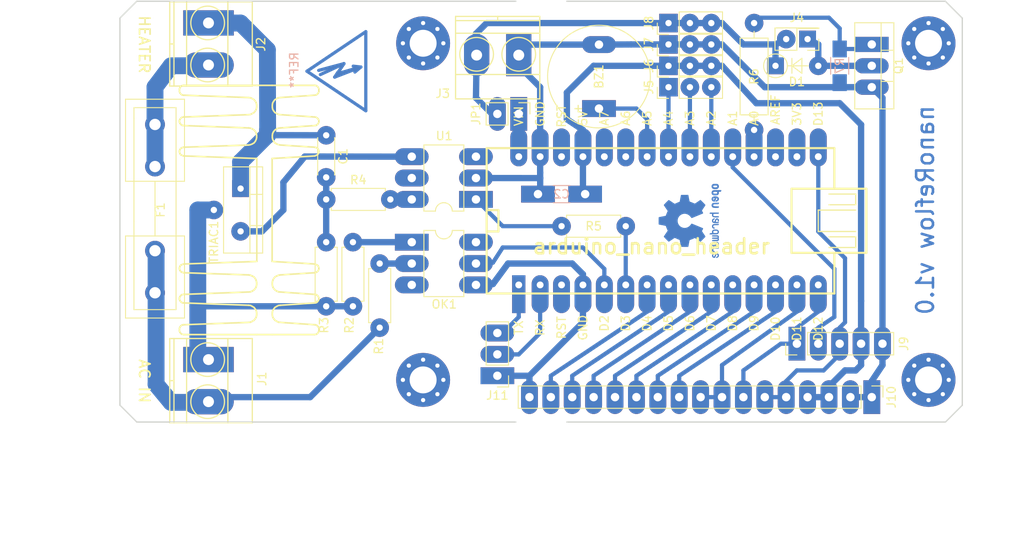
<source format=kicad_pcb>
(kicad_pcb (version 4) (host pcbnew 4.0.7-e2-6376~58~ubuntu16.04.1)

  (general
    (links 74)
    (no_connects 1)
    (area 88.617857 57.420453 208.375284 133.125001)
    (thickness 1.6)
    (drawings 19)
    (tracks 196)
    (zones 0)
    (modules 36)
    (nets 51)
  )

  (page A4)
  (title_block
    (title "Nano Reflow Controller")
    (date 2017-07-09)
    (rev 1.0)
    (company "David Sanz Kirbis")
  )

  (layers
    (0 F.Cu signal)
    (31 B.Cu signal)
    (32 B.Adhes user)
    (33 F.Adhes user)
    (34 B.Paste user)
    (35 F.Paste user)
    (36 B.SilkS user)
    (37 F.SilkS user)
    (38 B.Mask user)
    (39 F.Mask user)
    (40 Dwgs.User user)
    (41 Cmts.User user)
    (42 Eco1.User user)
    (43 Eco2.User user)
    (44 Edge.Cuts user)
    (45 Margin user hide)
    (46 B.CrtYd user hide)
    (47 F.CrtYd user hide)
    (48 B.Fab user hide)
    (49 F.Fab user hide)
  )

  (setup
    (last_trace_width 0.5)
    (trace_clearance 0.2)
    (zone_clearance 0.508)
    (zone_45_only yes)
    (trace_min 0.2)
    (segment_width 0.2)
    (edge_width 0.15)
    (via_size 0.6)
    (via_drill 0.4)
    (via_min_size 0.4)
    (via_min_drill 0.3)
    (uvia_size 0.3)
    (uvia_drill 0.1)
    (uvias_allowed no)
    (uvia_min_size 0.2)
    (uvia_min_drill 0.1)
    (pcb_text_width 0.2)
    (pcb_text_size 1.25 1.25)
    (mod_edge_width 0.15)
    (mod_text_size 1 1)
    (mod_text_width 0.15)
    (pad_size 4 2)
    (pad_drill 1)
    (pad_to_mask_clearance 0.2)
    (aux_axis_origin 100.5 118)
    (visible_elements 7FFFFFFF)
    (pcbplotparams
      (layerselection 0x01000_80000000)
      (usegerberextensions false)
      (excludeedgelayer true)
      (linewidth 0.100000)
      (plotframeref false)
      (viasonmask false)
      (mode 1)
      (useauxorigin false)
      (hpglpennumber 1)
      (hpglpenspeed 20)
      (hpglpendiameter 15)
      (hpglpenoverlay 2)
      (psnegative false)
      (psa4output false)
      (plotreference true)
      (plotvalue true)
      (plotinvisibletext false)
      (padsonsilk false)
      (subtractmaskfromsilk false)
      (outputformat 1)
      (mirror false)
      (drillshape 0)
      (scaleselection 1)
      (outputdirectory gerber/))
  )

  (net 0 "")
  (net 1 GND)
  (net 2 /MOSI)
  (net 3 "Net-(ARDUINO_NANO1-Pad2)")
  (net 4 "Net-(ARDUINO_NANO1-Pad18)")
  (net 5 "Net-(ARDUINO_NANO1-Pad25)")
  (net 6 "Net-(ARDUINO_NANO1-Pad26)")
  (net 7 "Net-(ARDUINO_NANO1-Pad28)")
  (net 8 "Net-(ARDUINO_NANO1-Pad1)")
  (net 9 /ZEROX)
  (net 10 /SD_CS)
  (net 11 /LCD_RESET)
  (net 12 /LCD_DC)
  (net 13 /LCD_CS)
  (net 14 /MISO)
  (net 15 5V)
  (net 16 12v)
  (net 17 /TC_CS)
  (net 18 /SCK)
  (net 19 /RESET)
  (net 20 /FAN_CTRL)
  (net 21 /FAN_GND)
  (net 22 /VIN)
  (net 23 /3V3)
  (net 24 /D4)
  (net 25 /D5)
  (net 26 /D6)
  (net 27 "Net-(OK1-Pad6)")
  (net 28 /MOC_AC2)
  (net 29 /MOC_AC1)
  (net 30 "Net-(J12-Pad1)")
  (net 31 "Net-(J13-Pad1)")
  (net 32 /DIMM_CTRL)
  (net 33 /AC_CAP)
  (net 34 "Net-(U1-Pad5)")
  (net 35 "Net-(U1-Pad3)")
  (net 36 /OC1)
  (net 37 "Net-(J14-Pad1)")
  (net 38 /OC2)
  (net 39 "Net-(R5-Pad1)")
  (net 40 /A2)
  (net 41 /A3)
  (net 42 /A4)
  (net 43 /BUZZER)
  (net 44 AC1_OUT)
  (net 45 AC1_IN)
  (net 46 AC2)
  (net 47 "Net-(J15-Pad1)")
  (net 48 "Net-(Q1-Pad1)")
  (net 49 AC2_IN)
  (net 50 AC2_OUT)

  (net_class Default "Esta es la clase de red por defecto."
    (clearance 0.2)
    (trace_width 0.5)
    (via_dia 0.6)
    (via_drill 0.4)
    (uvia_dia 0.3)
    (uvia_drill 0.1)
    (add_net /3V3)
    (add_net /A2)
    (add_net /A3)
    (add_net /A4)
    (add_net /BUZZER)
    (add_net /D4)
    (add_net /D5)
    (add_net /D6)
    (add_net /DIMM_CTRL)
    (add_net /FAN_CTRL)
    (add_net /LCD_CS)
    (add_net /LCD_DC)
    (add_net /LCD_RESET)
    (add_net /MISO)
    (add_net /MOSI)
    (add_net /RESET)
    (add_net /SCK)
    (add_net /SD_CS)
    (add_net /TC_CS)
    (add_net /ZEROX)
    (add_net AC2_IN)
    (add_net AC2_OUT)
    (add_net "Net-(ARDUINO_NANO1-Pad1)")
    (add_net "Net-(ARDUINO_NANO1-Pad18)")
    (add_net "Net-(ARDUINO_NANO1-Pad2)")
    (add_net "Net-(ARDUINO_NANO1-Pad25)")
    (add_net "Net-(ARDUINO_NANO1-Pad26)")
    (add_net "Net-(ARDUINO_NANO1-Pad28)")
    (add_net "Net-(J12-Pad1)")
    (add_net "Net-(J13-Pad1)")
    (add_net "Net-(J14-Pad1)")
    (add_net "Net-(J15-Pad1)")
    (add_net "Net-(OK1-Pad6)")
    (add_net "Net-(Q1-Pad1)")
    (add_net "Net-(R5-Pad1)")
    (add_net "Net-(U1-Pad3)")
    (add_net "Net-(U1-Pad5)")
  )

  (net_class AC ""
    (clearance 0.2)
    (trace_width 2)
    (via_dia 0.6)
    (via_drill 0.4)
    (uvia_dia 0.3)
    (uvia_drill 0.1)
  )

  (net_class AC_075mm ""
    (clearance 0.2)
    (trace_width 0.75)
    (via_dia 0.6)
    (via_drill 0.4)
    (uvia_dia 0.3)
    (uvia_drill 0.1)
    (add_net /AC_CAP)
    (add_net /MOC_AC1)
    (add_net /OC1)
    (add_net /OC2)
    (add_net AC1_IN)
    (add_net AC1_OUT)
    (add_net AC2)
  )

  (net_class AC_1mm ""
    (clearance 0.2)
    (trace_width 1)
    (via_dia 0.6)
    (via_drill 0.4)
    (uvia_dia 0.3)
    (uvia_drill 0.1)
  )

  (net_class "DC 12v" ""
    (clearance 0.2)
    (trace_width 0.75)
    (via_dia 0.6)
    (via_drill 0.4)
    (uvia_dia 0.3)
    (uvia_drill 0.1)
    (add_net /FAN_GND)
    (add_net /MOC_AC2)
    (add_net /VIN)
    (add_net 12v)
    (add_net 5V)
    (add_net GND)
  )

  (module Resistors_SMD:R_1206_HandSoldering (layer B.Cu) (tedit 594E4F08) (tstamp 591C2CF0)
    (at 185.945 75.67 90)
    (descr "Resistor SMD 1206, hand soldering")
    (tags "resistor 1206")
    (path /591B3000)
    (attr smd)
    (fp_text reference R7 (at 0 0 90) (layer B.SilkS)
      (effects (font (size 1 1) (thickness 0.15)) (justify mirror))
    )
    (fp_text value 100K (at 0 -1.9 90) (layer B.Fab)
      (effects (font (size 1 1) (thickness 0.15)) (justify mirror))
    )
    (fp_text user %R (at 0 0 90) (layer B.Fab)
      (effects (font (size 0.7 0.7) (thickness 0.105)) (justify mirror))
    )
    (fp_line (start -1.6 -0.8) (end -1.6 0.8) (layer B.Fab) (width 0.1))
    (fp_line (start 1.6 -0.8) (end -1.6 -0.8) (layer B.Fab) (width 0.1))
    (fp_line (start 1.6 0.8) (end 1.6 -0.8) (layer B.Fab) (width 0.1))
    (fp_line (start -1.6 0.8) (end 1.6 0.8) (layer B.Fab) (width 0.1))
    (fp_line (start 1 -1.07) (end -1 -1.07) (layer B.SilkS) (width 0.12))
    (fp_line (start -1 1.07) (end 1 1.07) (layer B.SilkS) (width 0.12))
    (fp_line (start -3.25 1.11) (end 3.25 1.11) (layer B.CrtYd) (width 0.05))
    (fp_line (start -3.25 1.11) (end -3.25 -1.1) (layer B.CrtYd) (width 0.05))
    (fp_line (start 3.25 -1.1) (end 3.25 1.11) (layer B.CrtYd) (width 0.05))
    (fp_line (start 3.25 -1.1) (end -3.25 -1.1) (layer B.CrtYd) (width 0.05))
    (pad 1 smd rect (at -2 0 90) (size 2 1.7) (layers B.Cu B.Paste B.Mask)
      (net 1 GND))
    (pad 2 smd rect (at 2 0 90) (size 2 1.7) (layers B.Cu B.Paste B.Mask)
      (net 48 "Net-(Q1-Pad1)"))
    (model ${KISYS3DMOD}/Resistors_SMD.3dshapes/R_1206.wrl
      (at (xyz 0 0 0))
      (scale (xyz 1 1 1))
      (rotate (xyz 0 0 0))
    )
  )

  (module Pin_Headers:Pin_Header_Straight_1x05_Pitch2.54mm (layer F.Cu) (tedit 5932CE14) (tstamp 592E87B9)
    (at 180.865 108.69 90)
    (descr "Through hole straight pin header, 1x05, 2.54mm pitch, single row")
    (tags "Through hole pin header THT 1x05 2.54mm single row")
    (path /592EA702)
    (fp_text reference J9 (at 0 12.7 90) (layer F.SilkS)
      (effects (font (size 1 1) (thickness 0.15)))
    )
    (fp_text value CONN_01X05 (at 0 12.49 90) (layer F.Fab)
      (effects (font (size 1 1) (thickness 0.15)))
    )
    (fp_line (start -1.27 -1.27) (end -1.27 11.43) (layer F.Fab) (width 0.1))
    (fp_line (start -1.27 11.43) (end 1.27 11.43) (layer F.Fab) (width 0.1))
    (fp_line (start 1.27 11.43) (end 1.27 -1.27) (layer F.Fab) (width 0.1))
    (fp_line (start 1.27 -1.27) (end -1.27 -1.27) (layer F.Fab) (width 0.1))
    (fp_line (start -1.33 1.27) (end -1.33 11.49) (layer F.SilkS) (width 0.12))
    (fp_line (start -1.33 11.49) (end 1.33 11.49) (layer F.SilkS) (width 0.12))
    (fp_line (start 1.33 11.49) (end 1.33 1.27) (layer F.SilkS) (width 0.12))
    (fp_line (start 1.33 1.27) (end -1.33 1.27) (layer F.SilkS) (width 0.12))
    (fp_line (start -1.33 0) (end -1.33 -1.33) (layer F.SilkS) (width 0.12))
    (fp_line (start -1.33 -1.33) (end 0 -1.33) (layer F.SilkS) (width 0.12))
    (fp_line (start -1.8 -1.8) (end -1.8 11.95) (layer F.CrtYd) (width 0.05))
    (fp_line (start -1.8 11.95) (end 1.8 11.95) (layer F.CrtYd) (width 0.05))
    (fp_line (start 1.8 11.95) (end 1.8 -1.8) (layer F.CrtYd) (width 0.05))
    (fp_line (start 1.8 -1.8) (end -1.8 -1.8) (layer F.CrtYd) (width 0.05))
    (fp_text user %R (at 0 -2.33 90) (layer F.Fab)
      (effects (font (size 1 1) (thickness 0.15)))
    )
    (pad 1 thru_hole rect (at 0 0 90) (size 4 2) (drill 1) (layers *.Cu *.Mask)
      (net 14 /MISO))
    (pad 2 thru_hole oval (at 0 2.54 90) (size 4 2) (drill 1) (layers *.Cu *.Mask)
      (net 17 /TC_CS))
    (pad 3 thru_hole oval (at 0 5.08 90) (size 4 2) (drill 1) (layers *.Cu *.Mask)
      (net 18 /SCK))
    (pad 4 thru_hole oval (at 0 7.62 90) (size 4 2) (drill 1) (layers *.Cu *.Mask)
      (net 15 5V))
    (pad 5 thru_hole oval (at 0 10.16 90) (size 4 2) (drill 1) (layers *.Cu *.Mask)
      (net 1 GND))
    (model ${KISYS3DMOD}/Pin_Headers.3dshapes/Pin_Header_Straight_1x05_Pitch2.54mm.wrl
      (at (xyz 0 -0.2 0))
      (scale (xyz 1 1 1))
      (rotate (xyz 0 0 90))
    )
  )

  (module TO_SOT_Packages_THT:TO-220_Vertical (layer F.Cu) (tedit 5932CB38) (tstamp 591C2CCC)
    (at 189.755 73.13 270)
    (descr "TO-220, Vertical, RM 2.54mm")
    (tags "TO-220 Vertical RM 2.54mm")
    (path /5922ADDA)
    (fp_text reference Q1 (at 2.54 -3.175 270) (layer F.SilkS)
      (effects (font (size 1 1) (thickness 0.15)))
    )
    (fp_text value IRF540N (at 2.54 3.92 270) (layer F.Fab)
      (effects (font (size 1 1) (thickness 0.15)))
    )
    (fp_text user %R (at 2.54 -3.62 270) (layer F.Fab)
      (effects (font (size 1 1) (thickness 0.15)))
    )
    (fp_line (start -2.46 -2.5) (end -2.46 1.9) (layer F.Fab) (width 0.1))
    (fp_line (start -2.46 1.9) (end 7.54 1.9) (layer F.Fab) (width 0.1))
    (fp_line (start 7.54 1.9) (end 7.54 -2.5) (layer F.Fab) (width 0.1))
    (fp_line (start 7.54 -2.5) (end -2.46 -2.5) (layer F.Fab) (width 0.1))
    (fp_line (start -2.46 -1.23) (end 7.54 -1.23) (layer F.Fab) (width 0.1))
    (fp_line (start 0.69 -2.5) (end 0.69 -1.23) (layer F.Fab) (width 0.1))
    (fp_line (start 4.39 -2.5) (end 4.39 -1.23) (layer F.Fab) (width 0.1))
    (fp_line (start -2.58 -2.62) (end 7.66 -2.62) (layer F.SilkS) (width 0.12))
    (fp_line (start -2.58 2.021) (end 7.66 2.021) (layer F.SilkS) (width 0.12))
    (fp_line (start -2.58 -2.62) (end -2.58 2.021) (layer F.SilkS) (width 0.12))
    (fp_line (start 7.66 -2.62) (end 7.66 2.021) (layer F.SilkS) (width 0.12))
    (fp_line (start -2.58 -1.11) (end 7.66 -1.11) (layer F.SilkS) (width 0.12))
    (fp_line (start 0.69 -2.62) (end 0.69 -1.11) (layer F.SilkS) (width 0.12))
    (fp_line (start 4.391 -2.62) (end 4.391 -1.11) (layer F.SilkS) (width 0.12))
    (fp_line (start -2.71 -2.75) (end -2.71 2.16) (layer F.CrtYd) (width 0.05))
    (fp_line (start -2.71 2.16) (end 7.79 2.16) (layer F.CrtYd) (width 0.05))
    (fp_line (start 7.79 2.16) (end 7.79 -2.75) (layer F.CrtYd) (width 0.05))
    (fp_line (start 7.79 -2.75) (end -2.71 -2.75) (layer F.CrtYd) (width 0.05))
    (pad 1 thru_hole rect (at 0 0 270) (size 1.8 4) (drill 1) (layers *.Cu *.Mask)
      (net 48 "Net-(Q1-Pad1)"))
    (pad 2 thru_hole oval (at 2.54 0 270) (size 1.8 4) (drill 1) (layers *.Cu *.Mask)
      (net 21 /FAN_GND))
    (pad 3 thru_hole oval (at 5.08 0 270) (size 1.8 4) (drill 1) (layers *.Cu *.Mask)
      (net 1 GND))
    (model ${KISYS3DMOD}/TO_SOT_Packages_THT.3dshapes/TO-220_Vertical.wrl
      (at (xyz 0.1 0 0))
      (scale (xyz 0.393701 0.393701 0.393701))
      (rotate (xyz 0 0 0))
    )
  )

  (module Connectors_Terminal_Blocks:TerminalBlock_Pheonix_MKDS1.5-2pol (layer F.Cu) (tedit 595225DF) (tstamp 5923E729)
    (at 111.01382 110.57926 270)
    (descr "2-way 5mm pitch terminal block, Phoenix MKDS series")
    (path /591B6CFC)
    (fp_text reference J1 (at 2.286 -6.35 270) (layer F.SilkS)
      (effects (font (size 1 1) (thickness 0.15)))
    )
    (fp_text value "AC IN 220v" (at 2.5 -6.6 270) (layer F.Fab)
      (effects (font (size 1 1) (thickness 0.15)))
    )
    (fp_line (start -2.7 -5.4) (end 7.7 -5.4) (layer F.CrtYd) (width 0.05))
    (fp_line (start -2.7 4.8) (end -2.7 -5.4) (layer F.CrtYd) (width 0.05))
    (fp_line (start 7.7 4.8) (end -2.7 4.8) (layer F.CrtYd) (width 0.05))
    (fp_line (start 7.7 -5.4) (end 7.7 4.8) (layer F.CrtYd) (width 0.05))
    (fp_line (start 2.5 4.1) (end 2.5 4.6) (layer F.SilkS) (width 0.15))
    (fp_circle (center 5 0.1) (end 3 0.1) (layer F.SilkS) (width 0.15))
    (fp_circle (center 0 0.1) (end 2 0.1) (layer F.SilkS) (width 0.15))
    (fp_line (start -2.5 2.6) (end 7.5 2.6) (layer F.SilkS) (width 0.15))
    (fp_line (start -2.5 -2.3) (end 7.5 -2.3) (layer F.SilkS) (width 0.15))
    (fp_line (start -2.5 4.1) (end 7.5 4.1) (layer F.SilkS) (width 0.15))
    (fp_line (start -2.5 4.6) (end 7.5 4.6) (layer F.SilkS) (width 0.15))
    (fp_line (start 7.5 4.6) (end 7.5 -5.2) (layer F.SilkS) (width 0.15))
    (fp_line (start 7.5 -5.2) (end -2.5 -5.2) (layer F.SilkS) (width 0.15))
    (fp_line (start -2.5 -5.2) (end -2.5 4.6) (layer F.SilkS) (width 0.15))
    (pad 1 thru_hole rect (at 0 0 270) (size 3 6) (drill 1.3) (layers *.Cu *.Mask)
      (net 45 AC1_IN))
    (pad 2 thru_hole oval (at 5 0 270) (size 3 6) (drill 1.3) (layers *.Cu *.Mask)
      (net 49 AC2_IN))
    (model Terminal_Blocks.3dshapes/TerminalBlock_Pheonix_MKDS1.5-2pol.wrl
      (at (xyz 0.0984 0 0))
      (scale (xyz 1 1 1))
      (rotate (xyz 0 0 0))
    )
  )

  (module Connectors_Terminal_Blocks:TerminalBlock_Pheonix_MKDS1.5-2pol (layer F.Cu) (tedit 595225D9) (tstamp 5923E72E)
    (at 111.01382 70.57426 270)
    (descr "2-way 5mm pitch terminal block, Phoenix MKDS series")
    (path /591B6E41)
    (fp_text reference J2 (at 2.54 -6.223 270) (layer F.SilkS)
      (effects (font (size 1 1) (thickness 0.15)))
    )
    (fp_text value HEATER (at 2.5 -6.6 270) (layer F.Fab)
      (effects (font (size 1 1) (thickness 0.15)))
    )
    (fp_line (start -2.7 -5.4) (end 7.7 -5.4) (layer F.CrtYd) (width 0.05))
    (fp_line (start -2.7 4.8) (end -2.7 -5.4) (layer F.CrtYd) (width 0.05))
    (fp_line (start 7.7 4.8) (end -2.7 4.8) (layer F.CrtYd) (width 0.05))
    (fp_line (start 7.7 -5.4) (end 7.7 4.8) (layer F.CrtYd) (width 0.05))
    (fp_line (start 2.5 4.1) (end 2.5 4.6) (layer F.SilkS) (width 0.15))
    (fp_circle (center 5 0.1) (end 3 0.1) (layer F.SilkS) (width 0.15))
    (fp_circle (center 0 0.1) (end 2 0.1) (layer F.SilkS) (width 0.15))
    (fp_line (start -2.5 2.6) (end 7.5 2.6) (layer F.SilkS) (width 0.15))
    (fp_line (start -2.5 -2.3) (end 7.5 -2.3) (layer F.SilkS) (width 0.15))
    (fp_line (start -2.5 4.1) (end 7.5 4.1) (layer F.SilkS) (width 0.15))
    (fp_line (start -2.5 4.6) (end 7.5 4.6) (layer F.SilkS) (width 0.15))
    (fp_line (start 7.5 4.6) (end 7.5 -5.2) (layer F.SilkS) (width 0.15))
    (fp_line (start 7.5 -5.2) (end -2.5 -5.2) (layer F.SilkS) (width 0.15))
    (fp_line (start -2.5 -5.2) (end -2.5 4.6) (layer F.SilkS) (width 0.15))
    (pad 1 thru_hole rect (at 0 0 270) (size 3 6) (drill 1.3) (layers *.Cu *.Mask)
      (net 44 AC1_OUT))
    (pad 2 thru_hole oval (at 5 0 270) (size 3 6) (drill 1.3) (layers *.Cu *.Mask)
      (net 50 AC2_OUT))
    (model Terminal_Blocks.3dshapes/TerminalBlock_Pheonix_MKDS1.5-2pol.wrl
      (at (xyz 0.0984 0 0))
      (scale (xyz 1 1 1))
      (rotate (xyz 0 0 0))
    )
  )

  (module Connectors_Terminal_Blocks:TerminalBlock_Pheonix_MKDS1.5-2pol (layer F.Cu) (tedit 595225D3) (tstamp 5923E733)
    (at 147.845 74.4 180)
    (descr "2-way 5mm pitch terminal block, Phoenix MKDS series")
    (path /591B70EE)
    (fp_text reference J3 (at 9.017 -4.572 180) (layer F.SilkS)
      (effects (font (size 1 1) (thickness 0.15)))
    )
    (fp_text value "DC IN 12V" (at 2.5 -6.6 180) (layer F.Fab)
      (effects (font (size 1 1) (thickness 0.15)))
    )
    (fp_line (start -2.7 -5.4) (end 7.7 -5.4) (layer F.CrtYd) (width 0.05))
    (fp_line (start -2.7 4.8) (end -2.7 -5.4) (layer F.CrtYd) (width 0.05))
    (fp_line (start 7.7 4.8) (end -2.7 4.8) (layer F.CrtYd) (width 0.05))
    (fp_line (start 7.7 -5.4) (end 7.7 4.8) (layer F.CrtYd) (width 0.05))
    (fp_line (start 2.5 4.1) (end 2.5 4.6) (layer F.SilkS) (width 0.15))
    (fp_circle (center 5 0.1) (end 3 0.1) (layer F.SilkS) (width 0.15))
    (fp_circle (center 0 0.1) (end 2 0.1) (layer F.SilkS) (width 0.15))
    (fp_line (start -2.5 2.6) (end 7.5 2.6) (layer F.SilkS) (width 0.15))
    (fp_line (start -2.5 -2.3) (end 7.5 -2.3) (layer F.SilkS) (width 0.15))
    (fp_line (start -2.5 4.1) (end 7.5 4.1) (layer F.SilkS) (width 0.15))
    (fp_line (start -2.5 4.6) (end 7.5 4.6) (layer F.SilkS) (width 0.15))
    (fp_line (start 7.5 4.6) (end 7.5 -5.2) (layer F.SilkS) (width 0.15))
    (fp_line (start 7.5 -5.2) (end -2.5 -5.2) (layer F.SilkS) (width 0.15))
    (fp_line (start -2.5 -5.2) (end -2.5 4.6) (layer F.SilkS) (width 0.15))
    (pad 1 thru_hole rect (at 0 0 180) (size 3 5) (drill 1.3) (layers *.Cu *.Mask)
      (net 1 GND))
    (pad 2 thru_hole oval (at 5 0 180) (size 3 5) (drill 1.3) (layers *.Cu *.Mask)
      (net 16 12v))
    (model Terminal_Blocks.3dshapes/TerminalBlock_Pheonix_MKDS1.5-2pol.wrl
      (at (xyz 0.0984 0 0))
      (scale (xyz 1 1 1))
      (rotate (xyz 0 0 0))
    )
  )

  (module Buzzers_Beepers:Buzzer_12x9.5RM7.6 (layer F.Cu) (tedit 5932B9CB) (tstamp 592E9671)
    (at 157.37 80.75 90)
    (descr "Generic Buzzer, D12mm height 9.5mm with RM7.6mm")
    (tags buzzer)
    (path /592ED2C4)
    (fp_text reference BZ1 (at 3.81 0 90) (layer F.SilkS)
      (effects (font (size 1 1) (thickness 0.15)))
    )
    (fp_text value Buzzer (at 3.8 7.4 90) (layer F.Fab)
      (effects (font (size 1 1) (thickness 0.15)))
    )
    (fp_text user + (at -0.01 -2.54 90) (layer F.Fab)
      (effects (font (size 1 1) (thickness 0.15)))
    )
    (fp_text user + (at -0.01 -2.54 90) (layer F.SilkS)
      (effects (font (size 1 1) (thickness 0.15)))
    )
    (fp_text user %R (at 3.8 -4 90) (layer F.Fab)
      (effects (font (size 1 1) (thickness 0.15)))
    )
    (fp_circle (center 3.8 0) (end 10.05 0) (layer F.CrtYd) (width 0.05))
    (fp_circle (center 3.8 0) (end 9.8 0) (layer F.Fab) (width 0.1))
    (fp_circle (center 3.8 0) (end 4.8 0) (layer F.Fab) (width 0.1))
    (fp_circle (center 3.8 0) (end 9.9 0) (layer F.SilkS) (width 0.12))
    (pad 1 thru_hole rect (at 0 0 90) (size 2 4) (drill 1) (layers *.Cu *.Mask)
      (net 43 /BUZZER))
    (pad 2 thru_hole oval (at 7.6 0 90) (size 2 4) (drill 1) (layers *.Cu *.Mask)
      (net 1 GND))
    (model Buzzers_Beepers.3dshapes/Buzzer_12x9.5RM7.6.wrl
      (at (xyz 0.15 0 0))
      (scale (xyz 4 4 4))
      (rotate (xyz 0 0 0))
    )
  )

  (module Pin_Headers:Pin_Header_Straight_1x02_Pitch2.54mm (layer F.Cu) (tedit 5932D191) (tstamp 592ED077)
    (at 147.845 81.385 270)
    (descr "Through hole straight pin header, 1x02, 2.54mm pitch, single row")
    (tags "Through hole pin header THT 1x02 2.54mm single row")
    (path /592F07D7)
    (fp_text reference JP1 (at 0 5.08 270) (layer F.SilkS)
      (effects (font (size 1 1) (thickness 0.15)))
    )
    (fp_text value "VIN enabler" (at 0 4.87 270) (layer F.Fab)
      (effects (font (size 1 1) (thickness 0.15)))
    )
    (fp_line (start -1.27 -1.27) (end -1.27 3.81) (layer F.Fab) (width 0.1))
    (fp_line (start -1.27 3.81) (end 1.27 3.81) (layer F.Fab) (width 0.1))
    (fp_line (start 1.27 3.81) (end 1.27 -1.27) (layer F.Fab) (width 0.1))
    (fp_line (start 1.27 -1.27) (end -1.27 -1.27) (layer F.Fab) (width 0.1))
    (fp_line (start -1.33 1.27) (end -1.33 3.87) (layer F.SilkS) (width 0.12))
    (fp_line (start -1.33 3.87) (end 1.33 3.87) (layer F.SilkS) (width 0.12))
    (fp_line (start 1.33 3.87) (end 1.33 1.27) (layer F.SilkS) (width 0.12))
    (fp_line (start 1.33 1.27) (end -1.33 1.27) (layer F.SilkS) (width 0.12))
    (fp_line (start -1.33 0) (end -1.33 -1.33) (layer F.SilkS) (width 0.12))
    (fp_line (start -1.33 -1.33) (end 0 -1.33) (layer F.SilkS) (width 0.12))
    (fp_line (start -1.8 -1.8) (end -1.8 4.35) (layer F.CrtYd) (width 0.05))
    (fp_line (start -1.8 4.35) (end 1.8 4.35) (layer F.CrtYd) (width 0.05))
    (fp_line (start 1.8 4.35) (end 1.8 -1.8) (layer F.CrtYd) (width 0.05))
    (fp_line (start 1.8 -1.8) (end -1.8 -1.8) (layer F.CrtYd) (width 0.05))
    (fp_text user %R (at 0 -2.33 270) (layer F.Fab)
      (effects (font (size 1 1) (thickness 0.15)))
    )
    (pad 1 thru_hole rect (at 0 0 270) (size 4 2) (drill 1) (layers *.Cu *.Mask)
      (net 22 /VIN))
    (pad 2 thru_hole oval (at 0 2.54 270) (size 4 2) (drill 1) (layers *.Cu *.Mask)
      (net 16 12v))
    (model ${KISYS3DMOD}/Pin_Headers.3dshapes/Pin_Header_Straight_1x02_Pitch2.54mm.wrl
      (at (xyz 0 -0.05 0))
      (scale (xyz 1 1 1))
      (rotate (xyz 0 0 90))
    )
  )

  (module Pin_Headers:Pin_Header_Straight_1x17_Pitch2.54mm (layer F.Cu) (tedit 5932C0A8) (tstamp 592EDBE6)
    (at 189.755 115.04 270)
    (descr "Through hole straight pin header, 1x17, 2.54mm pitch, single row")
    (tags "Through hole pin header THT 1x17 2.54mm single row")
    (path /592F1E66)
    (fp_text reference J10 (at 0 -2.33 270) (layer F.SilkS)
      (effects (font (size 1 1) (thickness 0.15)))
    )
    (fp_text value CONN_01X17 (at 0 42.97 270) (layer F.Fab)
      (effects (font (size 1 1) (thickness 0.15)))
    )
    (fp_line (start -1.27 -1.27) (end -1.27 41.91) (layer F.Fab) (width 0.1))
    (fp_line (start -1.27 41.91) (end 1.27 41.91) (layer F.Fab) (width 0.1))
    (fp_line (start 1.27 41.91) (end 1.27 -1.27) (layer F.Fab) (width 0.1))
    (fp_line (start 1.27 -1.27) (end -1.27 -1.27) (layer F.Fab) (width 0.1))
    (fp_line (start -1.33 1.27) (end -1.33 41.97) (layer F.SilkS) (width 0.12))
    (fp_line (start -1.33 41.97) (end 1.33 41.97) (layer F.SilkS) (width 0.12))
    (fp_line (start 1.33 41.97) (end 1.33 1.27) (layer F.SilkS) (width 0.12))
    (fp_line (start 1.33 1.27) (end -1.33 1.27) (layer F.SilkS) (width 0.12))
    (fp_line (start -1.33 0) (end -1.33 -1.33) (layer F.SilkS) (width 0.12))
    (fp_line (start -1.33 -1.33) (end 0 -1.33) (layer F.SilkS) (width 0.12))
    (fp_line (start -1.8 -1.8) (end -1.8 42.45) (layer F.CrtYd) (width 0.05))
    (fp_line (start -1.8 42.45) (end 1.8 42.45) (layer F.CrtYd) (width 0.05))
    (fp_line (start 1.8 42.45) (end 1.8 -1.8) (layer F.CrtYd) (width 0.05))
    (fp_line (start 1.8 -1.8) (end -1.8 -1.8) (layer F.CrtYd) (width 0.05))
    (fp_text user %R (at 0 -2.33 270) (layer F.Fab)
      (effects (font (size 1 1) (thickness 0.15)))
    )
    (pad 1 thru_hole rect (at 0 0 270) (size 4 2) (drill 1) (layers *.Cu *.Mask)
      (net 1 GND))
    (pad 2 thru_hole oval (at 0 2.54 270) (size 4 2) (drill 1) (layers *.Cu *.Mask)
      (net 1 GND))
    (pad 3 thru_hole oval (at 0 5.08 270) (size 4 2) (drill 1) (layers *.Cu *.Mask)
      (net 15 5V))
    (pad 4 thru_hole oval (at 0 7.62 270) (size 4 2) (drill 1) (layers *.Cu *.Mask)
      (net 15 5V))
    (pad 5 thru_hole oval (at 0 10.16 270) (size 4 2) (drill 1) (layers *.Cu *.Mask)
      (net 18 /SCK))
    (pad 6 thru_hole oval (at 0 12.7 270) (size 4 2) (drill 1) (layers *.Cu *.Mask)
      (net 18 /SCK))
    (pad 7 thru_hole oval (at 0 15.24 270) (size 4 2) (drill 1) (layers *.Cu *.Mask)
      (net 14 /MISO))
    (pad 8 thru_hole oval (at 0 17.78 270) (size 4 2) (drill 1) (layers *.Cu *.Mask)
      (net 2 /MOSI))
    (pad 9 thru_hole oval (at 0 20.32 270) (size 4 2) (drill 1) (layers *.Cu *.Mask)
      (net 2 /MOSI))
    (pad 10 thru_hole oval (at 0 22.86 270) (size 4 2) (drill 1) (layers *.Cu *.Mask)
      (net 13 /LCD_CS))
    (pad 11 thru_hole oval (at 0 25.4 270) (size 4 2) (drill 1) (layers *.Cu *.Mask)
      (net 12 /LCD_DC))
    (pad 12 thru_hole oval (at 0 27.94 270) (size 4 2) (drill 1) (layers *.Cu *.Mask)
      (net 11 /LCD_RESET))
    (pad 13 thru_hole oval (at 0 30.48 270) (size 4 2) (drill 1) (layers *.Cu *.Mask)
      (net 10 /SD_CS))
    (pad 14 thru_hole oval (at 0 33.02 270) (size 4 2) (drill 1) (layers *.Cu *.Mask)
      (net 26 /D6))
    (pad 15 thru_hole oval (at 0 35.56 270) (size 4 2) (drill 1) (layers *.Cu *.Mask)
      (net 25 /D5))
    (pad 16 thru_hole oval (at 0 38.1 270) (size 4 2) (drill 1) (layers *.Cu *.Mask)
      (net 24 /D4))
    (pad 17 thru_hole oval (at 0 40.64 270) (size 4 2) (drill 1) (layers *.Cu *.Mask)
      (net 1 GND))
    (model ${KISYS3DMOD}/Pin_Headers.3dshapes/Pin_Header_Straight_1x17_Pitch2.54mm.wrl
      (at (xyz 0 -0.8 0))
      (scale (xyz 1 1 1))
      (rotate (xyz 0 0 90))
    )
  )

  (module Diodes_THT:D_A-405_P5.08mm_Vertical_AnodeUp (layer F.Cu) (tedit 594CDCCD) (tstamp 592EDF15)
    (at 178.325 75.67)
    (descr "D, A-405 series, Axial, Vertical, pin pitch=5.08mm, , length*diameter=5.2*2.7mm^2, , http://www.diodes.com/_files/packages/A-405.pdf")
    (tags "D A-405 series Axial Vertical pin pitch 5.08mm  length 5.2mm diameter 2.7mm")
    (path /5922C486)
    (fp_text reference D1 (at 2.54 1.905) (layer F.SilkS)
      (effects (font (size 1 1) (thickness 0.15)))
    )
    (fp_text value 1N4007 (at 2.54 2.41) (layer F.Fab)
      (effects (font (size 1 1) (thickness 0.15)))
    )
    (fp_text user K (at -2.11 0) (layer F.Fab)
      (effects (font (size 1 1) (thickness 0.15)))
    )
    (fp_text user %R (at 2.54 0) (layer F.Fab)
      (effects (font (size 1 1) (thickness 0.15)))
    )
    (fp_line (start 0 0) (end 5.08 0) (layer F.Fab) (width 0.1))
    (fp_line (start 1.41 0) (end 3.88 0) (layer F.SilkS) (width 0.12))
    (fp_line (start 1.947333 -0.889) (end 1.947333 0.889) (layer F.SilkS) (width 0.12))
    (fp_line (start 1.947333 0) (end 3.132667 -0.889) (layer F.SilkS) (width 0.12))
    (fp_line (start 3.132667 -0.889) (end 3.132667 0.889) (layer F.SilkS) (width 0.12))
    (fp_line (start 3.132667 0.889) (end 1.947333 0) (layer F.SilkS) (width 0.12))
    (fp_line (start -1.7 -1.7) (end -1.7 1.7) (layer F.CrtYd) (width 0.05))
    (fp_line (start -1.7 1.7) (end 6.3 1.7) (layer F.CrtYd) (width 0.05))
    (fp_line (start 6.3 1.7) (end 6.3 -1.7) (layer F.CrtYd) (width 0.05))
    (fp_line (start 6.3 -1.7) (end -1.7 -1.7) (layer F.CrtYd) (width 0.05))
    (fp_circle (center 0 0) (end 1.35 0) (layer F.Fab) (width 0.1))
    (fp_circle (center 0 0) (end 1.41 0) (layer F.SilkS) (width 0.12))
    (pad 1 thru_hole rect (at 0 0) (size 2 2) (drill 0.75) (layers *.Cu *.Mask)
      (net 16 12v))
    (pad 2 thru_hole oval (at 5.08 0) (size 2.2 2.2) (drill 0.75) (layers *.Cu *.Mask)
      (net 21 /FAN_GND))
    (model ${KISYS3DMOD}/Diodes_THT.3dshapes/D_A-405_P5.08mm_Vertical_AnodeUp.wrl
      (at (xyz 0 0 0))
      (scale (xyz 0.393701 0.393701 0.393701))
      (rotate (xyz 0 0 0))
    )
  )

  (module Pin_Headers:Pin_Header_Straight_1x03_Pitch2.54mm (layer F.Cu) (tedit 5932CAE6) (tstamp 5932B6DC)
    (at 165.625 70.59 90)
    (descr "Through hole straight pin header, 1x03, 2.54mm pitch, single row")
    (tags "Through hole pin header THT 1x03 2.54mm single row")
    (path /5932D690)
    (fp_text reference J8 (at 0 -2.33 90) (layer F.SilkS)
      (effects (font (size 1 1) (thickness 0.15)))
    )
    (fp_text value CONN_01X03 (at 0 7.41 90) (layer F.Fab)
      (effects (font (size 1 1) (thickness 0.15)))
    )
    (fp_line (start -1.27 -1.27) (end -1.27 6.35) (layer F.Fab) (width 0.1))
    (fp_line (start -1.27 6.35) (end 1.27 6.35) (layer F.Fab) (width 0.1))
    (fp_line (start 1.27 6.35) (end 1.27 -1.27) (layer F.Fab) (width 0.1))
    (fp_line (start 1.27 -1.27) (end -1.27 -1.27) (layer F.Fab) (width 0.1))
    (fp_line (start -1.33 1.27) (end -1.33 6.41) (layer F.SilkS) (width 0.12))
    (fp_line (start -1.33 6.41) (end 1.33 6.41) (layer F.SilkS) (width 0.12))
    (fp_line (start 1.33 6.41) (end 1.33 1.27) (layer F.SilkS) (width 0.12))
    (fp_line (start 1.33 1.27) (end -1.33 1.27) (layer F.SilkS) (width 0.12))
    (fp_line (start -1.33 0) (end -1.33 -1.33) (layer F.SilkS) (width 0.12))
    (fp_line (start -1.33 -1.33) (end 0 -1.33) (layer F.SilkS) (width 0.12))
    (fp_line (start -1.8 -1.8) (end -1.8 6.85) (layer F.CrtYd) (width 0.05))
    (fp_line (start -1.8 6.85) (end 1.8 6.85) (layer F.CrtYd) (width 0.05))
    (fp_line (start 1.8 6.85) (end 1.8 -1.8) (layer F.CrtYd) (width 0.05))
    (fp_line (start 1.8 -1.8) (end -1.8 -1.8) (layer F.CrtYd) (width 0.05))
    (fp_text user %R (at 0 -2.33 90) (layer F.Fab)
      (effects (font (size 1 1) (thickness 0.15)))
    )
    (pad 1 thru_hole rect (at 0 0 90) (size 2.2 2.2) (drill 0.75) (layers *.Cu *.Mask)
      (net 16 12v))
    (pad 2 thru_hole oval (at 0 2.54 90) (size 2.2 2.2) (drill 0.75) (layers *.Cu *.Mask)
      (net 16 12v))
    (pad 3 thru_hole oval (at 0 5.08 90) (size 2.2 2.2) (drill 0.75) (layers *.Cu *.Mask)
      (net 16 12v))
    (model ${KISYS3DMOD}/Pin_Headers.3dshapes/Pin_Header_Straight_1x03_Pitch2.54mm.wrl
      (at (xyz 0 -0.1 0))
      (scale (xyz 1 1 1))
      (rotate (xyz 0 0 90))
    )
  )

  (module Pin_Headers:Pin_Header_Straight_1x03_Pitch2.54mm (layer F.Cu) (tedit 594A40F5) (tstamp 5932B780)
    (at 165.625 78.21 90)
    (descr "Through hole straight pin header, 1x03, 2.54mm pitch, single row")
    (tags "Through hole pin header THT 1x03 2.54mm single row")
    (path /5932D012)
    (fp_text reference J5 (at 0 -2.33 90) (layer F.SilkS)
      (effects (font (size 1 1) (thickness 0.15)))
    )
    (fp_text value CONN_01X03 (at 0 7.41 90) (layer F.Fab)
      (effects (font (size 1 1) (thickness 0.15)))
    )
    (fp_line (start -1.27 -1.27) (end -1.27 6.35) (layer F.Fab) (width 0.1))
    (fp_line (start -1.27 6.35) (end 1.27 6.35) (layer F.Fab) (width 0.1))
    (fp_line (start 1.27 6.35) (end 1.27 -1.27) (layer F.Fab) (width 0.1))
    (fp_line (start 1.27 -1.27) (end -1.27 -1.27) (layer F.Fab) (width 0.1))
    (fp_line (start -1.33 1.27) (end -1.33 6.41) (layer F.SilkS) (width 0.12))
    (fp_line (start -1.33 6.41) (end 1.33 6.41) (layer F.SilkS) (width 0.12))
    (fp_line (start 1.33 6.41) (end 1.33 1.27) (layer F.SilkS) (width 0.12))
    (fp_line (start 1.33 1.27) (end -1.33 1.27) (layer F.SilkS) (width 0.12))
    (fp_line (start -1.33 0) (end -1.33 -1.33) (layer F.SilkS) (width 0.12))
    (fp_line (start -1.33 -1.33) (end 0 -1.33) (layer F.SilkS) (width 0.12))
    (fp_line (start -1.8 -1.8) (end -1.8 6.85) (layer F.CrtYd) (width 0.05))
    (fp_line (start -1.8 6.85) (end 1.8 6.85) (layer F.CrtYd) (width 0.05))
    (fp_line (start 1.8 6.85) (end 1.8 -1.8) (layer F.CrtYd) (width 0.05))
    (fp_line (start 1.8 -1.8) (end -1.8 -1.8) (layer F.CrtYd) (width 0.05))
    (fp_text user %R (at 0 -2.33 90) (layer F.Fab)
      (effects (font (size 1 1) (thickness 0.15)))
    )
    (pad 1 thru_hole rect (at 0 0 90) (size 2.2 2.2) (drill 0.75) (layers *.Cu *.Mask)
      (net 42 /A4))
    (pad 2 thru_hole oval (at 0 2.54 90) (size 2.2 2.2) (drill 0.75) (layers *.Cu *.Mask)
      (net 41 /A3))
    (pad 3 thru_hole oval (at 0 5.08 90) (size 2.2 2.2) (drill 0.75) (layers *.Cu *.Mask)
      (net 40 /A2))
    (model ${KISYS3DMOD}/Pin_Headers.3dshapes/Pin_Header_Straight_1x03_Pitch2.54mm.wrl
      (at (xyz 0 -0.1 0))
      (scale (xyz 1 1 1))
      (rotate (xyz 0 0 90))
    )
  )

  (module Pin_Headers:Pin_Header_Straight_1x03_Pitch2.54mm (layer F.Cu) (tedit 5932C928) (tstamp 5932B786)
    (at 165.625 75.67 90)
    (descr "Through hole straight pin header, 1x03, 2.54mm pitch, single row")
    (tags "Through hole pin header THT 1x03 2.54mm single row")
    (path /5932D24B)
    (fp_text reference J6 (at 0 -2.33 90) (layer F.SilkS)
      (effects (font (size 1 1) (thickness 0.15)))
    )
    (fp_text value CONN_01X03 (at 0 7.41 90) (layer F.Fab)
      (effects (font (size 1 1) (thickness 0.15)))
    )
    (fp_line (start -1.27 -1.27) (end -1.27 6.35) (layer F.Fab) (width 0.1))
    (fp_line (start -1.27 6.35) (end 1.27 6.35) (layer F.Fab) (width 0.1))
    (fp_line (start 1.27 6.35) (end 1.27 -1.27) (layer F.Fab) (width 0.1))
    (fp_line (start 1.27 -1.27) (end -1.27 -1.27) (layer F.Fab) (width 0.1))
    (fp_line (start -1.33 1.27) (end -1.33 6.41) (layer F.SilkS) (width 0.12))
    (fp_line (start -1.33 6.41) (end 1.33 6.41) (layer F.SilkS) (width 0.12))
    (fp_line (start 1.33 6.41) (end 1.33 1.27) (layer F.SilkS) (width 0.12))
    (fp_line (start 1.33 1.27) (end -1.33 1.27) (layer F.SilkS) (width 0.12))
    (fp_line (start -1.33 0) (end -1.33 -1.33) (layer F.SilkS) (width 0.12))
    (fp_line (start -1.33 -1.33) (end 0 -1.33) (layer F.SilkS) (width 0.12))
    (fp_line (start -1.8 -1.8) (end -1.8 6.85) (layer F.CrtYd) (width 0.05))
    (fp_line (start -1.8 6.85) (end 1.8 6.85) (layer F.CrtYd) (width 0.05))
    (fp_line (start 1.8 6.85) (end 1.8 -1.8) (layer F.CrtYd) (width 0.05))
    (fp_line (start 1.8 -1.8) (end -1.8 -1.8) (layer F.CrtYd) (width 0.05))
    (fp_text user %R (at 0 -2.33 90) (layer F.Fab)
      (effects (font (size 1 1) (thickness 0.15)))
    )
    (pad 1 thru_hole rect (at 0 0 90) (size 2.2 2.2) (drill 0.75) (layers *.Cu *.Mask)
      (net 15 5V))
    (pad 2 thru_hole oval (at 0 2.54 90) (size 2.2 2.2) (drill 0.75) (layers *.Cu *.Mask)
      (net 15 5V))
    (pad 3 thru_hole oval (at 0 5.08 90) (size 2.2 2.2) (drill 0.75) (layers *.Cu *.Mask)
      (net 15 5V))
    (model ${KISYS3DMOD}/Pin_Headers.3dshapes/Pin_Header_Straight_1x03_Pitch2.54mm.wrl
      (at (xyz 0 -0.1 0))
      (scale (xyz 1 1 1))
      (rotate (xyz 0 0 90))
    )
  )

  (module Pin_Headers:Pin_Header_Straight_1x03_Pitch2.54mm (layer F.Cu) (tedit 5932C936) (tstamp 5932B78C)
    (at 165.625 73.13 90)
    (descr "Through hole straight pin header, 1x03, 2.54mm pitch, single row")
    (tags "Through hole pin header THT 1x03 2.54mm single row")
    (path /5932D3FD)
    (fp_text reference J7 (at 0 -2.33 90) (layer F.SilkS)
      (effects (font (size 1 1) (thickness 0.15)))
    )
    (fp_text value CONN_01X03 (at 0 7.41 90) (layer F.Fab)
      (effects (font (size 1 1) (thickness 0.15)))
    )
    (fp_line (start -1.27 -1.27) (end -1.27 6.35) (layer F.Fab) (width 0.1))
    (fp_line (start -1.27 6.35) (end 1.27 6.35) (layer F.Fab) (width 0.1))
    (fp_line (start 1.27 6.35) (end 1.27 -1.27) (layer F.Fab) (width 0.1))
    (fp_line (start 1.27 -1.27) (end -1.27 -1.27) (layer F.Fab) (width 0.1))
    (fp_line (start -1.33 1.27) (end -1.33 6.41) (layer F.SilkS) (width 0.12))
    (fp_line (start -1.33 6.41) (end 1.33 6.41) (layer F.SilkS) (width 0.12))
    (fp_line (start 1.33 6.41) (end 1.33 1.27) (layer F.SilkS) (width 0.12))
    (fp_line (start 1.33 1.27) (end -1.33 1.27) (layer F.SilkS) (width 0.12))
    (fp_line (start -1.33 0) (end -1.33 -1.33) (layer F.SilkS) (width 0.12))
    (fp_line (start -1.33 -1.33) (end 0 -1.33) (layer F.SilkS) (width 0.12))
    (fp_line (start -1.8 -1.8) (end -1.8 6.85) (layer F.CrtYd) (width 0.05))
    (fp_line (start -1.8 6.85) (end 1.8 6.85) (layer F.CrtYd) (width 0.05))
    (fp_line (start 1.8 6.85) (end 1.8 -1.8) (layer F.CrtYd) (width 0.05))
    (fp_line (start 1.8 -1.8) (end -1.8 -1.8) (layer F.CrtYd) (width 0.05))
    (fp_text user %R (at 0 -2.33 90) (layer F.Fab)
      (effects (font (size 1 1) (thickness 0.15)))
    )
    (pad 1 thru_hole rect (at 0 0 90) (size 2.2 2.2) (drill 0.75) (layers *.Cu *.Mask)
      (net 1 GND))
    (pad 2 thru_hole oval (at 0 2.54 90) (size 2.2 2.2) (drill 0.75) (layers *.Cu *.Mask)
      (net 1 GND))
    (pad 3 thru_hole oval (at 0 5.08 90) (size 2.2 2.2) (drill 0.75) (layers *.Cu *.Mask)
      (net 1 GND))
    (model ${KISYS3DMOD}/Pin_Headers.3dshapes/Pin_Header_Straight_1x03_Pitch2.54mm.wrl
      (at (xyz 0 -0.1 0))
      (scale (xyz 1 1 1))
      (rotate (xyz 0 0 90))
    )
  )

  (module Pin_Headers:Pin_Header_Straight_2x01_Pitch2.54mm (layer F.Cu) (tedit 594CDCD6) (tstamp 5932CC3B)
    (at 182.135 72.495 180)
    (descr "Through hole straight pin header, 2x01, 2.54mm pitch, double rows")
    (tags "Through hole pin header THT 2x01 2.54mm double row")
    (path /5932F8DA)
    (fp_text reference J4 (at 1.27 2.54 180) (layer F.SilkS)
      (effects (font (size 1 1) (thickness 0.15)))
    )
    (fp_text value "12v FAN" (at 1.27 2.33 180) (layer F.Fab)
      (effects (font (size 1 1) (thickness 0.15)))
    )
    (fp_line (start -1.27 -1.27) (end -1.27 1.27) (layer F.Fab) (width 0.1))
    (fp_line (start -1.27 1.27) (end 3.81 1.27) (layer F.Fab) (width 0.1))
    (fp_line (start 3.81 1.27) (end 3.81 -1.27) (layer F.Fab) (width 0.1))
    (fp_line (start 3.81 -1.27) (end -1.27 -1.27) (layer F.Fab) (width 0.1))
    (fp_line (start -1.33 1.27) (end -1.33 1.33) (layer F.SilkS) (width 0.12))
    (fp_line (start -1.33 1.33) (end 3.87 1.33) (layer F.SilkS) (width 0.12))
    (fp_line (start 3.87 1.33) (end 3.87 -1.33) (layer F.SilkS) (width 0.12))
    (fp_line (start 3.87 -1.33) (end 1.27 -1.33) (layer F.SilkS) (width 0.12))
    (fp_line (start 1.27 -1.33) (end 1.27 1.27) (layer F.SilkS) (width 0.12))
    (fp_line (start 1.27 1.27) (end -1.33 1.27) (layer F.SilkS) (width 0.12))
    (fp_line (start -1.33 0) (end -1.33 -1.33) (layer F.SilkS) (width 0.12))
    (fp_line (start -1.33 -1.33) (end 0 -1.33) (layer F.SilkS) (width 0.12))
    (fp_line (start -1.8 -1.8) (end -1.8 1.8) (layer F.CrtYd) (width 0.05))
    (fp_line (start -1.8 1.8) (end 4.35 1.8) (layer F.CrtYd) (width 0.05))
    (fp_line (start 4.35 1.8) (end 4.35 -1.8) (layer F.CrtYd) (width 0.05))
    (fp_line (start 4.35 -1.8) (end -1.8 -1.8) (layer F.CrtYd) (width 0.05))
    (fp_text user %R (at 1.27 -2.33 180) (layer F.Fab)
      (effects (font (size 1 1) (thickness 0.15)))
    )
    (pad 1 thru_hole rect (at 0 0 180) (size 2 2) (drill 0.75) (layers *.Cu *.Mask)
      (net 21 /FAN_GND))
    (pad 2 thru_hole oval (at 2.54 0 180) (size 2.2 2.2) (drill 0.75) (layers *.Cu *.Mask)
      (net 16 12v))
    (model ${KISYS3DMOD}/Pin_Headers.3dshapes/Pin_Header_Straight_2x01_Pitch2.54mm.wrl
      (at (xyz 0.05 0 0))
      (scale (xyz 1 1 1))
      (rotate (xyz 0 0 90))
    )
  )

  (module Mounting_Holes:MountingHole_3.2mm_M3_Pad_Via (layer F.Cu) (tedit 595229CD) (tstamp 594920DE)
    (at 196.49314 112.99098)
    (descr "Mounting Hole 3.2mm, M3")
    (tags "mounting hole 3.2mm m3")
    (path /59493E77)
    (fp_text reference J12 (at 0 -4.2) (layer F.Fab)
      (effects (font (size 1 1) (thickness 0.15)))
    )
    (fp_text value MOUNTING_HOLE (at 0 4.2) (layer F.Fab)
      (effects (font (size 1 1) (thickness 0.15)))
    )
    (fp_circle (center 0 0) (end 3.2 0) (layer Cmts.User) (width 0.15))
    (fp_circle (center 0 0) (end 3.45 0) (layer F.CrtYd) (width 0.05))
    (pad 1 thru_hole circle (at 0 0) (size 6.4 6.4) (drill 3.2) (layers *.Cu *.Mask)
      (net 30 "Net-(J12-Pad1)"))
    (pad "" thru_hole circle (at 2.4 0) (size 0.6 0.6) (drill 0.5) (layers *.Cu *.Mask))
    (pad "" thru_hole circle (at 1.697056 1.697056) (size 0.6 0.6) (drill 0.5) (layers *.Cu *.Mask))
    (pad "" thru_hole circle (at 0 2.4) (size 0.6 0.6) (drill 0.5) (layers *.Cu *.Mask))
    (pad "" thru_hole circle (at -1.697056 1.697056) (size 0.6 0.6) (drill 0.5) (layers *.Cu *.Mask))
    (pad "" thru_hole circle (at -2.4 0) (size 0.6 0.6) (drill 0.5) (layers *.Cu *.Mask))
    (pad "" thru_hole circle (at -1.697056 -1.697056) (size 0.6 0.6) (drill 0.5) (layers *.Cu *.Mask))
    (pad "" thru_hole circle (at 0 -2.4) (size 0.6 0.6) (drill 0.5) (layers *.Cu *.Mask))
    (pad "" thru_hole circle (at 1.697056 -1.697056) (size 0.6 0.6) (drill 0.5) (layers *.Cu *.Mask))
  )

  (module Mounting_Holes:MountingHole_3.2mm_M3_Pad_Via (layer F.Cu) (tedit 595229AF) (tstamp 594921D3)
    (at 136.49314 112.99098)
    (descr "Mounting Hole 3.2mm, M3")
    (tags "mounting hole 3.2mm m3")
    (path /59494846)
    (fp_text reference J13 (at 0 -4.2) (layer F.Fab)
      (effects (font (size 1 1) (thickness 0.15)))
    )
    (fp_text value MOUNTING_HOLE (at 0 4.2) (layer F.Fab)
      (effects (font (size 1 1) (thickness 0.15)))
    )
    (fp_circle (center 0 0) (end 3.2 0) (layer Cmts.User) (width 0.15))
    (fp_circle (center 0 0) (end 3.45 0) (layer F.CrtYd) (width 0.05))
    (pad 1 thru_hole circle (at 0 0) (size 6.4 6.4) (drill 3.2) (layers *.Cu *.Mask)
      (net 31 "Net-(J13-Pad1)"))
    (pad "" thru_hole circle (at 2.4 0) (size 0.6 0.6) (drill 0.5) (layers *.Cu *.Mask))
    (pad "" thru_hole circle (at 1.697056 1.697056) (size 0.6 0.6) (drill 0.5) (layers *.Cu *.Mask))
    (pad "" thru_hole circle (at 0 2.4) (size 0.6 0.6) (drill 0.5) (layers *.Cu *.Mask))
    (pad "" thru_hole circle (at -1.697056 1.697056) (size 0.6 0.6) (drill 0.5) (layers *.Cu *.Mask))
    (pad "" thru_hole circle (at -2.4 0) (size 0.6 0.6) (drill 0.5) (layers *.Cu *.Mask))
    (pad "" thru_hole circle (at -1.697056 -1.697056) (size 0.6 0.6) (drill 0.5) (layers *.Cu *.Mask))
    (pad "" thru_hole circle (at 0 -2.4) (size 0.6 0.6) (drill 0.5) (layers *.Cu *.Mask))
    (pad "" thru_hole circle (at 1.697056 -1.697056) (size 0.6 0.6) (drill 0.5) (layers *.Cu *.Mask))
  )

  (module Capacitors_SMD:C_1206_HandSoldering (layer B.Cu) (tedit 59626118) (tstamp 594CCE24)
    (at 152.92814 90.91598)
    (descr "Capacitor SMD 1206, hand soldering")
    (tags "capacitor 1206")
    (path /591B0993)
    (attr smd)
    (fp_text reference C2 (at 0 0) (layer B.SilkS)
      (effects (font (size 1 1) (thickness 0.15)) (justify mirror))
    )
    (fp_text value 100n (at 0 -2) (layer B.Fab)
      (effects (font (size 1 1) (thickness 0.15)) (justify mirror))
    )
    (fp_text user %R (at 0 1.75) (layer B.Fab)
      (effects (font (size 1 1) (thickness 0.15)) (justify mirror))
    )
    (fp_line (start -1.6 -0.8) (end -1.6 0.8) (layer B.Fab) (width 0.1))
    (fp_line (start 1.6 -0.8) (end -1.6 -0.8) (layer B.Fab) (width 0.1))
    (fp_line (start 1.6 0.8) (end 1.6 -0.8) (layer B.Fab) (width 0.1))
    (fp_line (start -1.6 0.8) (end 1.6 0.8) (layer B.Fab) (width 0.1))
    (fp_line (start 1 1.02) (end -1 1.02) (layer B.SilkS) (width 0.12))
    (fp_line (start -1 -1.02) (end 1 -1.02) (layer B.SilkS) (width 0.12))
    (fp_line (start -3.25 1.05) (end 3.25 1.05) (layer B.CrtYd) (width 0.05))
    (fp_line (start -3.25 1.05) (end -3.25 -1.05) (layer B.CrtYd) (width 0.05))
    (fp_line (start 3.25 -1.05) (end 3.25 1.05) (layer B.CrtYd) (width 0.05))
    (fp_line (start 3.25 -1.05) (end -3.25 -1.05) (layer B.CrtYd) (width 0.05))
    (pad 1 thru_hole rect (at -2.8 0) (size 4 2) (drill 1) (layers *.Cu *.Mask)
      (net 1 GND))
    (pad 2 thru_hole rect (at 2.8 0) (size 4 2) (drill 1) (layers *.Cu *.Mask)
      (net 15 5V))
    (model Capacitors_SMD.3dshapes/C_1206.wrl
      (at (xyz 0 0 0))
      (scale (xyz 1 1 1))
      (rotate (xyz 0 0 0))
    )
  )

  (module Resistors_THT:R_Axial_DIN0207_L6.3mm_D2.5mm_P7.62mm_Horizontal (layer F.Cu) (tedit 5950E67B) (tstamp 594CCE3E)
    (at 124.985 96.625 270)
    (descr "Resistor, Axial_DIN0207 series, Axial, Horizontal, pin pitch=7.62mm, 0.25W = 1/4W, length*diameter=6.3*2.5mm^2, http://cdn-reichelt.de/documents/datenblatt/B400/1_4W%23YAG.pdf")
    (tags "Resistor Axial_DIN0207 series Axial Horizontal pin pitch 7.62mm 0.25W = 1/4W length 6.3mm diameter 2.5mm")
    (path /594828A1)
    (fp_text reference R3 (at 9.875 0.255 270) (layer F.SilkS)
      (effects (font (size 1 1) (thickness 0.15)))
    )
    (fp_text value 2.4k (at 3.81 2.31 270) (layer F.Fab)
      (effects (font (size 1 1) (thickness 0.15)))
    )
    (fp_line (start 0.66 -1.25) (end 0.66 1.25) (layer F.Fab) (width 0.1))
    (fp_line (start 0.66 1.25) (end 6.96 1.25) (layer F.Fab) (width 0.1))
    (fp_line (start 6.96 1.25) (end 6.96 -1.25) (layer F.Fab) (width 0.1))
    (fp_line (start 6.96 -1.25) (end 0.66 -1.25) (layer F.Fab) (width 0.1))
    (fp_line (start 0 0) (end 0.66 0) (layer F.Fab) (width 0.1))
    (fp_line (start 7.62 0) (end 6.96 0) (layer F.Fab) (width 0.1))
    (fp_line (start 0.6 -0.98) (end 0.6 -1.31) (layer F.SilkS) (width 0.12))
    (fp_line (start 0.6 -1.31) (end 7.02 -1.31) (layer F.SilkS) (width 0.12))
    (fp_line (start 7.02 -1.31) (end 7.02 -0.98) (layer F.SilkS) (width 0.12))
    (fp_line (start 0.6 0.98) (end 0.6 1.31) (layer F.SilkS) (width 0.12))
    (fp_line (start 0.6 1.31) (end 7.02 1.31) (layer F.SilkS) (width 0.12))
    (fp_line (start 7.02 1.31) (end 7.02 0.98) (layer F.SilkS) (width 0.12))
    (fp_line (start -1.05 -1.6) (end -1.05 1.6) (layer F.CrtYd) (width 0.05))
    (fp_line (start -1.05 1.6) (end 8.7 1.6) (layer F.CrtYd) (width 0.05))
    (fp_line (start 8.7 1.6) (end 8.7 -1.6) (layer F.CrtYd) (width 0.05))
    (fp_line (start 8.7 -1.6) (end -1.05 -1.6) (layer F.CrtYd) (width 0.05))
    (pad 1 thru_hole oval (at 0 0 270) (size 2.2 2.2) (drill 0.75) (layers *.Cu *.Mask)
      (net 33 /AC_CAP))
    (pad 2 thru_hole oval (at 7.62 0 270) (size 2.2 2.2) (drill 0.75) (layers *.Cu *.Mask)
      (net 45 AC1_IN))
    (model Resistors_THT.3dshapes/R_Axial_DIN0207_L6.3mm_D2.5mm_P7.62mm_Horizontal.wrl
      (at (xyz 0 0 0))
      (scale (xyz 0.393701 0.393701 0.393701))
      (rotate (xyz 0 0 0))
    )
  )

  (module Resistors_THT:R_Axial_DIN0309_L9.0mm_D3.2mm_P12.70mm_Horizontal (layer F.Cu) (tedit 594E4F00) (tstamp 594CCE6D)
    (at 175.785 83.29 90)
    (descr "Resistor, Axial_DIN0309 series, Axial, Horizontal, pin pitch=12.7mm, 0.5W = 1/2W, length*diameter=9*3.2mm^2, http://cdn-reichelt.de/documents/datenblatt/B400/1_4W%23YAG.pdf")
    (tags "Resistor Axial_DIN0309 series Axial Horizontal pin pitch 12.7mm 0.5W = 1/2W length 9mm diameter 3.2mm")
    (path /592E9629)
    (fp_text reference R6 (at 6.35 0 90) (layer F.SilkS)
      (effects (font (size 1 1) (thickness 0.15)))
    )
    (fp_text value 4K7 (at 6.35 2.66 90) (layer F.Fab)
      (effects (font (size 1 1) (thickness 0.15)))
    )
    (fp_line (start 1.85 -1.6) (end 1.85 1.6) (layer F.Fab) (width 0.1))
    (fp_line (start 1.85 1.6) (end 10.85 1.6) (layer F.Fab) (width 0.1))
    (fp_line (start 10.85 1.6) (end 10.85 -1.6) (layer F.Fab) (width 0.1))
    (fp_line (start 10.85 -1.6) (end 1.85 -1.6) (layer F.Fab) (width 0.1))
    (fp_line (start 0 0) (end 1.85 0) (layer F.Fab) (width 0.1))
    (fp_line (start 12.7 0) (end 10.85 0) (layer F.Fab) (width 0.1))
    (fp_line (start 1.79 -1.66) (end 1.79 1.66) (layer F.SilkS) (width 0.12))
    (fp_line (start 1.79 1.66) (end 10.91 1.66) (layer F.SilkS) (width 0.12))
    (fp_line (start 10.91 1.66) (end 10.91 -1.66) (layer F.SilkS) (width 0.12))
    (fp_line (start 10.91 -1.66) (end 1.79 -1.66) (layer F.SilkS) (width 0.12))
    (fp_line (start 0.98 0) (end 1.79 0) (layer F.SilkS) (width 0.12))
    (fp_line (start 11.72 0) (end 10.91 0) (layer F.SilkS) (width 0.12))
    (fp_line (start -1.05 -1.95) (end -1.05 1.95) (layer F.CrtYd) (width 0.05))
    (fp_line (start -1.05 1.95) (end 13.75 1.95) (layer F.CrtYd) (width 0.05))
    (fp_line (start 13.75 1.95) (end 13.75 -1.95) (layer F.CrtYd) (width 0.05))
    (fp_line (start 13.75 -1.95) (end -1.05 -1.95) (layer F.CrtYd) (width 0.05))
    (pad 1 thru_hole circle (at 0 0 90) (size 2.2 2.2) (drill 0.75) (layers *.Cu *.Mask)
      (net 20 /FAN_CTRL))
    (pad 2 thru_hole circle (at 12.7 0 90) (size 2.2 2.2) (drill 0.75) (layers *.Cu *.Mask)
      (net 48 "Net-(Q1-Pad1)"))
    (model Resistors_THT.3dshapes/R_Axial_DIN0309_L9.0mm_D3.2mm_P12.70mm_Horizontal.wrl
      (at (xyz 0 0 0))
      (scale (xyz 0.393701 0.393701 0.393701))
      (rotate (xyz 0 0 0))
    )
  )

  (module Capacitors_THT:C_Disc_D4.3mm_W1.9mm_P5.00mm (layer F.Cu) (tedit 594CDCAB) (tstamp 594CCF66)
    (at 124.985 83.925 270)
    (descr "C, Disc series, Radial, pin pitch=5.00mm, , diameter*width=4.3*1.9mm^2, Capacitor, http://www.vishay.com/docs/45233/krseries.pdf")
    (tags "C Disc series Radial pin pitch 5.00mm  diameter 4.3mm width 1.9mm Capacitor")
    (path /594CE73E)
    (fp_text reference C1 (at 2.5 -2.01 270) (layer F.SilkS)
      (effects (font (size 1 1) (thickness 0.15)))
    )
    (fp_text value 10n (at 2.5 2.01 270) (layer F.Fab)
      (effects (font (size 1 1) (thickness 0.15)))
    )
    (fp_text user %R (at 2.5 0 270) (layer F.Fab)
      (effects (font (size 1 1) (thickness 0.15)))
    )
    (fp_line (start 0.35 -0.95) (end 0.35 0.95) (layer F.Fab) (width 0.1))
    (fp_line (start 0.35 0.95) (end 4.65 0.95) (layer F.Fab) (width 0.1))
    (fp_line (start 4.65 0.95) (end 4.65 -0.95) (layer F.Fab) (width 0.1))
    (fp_line (start 4.65 -0.95) (end 0.35 -0.95) (layer F.Fab) (width 0.1))
    (fp_line (start 0.29 -1.01) (end 4.71 -1.01) (layer F.SilkS) (width 0.12))
    (fp_line (start 0.29 1.01) (end 4.71 1.01) (layer F.SilkS) (width 0.12))
    (fp_line (start 0.29 -1.01) (end 0.29 -0.996) (layer F.SilkS) (width 0.12))
    (fp_line (start 0.29 0.996) (end 0.29 1.01) (layer F.SilkS) (width 0.12))
    (fp_line (start 4.71 -1.01) (end 4.71 -0.996) (layer F.SilkS) (width 0.12))
    (fp_line (start 4.71 0.996) (end 4.71 1.01) (layer F.SilkS) (width 0.12))
    (fp_line (start -1.05 -1.3) (end -1.05 1.3) (layer F.CrtYd) (width 0.05))
    (fp_line (start -1.05 1.3) (end 6.05 1.3) (layer F.CrtYd) (width 0.05))
    (fp_line (start 6.05 1.3) (end 6.05 -1.3) (layer F.CrtYd) (width 0.05))
    (fp_line (start 6.05 -1.3) (end -1.05 -1.3) (layer F.CrtYd) (width 0.05))
    (pad 1 thru_hole oval (at 0 0 270) (size 2.2 2.2) (drill 0.75) (layers *.Cu *.Mask)
      (net 44 AC1_OUT))
    (pad 2 thru_hole oval (at 5 0 270) (size 2.2 2.2) (drill 0.75) (layers *.Cu *.Mask)
      (net 33 /AC_CAP))
    (model ${KISYS3DMOD}/Capacitors_THT.3dshapes/C_Disc_D4.3mm_W1.9mm_P5.00mm.wrl
      (at (xyz 0 0 0))
      (scale (xyz 0.393701 0.393701 0.393701))
      (rotate (xyz 0 0 0))
    )
  )

  (module Mounting_Holes:MountingHole_3.2mm_M3_Pad_Via (layer F.Cu) (tedit 595229B6) (tstamp 594CE499)
    (at 136.49314 72.99098)
    (descr "Mounting Hole 3.2mm, M3")
    (tags "mounting hole 3.2mm m3")
    (path /594DA504)
    (fp_text reference J14 (at 0 4) (layer F.Fab)
      (effects (font (size 1 1) (thickness 0.15)))
    )
    (fp_text value MOUNTING_HOLE (at 0 4.2) (layer F.Fab)
      (effects (font (size 1 1) (thickness 0.15)))
    )
    (fp_circle (center 0 0) (end 3.2 0) (layer Cmts.User) (width 0.15))
    (fp_circle (center 0 0) (end 3.45 0) (layer F.CrtYd) (width 0.05))
    (pad 1 thru_hole circle (at 0 0) (size 6.4 6.4) (drill 3.2) (layers *.Cu *.Mask)
      (net 37 "Net-(J14-Pad1)"))
    (pad "" thru_hole circle (at 2.4 0) (size 0.6 0.6) (drill 0.5) (layers *.Cu *.Mask))
    (pad "" thru_hole circle (at 1.697056 1.697056) (size 0.6 0.6) (drill 0.5) (layers *.Cu *.Mask))
    (pad "" thru_hole circle (at 0 2.4) (size 0.6 0.6) (drill 0.5) (layers *.Cu *.Mask))
    (pad "" thru_hole circle (at -1.697056 1.697056) (size 0.6 0.6) (drill 0.5) (layers *.Cu *.Mask))
    (pad "" thru_hole circle (at -2.4 0) (size 0.6 0.6) (drill 0.5) (layers *.Cu *.Mask))
    (pad "" thru_hole circle (at -1.697056 -1.697056) (size 0.6 0.6) (drill 0.5) (layers *.Cu *.Mask))
    (pad "" thru_hole circle (at 0 -2.4) (size 0.6 0.6) (drill 0.5) (layers *.Cu *.Mask))
    (pad "" thru_hole circle (at 1.697056 -1.697056) (size 0.6 0.6) (drill 0.5) (layers *.Cu *.Mask))
  )

  (module Resistors_THT:R_Axial_DIN0207_L6.3mm_D2.5mm_P7.62mm_Horizontal (layer F.Cu) (tedit 596215E8) (tstamp 594CCE68)
    (at 152.92814 94.72598)
    (descr "Resistor, Axial_DIN0207 series, Axial, Horizontal, pin pitch=7.62mm, 0.25W = 1/4W, length*diameter=6.3*2.5mm^2, http://cdn-reichelt.de/documents/datenblatt/B400/1_4W%23YAG.pdf")
    (tags "Resistor Axial_DIN0207 series Axial Horizontal pin pitch 7.62mm 0.25W = 1/4W length 6.3mm diameter 2.5mm")
    (path /591B09B2)
    (fp_text reference R5 (at 3.81 0) (layer F.SilkS)
      (effects (font (size 1 1) (thickness 0.15)))
    )
    (fp_text value 1k (at 3.81 2.31) (layer F.Fab)
      (effects (font (size 1 1) (thickness 0.15)))
    )
    (fp_line (start 0.66 -1.25) (end 0.66 1.25) (layer F.Fab) (width 0.1))
    (fp_line (start 0.66 1.25) (end 6.96 1.25) (layer F.Fab) (width 0.1))
    (fp_line (start 6.96 1.25) (end 6.96 -1.25) (layer F.Fab) (width 0.1))
    (fp_line (start 6.96 -1.25) (end 0.66 -1.25) (layer F.Fab) (width 0.1))
    (fp_line (start 0 0) (end 0.66 0) (layer F.Fab) (width 0.1))
    (fp_line (start 7.62 0) (end 6.96 0) (layer F.Fab) (width 0.1))
    (fp_line (start 0.6 -0.98) (end 0.6 -1.31) (layer F.SilkS) (width 0.12))
    (fp_line (start 0.6 -1.31) (end 7.02 -1.31) (layer F.SilkS) (width 0.12))
    (fp_line (start 7.02 -1.31) (end 7.02 -0.98) (layer F.SilkS) (width 0.12))
    (fp_line (start 0.6 0.98) (end 0.6 1.31) (layer F.SilkS) (width 0.12))
    (fp_line (start 0.6 1.31) (end 7.02 1.31) (layer F.SilkS) (width 0.12))
    (fp_line (start 7.02 1.31) (end 7.02 0.98) (layer F.SilkS) (width 0.12))
    (fp_line (start -1.05 -1.6) (end -1.05 1.6) (layer F.CrtYd) (width 0.05))
    (fp_line (start -1.05 1.6) (end 8.7 1.6) (layer F.CrtYd) (width 0.05))
    (fp_line (start 8.7 1.6) (end 8.7 -1.6) (layer F.CrtYd) (width 0.05))
    (fp_line (start 8.7 -1.6) (end -1.05 -1.6) (layer F.CrtYd) (width 0.05))
    (pad 1 thru_hole circle (at 0 0) (size 2.2 2.2) (drill 0.75) (layers *.Cu *.Mask)
      (net 39 "Net-(R5-Pad1)"))
    (pad 2 thru_hole oval (at 7.62 0) (size 2.2 2.2) (drill 0.75) (layers *.Cu *.Mask)
      (net 32 /DIMM_CTRL))
    (model Resistors_THT.3dshapes/R_Axial_DIN0207_L6.3mm_D2.5mm_P7.62mm_Horizontal.wrl
      (at (xyz 0 0 0))
      (scale (xyz 0.393701 0.393701 0.393701))
      (rotate (xyz 0 0 0))
    )
  )

  (module Resistors_THT:R_Axial_DIN0207_L6.3mm_D2.5mm_P7.62mm_Horizontal (layer F.Cu) (tedit 5950E67F) (tstamp 594D1216)
    (at 131.335 106.785 90)
    (descr "Resistor, Axial_DIN0207 series, Axial, Horizontal, pin pitch=7.62mm, 0.25W = 1/4W, length*diameter=6.3*2.5mm^2, http://cdn-reichelt.de/documents/datenblatt/B400/1_4W%23YAG.pdf")
    (tags "Resistor Axial_DIN0207 series Axial Horizontal pin pitch 7.62mm 0.25W = 1/4W length 6.3mm diameter 2.5mm")
    (path /594D120C)
    (fp_text reference R1 (at -2.215 -0.105 90) (layer F.SilkS)
      (effects (font (size 1 1) (thickness 0.15)))
    )
    (fp_text value "47k 0.6w" (at 3.81 2.31 90) (layer F.Fab)
      (effects (font (size 1 1) (thickness 0.15)))
    )
    (fp_line (start 0.66 -1.25) (end 0.66 1.25) (layer F.Fab) (width 0.1))
    (fp_line (start 0.66 1.25) (end 6.96 1.25) (layer F.Fab) (width 0.1))
    (fp_line (start 6.96 1.25) (end 6.96 -1.25) (layer F.Fab) (width 0.1))
    (fp_line (start 6.96 -1.25) (end 0.66 -1.25) (layer F.Fab) (width 0.1))
    (fp_line (start 0 0) (end 0.66 0) (layer F.Fab) (width 0.1))
    (fp_line (start 7.62 0) (end 6.96 0) (layer F.Fab) (width 0.1))
    (fp_line (start 0.6 -0.98) (end 0.6 -1.31) (layer F.SilkS) (width 0.12))
    (fp_line (start 0.6 -1.31) (end 7.02 -1.31) (layer F.SilkS) (width 0.12))
    (fp_line (start 7.02 -1.31) (end 7.02 -0.98) (layer F.SilkS) (width 0.12))
    (fp_line (start 0.6 0.98) (end 0.6 1.31) (layer F.SilkS) (width 0.12))
    (fp_line (start 0.6 1.31) (end 7.02 1.31) (layer F.SilkS) (width 0.12))
    (fp_line (start 7.02 1.31) (end 7.02 0.98) (layer F.SilkS) (width 0.12))
    (fp_line (start -1.05 -1.6) (end -1.05 1.6) (layer F.CrtYd) (width 0.05))
    (fp_line (start -1.05 1.6) (end 8.7 1.6) (layer F.CrtYd) (width 0.05))
    (fp_line (start 8.7 1.6) (end 8.7 -1.6) (layer F.CrtYd) (width 0.05))
    (fp_line (start 8.7 -1.6) (end -1.05 -1.6) (layer F.CrtYd) (width 0.05))
    (pad 1 thru_hole oval (at 0 0 90) (size 2.2 2.2) (drill 0.75) (layers *.Cu *.Mask)
      (net 46 AC2))
    (pad 2 thru_hole oval (at 7.62 0 90) (size 2.2 2.2) (drill 0.75) (layers *.Cu *.Mask)
      (net 38 /OC2))
    (model Resistors_THT.3dshapes/R_Axial_DIN0207_L6.3mm_D2.5mm_P7.62mm_Horizontal.wrl
      (at (xyz 0 0 0))
      (scale (xyz 0.393701 0.393701 0.393701))
      (rotate (xyz 0 0 0))
    )
  )

  (module Resistors_THT:R_Axial_DIN0207_L6.3mm_D2.5mm_P7.62mm_Horizontal (layer F.Cu) (tedit 5950E67D) (tstamp 594D13B7)
    (at 128.16 104.245 90)
    (descr "Resistor, Axial_DIN0207 series, Axial, Horizontal, pin pitch=7.62mm, 0.25W = 1/4W, length*diameter=6.3*2.5mm^2, http://cdn-reichelt.de/documents/datenblatt/B400/1_4W%23YAG.pdf")
    (tags "Resistor Axial_DIN0207 series Axial Horizontal pin pitch 7.62mm 0.25W = 1/4W length 6.3mm diameter 2.5mm")
    (path /591B09B3)
    (fp_text reference R2 (at -2.255 -0.43 90) (layer F.SilkS)
      (effects (font (size 1 1) (thickness 0.15)))
    )
    (fp_text value "47k 0.6w" (at 3.81 2.31 90) (layer F.Fab)
      (effects (font (size 1 1) (thickness 0.15)))
    )
    (fp_line (start 0.66 -1.25) (end 0.66 1.25) (layer F.Fab) (width 0.1))
    (fp_line (start 0.66 1.25) (end 6.96 1.25) (layer F.Fab) (width 0.1))
    (fp_line (start 6.96 1.25) (end 6.96 -1.25) (layer F.Fab) (width 0.1))
    (fp_line (start 6.96 -1.25) (end 0.66 -1.25) (layer F.Fab) (width 0.1))
    (fp_line (start 0 0) (end 0.66 0) (layer F.Fab) (width 0.1))
    (fp_line (start 7.62 0) (end 6.96 0) (layer F.Fab) (width 0.1))
    (fp_line (start 0.6 -0.98) (end 0.6 -1.31) (layer F.SilkS) (width 0.12))
    (fp_line (start 0.6 -1.31) (end 7.02 -1.31) (layer F.SilkS) (width 0.12))
    (fp_line (start 7.02 -1.31) (end 7.02 -0.98) (layer F.SilkS) (width 0.12))
    (fp_line (start 0.6 0.98) (end 0.6 1.31) (layer F.SilkS) (width 0.12))
    (fp_line (start 0.6 1.31) (end 7.02 1.31) (layer F.SilkS) (width 0.12))
    (fp_line (start 7.02 1.31) (end 7.02 0.98) (layer F.SilkS) (width 0.12))
    (fp_line (start -1.05 -1.6) (end -1.05 1.6) (layer F.CrtYd) (width 0.05))
    (fp_line (start -1.05 1.6) (end 8.7 1.6) (layer F.CrtYd) (width 0.05))
    (fp_line (start 8.7 1.6) (end 8.7 -1.6) (layer F.CrtYd) (width 0.05))
    (fp_line (start 8.7 -1.6) (end -1.05 -1.6) (layer F.CrtYd) (width 0.05))
    (pad 1 thru_hole oval (at 0 0 90) (size 2.2 2.2) (drill 0.75) (layers *.Cu *.Mask)
      (net 45 AC1_IN))
    (pad 2 thru_hole oval (at 7.62 0 90) (size 2.2 2.2) (drill 0.75) (layers *.Cu *.Mask)
      (net 36 /OC1))
    (model Resistors_THT.3dshapes/R_Axial_DIN0207_L6.3mm_D2.5mm_P7.62mm_Horizontal.wrl
      (at (xyz 0 0 0))
      (scale (xyz 0.393701 0.393701 0.393701))
      (rotate (xyz 0 0 0))
    )
  )

  (module Resistors_THT:R_Axial_DIN0207_L6.3mm_D2.5mm_P7.62mm_Horizontal (layer F.Cu) (tedit 594EB1BB) (tstamp 594CE0CA)
    (at 124.985 91.545)
    (descr "Resistor, Axial_DIN0207 series, Axial, Horizontal, pin pitch=7.62mm, 0.25W = 1/4W, length*diameter=6.3*2.5mm^2, http://cdn-reichelt.de/documents/datenblatt/B400/1_4W%23YAG.pdf")
    (tags "Resistor Axial_DIN0207 series Axial Horizontal pin pitch 7.62mm 0.25W = 1/4W length 6.3mm diameter 2.5mm")
    (path /594CDF2B)
    (fp_text reference R4 (at 3.81 -2.31) (layer F.SilkS)
      (effects (font (size 1 1) (thickness 0.15)))
    )
    (fp_text value 180R (at 3.81 2.31) (layer F.Fab)
      (effects (font (size 1 1) (thickness 0.15)))
    )
    (fp_line (start 0.66 -1.25) (end 0.66 1.25) (layer F.Fab) (width 0.1))
    (fp_line (start 0.66 1.25) (end 6.96 1.25) (layer F.Fab) (width 0.1))
    (fp_line (start 6.96 1.25) (end 6.96 -1.25) (layer F.Fab) (width 0.1))
    (fp_line (start 6.96 -1.25) (end 0.66 -1.25) (layer F.Fab) (width 0.1))
    (fp_line (start 0 0) (end 0.66 0) (layer F.Fab) (width 0.1))
    (fp_line (start 7.62 0) (end 6.96 0) (layer F.Fab) (width 0.1))
    (fp_line (start 0.6 -0.98) (end 0.6 -1.31) (layer F.SilkS) (width 0.12))
    (fp_line (start 0.6 -1.31) (end 7.02 -1.31) (layer F.SilkS) (width 0.12))
    (fp_line (start 7.02 -1.31) (end 7.02 -0.98) (layer F.SilkS) (width 0.12))
    (fp_line (start 0.6 0.98) (end 0.6 1.31) (layer F.SilkS) (width 0.12))
    (fp_line (start 0.6 1.31) (end 7.02 1.31) (layer F.SilkS) (width 0.12))
    (fp_line (start 7.02 1.31) (end 7.02 0.98) (layer F.SilkS) (width 0.12))
    (fp_line (start -1.05 -1.6) (end -1.05 1.6) (layer F.CrtYd) (width 0.05))
    (fp_line (start -1.05 1.6) (end 8.7 1.6) (layer F.CrtYd) (width 0.05))
    (fp_line (start 8.7 1.6) (end 8.7 -1.6) (layer F.CrtYd) (width 0.05))
    (fp_line (start 8.7 -1.6) (end -1.05 -1.6) (layer F.CrtYd) (width 0.05))
    (pad 1 thru_hole oval (at 0 0) (size 2.2 2.2) (drill 0.75) (layers *.Cu *.Mask)
      (net 33 /AC_CAP))
    (pad 2 thru_hole oval (at 7.62 0) (size 2.2 2.2) (drill 0.75) (layers *.Cu *.Mask)
      (net 29 /MOC_AC1))
    (model Resistors_THT.3dshapes/R_Axial_DIN0207_L6.3mm_D2.5mm_P7.62mm_Horizontal.wrl
      (at (xyz 0 0 0))
      (scale (xyz 0.393701 0.393701 0.393701))
      (rotate (xyz 0 0 0))
    )
  )

  (module Pin_Headers:Pin_Header_Straight_1x03_Pitch2.54mm (layer F.Cu) (tedit 5950DBD1) (tstamp 5950DB8B)
    (at 145.305 112.5 180)
    (descr "Through hole straight pin header, 1x03, 2.54mm pitch, single row")
    (tags "Through hole pin header THT 1x03 2.54mm single row")
    (path /594DBC2E)
    (fp_text reference J11 (at 0 -2.33 180) (layer F.SilkS)
      (effects (font (size 1 1) (thickness 0.15)))
    )
    (fp_text value CONN_01X03 (at 0 7.41 180) (layer F.Fab)
      (effects (font (size 1 1) (thickness 0.15)))
    )
    (fp_line (start -1.27 -1.27) (end -1.27 6.35) (layer F.Fab) (width 0.1))
    (fp_line (start -1.27 6.35) (end 1.27 6.35) (layer F.Fab) (width 0.1))
    (fp_line (start 1.27 6.35) (end 1.27 -1.27) (layer F.Fab) (width 0.1))
    (fp_line (start 1.27 -1.27) (end -1.27 -1.27) (layer F.Fab) (width 0.1))
    (fp_line (start -1.33 1.27) (end -1.33 6.41) (layer F.SilkS) (width 0.12))
    (fp_line (start -1.33 6.41) (end 1.33 6.41) (layer F.SilkS) (width 0.12))
    (fp_line (start 1.33 6.41) (end 1.33 1.27) (layer F.SilkS) (width 0.12))
    (fp_line (start 1.33 1.27) (end -1.33 1.27) (layer F.SilkS) (width 0.12))
    (fp_line (start -1.33 0) (end -1.33 -1.33) (layer F.SilkS) (width 0.12))
    (fp_line (start -1.33 -1.33) (end 0 -1.33) (layer F.SilkS) (width 0.12))
    (fp_line (start -1.8 -1.8) (end -1.8 6.85) (layer F.CrtYd) (width 0.05))
    (fp_line (start -1.8 6.85) (end 1.8 6.85) (layer F.CrtYd) (width 0.05))
    (fp_line (start 1.8 6.85) (end 1.8 -1.8) (layer F.CrtYd) (width 0.05))
    (fp_line (start 1.8 -1.8) (end -1.8 -1.8) (layer F.CrtYd) (width 0.05))
    (fp_text user %R (at 0 -2.33 180) (layer F.Fab)
      (effects (font (size 1 1) (thickness 0.15)))
    )
    (pad 1 thru_hole rect (at 0 0 180) (size 4 2) (drill 1) (layers *.Cu *.Mask)
      (net 1 GND))
    (pad 2 thru_hole oval (at 0 2.54 180) (size 4 2) (drill 1) (layers *.Cu *.Mask)
      (net 3 "Net-(ARDUINO_NANO1-Pad2)"))
    (pad 3 thru_hole oval (at 0 5.08 180) (size 4 2) (drill 1) (layers *.Cu *.Mask)
      (net 8 "Net-(ARDUINO_NANO1-Pad1)"))
    (model ${KISYS3DMOD}/Pin_Headers.3dshapes/Pin_Header_Straight_1x03_Pitch2.54mm.wrl
      (at (xyz 0 -0.1 0))
      (scale (xyz 1 1 1))
      (rotate (xyz 0 0 90))
    )
  )

  (module Mounting_Holes:MountingHole_3.2mm_M3_Pad_Via (layer F.Cu) (tedit 595229C6) (tstamp 5950DB91)
    (at 196.49314 72.99098 180)
    (descr "Mounting Hole 3.2mm, M3")
    (tags "mounting hole 3.2mm m3")
    (path /59493D8A)
    (fp_text reference J15 (at 0 -4.2 180) (layer F.Fab)
      (effects (font (size 1 1) (thickness 0.15)))
    )
    (fp_text value MOUNTING_HOLE (at 0 4.2 180) (layer F.Fab)
      (effects (font (size 1 1) (thickness 0.15)))
    )
    (fp_circle (center 0 0) (end 3.2 0) (layer Cmts.User) (width 0.15))
    (fp_circle (center 0 0) (end 3.45 0) (layer F.CrtYd) (width 0.05))
    (pad 1 thru_hole circle (at 0 0 180) (size 6.4 6.4) (drill 3.2) (layers *.Cu *.Mask)
      (net 47 "Net-(J15-Pad1)"))
    (pad "" thru_hole circle (at 2.4 0 180) (size 0.6 0.6) (drill 0.5) (layers *.Cu *.Mask))
    (pad "" thru_hole circle (at 1.697056 1.697056 180) (size 0.6 0.6) (drill 0.5) (layers *.Cu *.Mask))
    (pad "" thru_hole circle (at 0 2.4 180) (size 0.6 0.6) (drill 0.5) (layers *.Cu *.Mask))
    (pad "" thru_hole circle (at -1.697056 1.697056 180) (size 0.6 0.6) (drill 0.5) (layers *.Cu *.Mask))
    (pad "" thru_hole circle (at -2.4 0 180) (size 0.6 0.6) (drill 0.5) (layers *.Cu *.Mask))
    (pad "" thru_hole circle (at -1.697056 -1.697056 180) (size 0.6 0.6) (drill 0.5) (layers *.Cu *.Mask))
    (pad "" thru_hole circle (at 0 -2.4 180) (size 0.6 0.6) (drill 0.5) (layers *.Cu *.Mask))
    (pad "" thru_hole circle (at 1.697056 -1.697056 180) (size 0.6 0.6) (drill 0.5) (layers *.Cu *.Mask))
  )

  (module local_modules:TO-220_Vertical_BT137 (layer F.Cu) (tedit 5952240F) (tstamp 5950DBA3)
    (at 114.82382 90.25926 270)
    (descr "TO-220, Vertical, RM 2.54mm")
    (tags "TO-220 Vertical RM 2.54mm")
    (path /594F8C53)
    (fp_text reference TRIAC1 (at 6.35 3.175 270) (layer F.SilkS)
      (effects (font (size 1 1) (thickness 0.15)))
    )
    (fp_text value BT137 (at 2.54 3.92 270) (layer F.Fab)
      (effects (font (size 1 1) (thickness 0.15)))
    )
    (fp_text user %R (at 2.54 -3.62 270) (layer F.Fab)
      (effects (font (size 1 1) (thickness 0.15)))
    )
    (fp_line (start -2.46 -2.5) (end -2.46 1.9) (layer F.Fab) (width 0.1))
    (fp_line (start -2.46 1.9) (end 7.54 1.9) (layer F.Fab) (width 0.1))
    (fp_line (start 7.54 1.9) (end 7.54 -2.5) (layer F.Fab) (width 0.1))
    (fp_line (start 7.54 -2.5) (end -2.46 -2.5) (layer F.Fab) (width 0.1))
    (fp_line (start -2.46 -1.23) (end 7.54 -1.23) (layer F.Fab) (width 0.1))
    (fp_line (start 0.69 -2.5) (end 0.69 -1.23) (layer F.Fab) (width 0.1))
    (fp_line (start 4.39 -2.5) (end 4.39 -1.23) (layer F.Fab) (width 0.1))
    (fp_line (start -2.58 -2.62) (end 7.66 -2.62) (layer F.SilkS) (width 0.12))
    (fp_line (start -2.58 2.021) (end 7.66 2.021) (layer F.SilkS) (width 0.12))
    (fp_line (start -2.58 -2.62) (end -2.58 2.021) (layer F.SilkS) (width 0.12))
    (fp_line (start 7.66 -2.62) (end 7.66 2.021) (layer F.SilkS) (width 0.12))
    (fp_line (start -2.58 -1.11) (end 7.66 -1.11) (layer F.SilkS) (width 0.12))
    (fp_line (start 0.69 -2.62) (end 0.69 -1.11) (layer F.SilkS) (width 0.12))
    (fp_line (start 4.391 -2.62) (end 4.391 -1.11) (layer F.SilkS) (width 0.12))
    (fp_line (start -2.71 -2.75) (end -2.71 2.16) (layer F.CrtYd) (width 0.05))
    (fp_line (start -2.71 2.16) (end 7.79 2.16) (layer F.CrtYd) (width 0.05))
    (fp_line (start 7.79 2.16) (end 7.79 -2.75) (layer F.CrtYd) (width 0.05))
    (fp_line (start 7.79 -2.75) (end -2.71 -2.75) (layer F.CrtYd) (width 0.05))
    (pad 1 thru_hole rect (at 0 0 270) (size 2 2) (drill 0.75) (layers *.Cu *.Mask)
      (net 44 AC1_OUT))
    (pad 2 thru_hole oval (at 2.54 3.175 270) (size 2.2 2.2) (drill 0.75) (layers *.Cu *.Mask)
      (net 45 AC1_IN))
    (pad 3 thru_hole oval (at 5.08 0 270) (size 2.2 2.2) (drill 0.75) (layers *.Cu *.Mask)
      (net 28 /MOC_AC2))
    (model ${KISYS3DMOD}/TO_SOT_Packages_THT.3dshapes/TO-220_Vertical.wrl
      (at (xyz 0.1 0 0))
      (scale (xyz 0.393701 0.393701 0.393701))
      (rotate (xyz 0 0 0))
    )
  )

  (module Housings_DIP:DIP-6_W7.62mm_LongPads (layer F.Cu) (tedit 59522369) (tstamp 5950EB09)
    (at 135.145 96.625)
    (descr "6-lead dip package, row spacing 7.62 mm (300 mils), LongPads")
    (tags "DIL DIP PDIP 2.54mm 7.62mm 300mil LongPads")
    (path /594F8B28)
    (fp_text reference OK1 (at 3.855 7.375) (layer F.SilkS)
      (effects (font (size 1 1) (thickness 0.15)))
    )
    (fp_text value H11AA1 (at 3.81 7.47) (layer F.Fab)
      (effects (font (size 1 1) (thickness 0.15)))
    )
    (fp_text user %R (at 3.81 2.54) (layer F.Fab)
      (effects (font (size 1 1) (thickness 0.15)))
    )
    (fp_line (start 1.635 -1.27) (end 6.985 -1.27) (layer F.Fab) (width 0.1))
    (fp_line (start 6.985 -1.27) (end 6.985 6.35) (layer F.Fab) (width 0.1))
    (fp_line (start 6.985 6.35) (end 0.635 6.35) (layer F.Fab) (width 0.1))
    (fp_line (start 0.635 6.35) (end 0.635 -0.27) (layer F.Fab) (width 0.1))
    (fp_line (start 0.635 -0.27) (end 1.635 -1.27) (layer F.Fab) (width 0.1))
    (fp_line (start 2.81 -1.39) (end 1.44 -1.39) (layer F.SilkS) (width 0.12))
    (fp_line (start 1.44 -1.39) (end 1.44 6.47) (layer F.SilkS) (width 0.12))
    (fp_line (start 1.44 6.47) (end 6.18 6.47) (layer F.SilkS) (width 0.12))
    (fp_line (start 6.18 6.47) (end 6.18 -1.39) (layer F.SilkS) (width 0.12))
    (fp_line (start 6.18 -1.39) (end 4.81 -1.39) (layer F.SilkS) (width 0.12))
    (fp_line (start -1.5 -1.6) (end -1.5 6.6) (layer F.CrtYd) (width 0.05))
    (fp_line (start -1.5 6.6) (end 9.1 6.6) (layer F.CrtYd) (width 0.05))
    (fp_line (start 9.1 6.6) (end 9.1 -1.6) (layer F.CrtYd) (width 0.05))
    (fp_line (start 9.1 -1.6) (end -1.5 -1.6) (layer F.CrtYd) (width 0.05))
    (fp_arc (start 3.81 -1.39) (end 2.81 -1.39) (angle -180) (layer F.SilkS) (width 0.12))
    (pad 1 thru_hole rect (at 0 0) (size 4 2) (drill 1) (layers *.Cu *.Mask)
      (net 36 /OC1))
    (pad 4 thru_hole oval (at 7.62 5.08) (size 4 2) (drill 1) (layers *.Cu *.Mask)
      (net 1 GND))
    (pad 2 thru_hole oval (at 0 2.54) (size 4 2) (drill 1) (layers *.Cu *.Mask)
      (net 38 /OC2))
    (pad 5 thru_hole oval (at 7.62 2.54) (size 4 2) (drill 1) (layers *.Cu *.Mask)
      (net 9 /ZEROX))
    (pad 3 thru_hole oval (at 0 5.08) (size 4 2) (drill 1) (layers *.Cu *.Mask))
    (pad 6 thru_hole oval (at 7.62 0) (size 4 2) (drill 1) (layers *.Cu *.Mask)
      (net 27 "Net-(OK1-Pad6)"))
    (model ${KISYS3DMOD}/Housings_DIP.3dshapes/DIP-6_W7.62mm_LongPads.wrl
      (at (xyz 0 0 0))
      (scale (xyz 1 1 1))
      (rotate (xyz 0 0 0))
    )
  )

  (module Housings_DIP:DIP-6_W7.62mm_LongPads (layer F.Cu) (tedit 59622256) (tstamp 5950EB12)
    (at 142.765 91.545 180)
    (descr "6-lead dip package, row spacing 7.62 mm (300 mils), LongPads")
    (tags "DIL DIP PDIP 2.54mm 7.62mm 300mil LongPads")
    (path /594CBE26)
    (fp_text reference U1 (at 3.765 7.545 180) (layer F.SilkS)
      (effects (font (size 1 1) (thickness 0.15)))
    )
    (fp_text value MOC3020M (at 3.81 7.47 180) (layer F.Fab)
      (effects (font (size 1 1) (thickness 0.15)))
    )
    (fp_text user %R (at 3.81 2.54 180) (layer F.Fab)
      (effects (font (size 1 1) (thickness 0.15)))
    )
    (fp_line (start 1.635 -1.27) (end 6.985 -1.27) (layer F.Fab) (width 0.1))
    (fp_line (start 6.985 -1.27) (end 6.985 6.35) (layer F.Fab) (width 0.1))
    (fp_line (start 6.985 6.35) (end 0.635 6.35) (layer F.Fab) (width 0.1))
    (fp_line (start 0.635 6.35) (end 0.635 -0.27) (layer F.Fab) (width 0.1))
    (fp_line (start 0.635 -0.27) (end 1.635 -1.27) (layer F.Fab) (width 0.1))
    (fp_line (start 2.81 -1.39) (end 1.44 -1.39) (layer F.SilkS) (width 0.12))
    (fp_line (start 1.44 -1.39) (end 1.44 6.47) (layer F.SilkS) (width 0.12))
    (fp_line (start 1.44 6.47) (end 6.18 6.47) (layer F.SilkS) (width 0.12))
    (fp_line (start 6.18 6.47) (end 6.18 -1.39) (layer F.SilkS) (width 0.12))
    (fp_line (start 6.18 -1.39) (end 4.81 -1.39) (layer F.SilkS) (width 0.12))
    (fp_line (start -1.5 -1.6) (end -1.5 6.6) (layer F.CrtYd) (width 0.05))
    (fp_line (start -1.5 6.6) (end 9.1 6.6) (layer F.CrtYd) (width 0.05))
    (fp_line (start 9.1 6.6) (end 9.1 -1.6) (layer F.CrtYd) (width 0.05))
    (fp_line (start 9.1 -1.6) (end -1.5 -1.6) (layer F.CrtYd) (width 0.05))
    (fp_arc (start 3.81 -1.39) (end 2.81 -1.39) (angle -180) (layer F.SilkS) (width 0.12))
    (pad 1 thru_hole rect (at 0 0 180) (size 4 2) (drill 1) (layers *.Cu *.Mask)
      (net 39 "Net-(R5-Pad1)"))
    (pad 4 thru_hole oval (at 7.62 5.08 180) (size 4 2) (drill 1) (layers *.Cu *.Mask)
      (net 28 /MOC_AC2))
    (pad 2 thru_hole oval (at 0 2.54 180) (size 4 2) (drill 1) (layers *.Cu *.Mask)
      (net 1 GND))
    (pad 5 thru_hole oval (at 7.62 2.54 180) (size 4 2) (drill 1) (layers *.Cu *.Mask)
      (net 34 "Net-(U1-Pad5)"))
    (pad 3 thru_hole oval (at 0 5.08 180) (size 4 2) (drill 1) (layers *.Cu *.Mask)
      (net 35 "Net-(U1-Pad3)"))
    (pad 6 thru_hole oval (at 7.62 0 180) (size 4 2) (drill 1) (layers *.Cu *.Mask)
      (net 29 /MOC_AC1))
    (model ${KISYS3DMOD}/Housings_DIP.3dshapes/DIP-6_W7.62mm_LongPads.wrl
      (at (xyz 0 0 0))
      (scale (xyz 1 1 1))
      (rotate (xyz 0 0 0))
    )
  )

  (module local_modules:TO_220_heatsink (layer F.Cu) (tedit 59521C25) (tstamp 594EA859)
    (at 116.72882 92.79926 90)
    (descr SK_09_20_SA_TO_220)
    (tags "to220 to-220 heatsink")
    (path /594EA73D)
    (attr smd)
    (fp_text reference KK1 (at 0 -11.321521 90) (layer F.SilkS) hide
      (effects (font (thickness 0.3048)))
    )
    (fp_text value "TRIAC HEATSINK" (at 0 11.321521 90) (layer F.SilkS) hide
      (effects (font (thickness 0.3048)))
    )
    (fp_line (start 13.336269 2.595216) (end 13.228197 2.379072) (layer F.SilkS) (width 0.191466))
    (fp_line (start 13.228197 2.379072) (end 13.09815 2.162928) (layer F.SilkS) (width 0.191466))
    (fp_line (start 13.09815 2.162928) (end 12.903981 2.011627) (layer F.SilkS) (width 0.191466))
    (fp_line (start 12.903981 2.011627) (end 12.709091 1.903555) (layer F.SilkS) (width 0.191466))
    (fp_line (start 12.709091 1.903555) (end 12.471333 1.860327) (layer F.SilkS) (width 0.191466))
    (fp_line (start 12.471333 1.860327) (end 12.21196 1.860327) (layer F.SilkS) (width 0.191466))
    (fp_line (start 12.21196 1.860327) (end 11.974201 1.903555) (layer F.SilkS) (width 0.191466))
    (fp_line (start 11.974201 1.903555) (end 11.780032 2.011627) (layer F.SilkS) (width 0.191466))
    (fp_line (start 11.780032 2.011627) (end 11.585142 2.162928) (layer F.SilkS) (width 0.191466))
    (fp_line (start 11.585142 2.162928) (end 11.455455 2.379072) (layer F.SilkS) (width 0.191466))
    (fp_line (start 11.455455 2.379072) (end 11.347383 2.595216) (layer F.SilkS) (width 0.191466))
    (fp_line (start 11.347383 2.595216) (end 11.325769 2.81136) (layer F.SilkS) (width 0.191466))
    (fp_line (start 11.325769 2.81136) (end 11.044782 6.909004) (layer F.SilkS) (width 0.191466))
    (fp_line (start 11.044782 6.909004) (end 11.023167 7.060305) (layer F.SilkS) (width 0.191466))
    (fp_line (start 11.023167 7.060305) (end 10.915095 7.211606) (layer F.SilkS) (width 0.191466))
    (fp_line (start 10.915095 7.211606) (end 10.785409 7.319678) (layer F.SilkS) (width 0.191466))
    (fp_line (start 10.785409 7.319678) (end 10.634468 7.384521) (layer F.SilkS) (width 0.191466))
    (fp_line (start 10.634468 7.384521) (end 10.439578 7.384521) (layer F.SilkS) (width 0.191466))
    (fp_line (start 10.439578 7.384521) (end 10.288277 7.319678) (layer F.SilkS) (width 0.191466))
    (fp_line (start 10.288277 7.319678) (end 10.158951 7.211606) (layer F.SilkS) (width 0.191466))
    (fp_line (start 10.158951 7.211606) (end 10.050519 7.060305) (layer F.SilkS) (width 0.191466))
    (fp_line (start 10.050519 7.060305) (end 10.029265 6.909004) (layer F.SilkS) (width 0.191466))
    (fp_line (start 10.029265 6.909004) (end 9.747918 2.81136) (layer F.SilkS) (width 0.191466))
    (fp_line (start 9.747918 2.81136) (end 9.726303 2.595216) (layer F.SilkS) (width 0.191466))
    (fp_line (start 9.726303 2.595216) (end 9.640206 2.379072) (layer F.SilkS) (width 0.191466))
    (fp_line (start 9.640206 2.379072) (end 9.488905 2.162928) (layer F.SilkS) (width 0.191466))
    (fp_line (start 9.488905 2.162928) (end 9.31563 2.011627) (layer F.SilkS) (width 0.191466))
    (fp_line (start 9.31563 2.011627) (end 9.099846 1.903555) (layer F.SilkS) (width 0.191466))
    (fp_line (start 9.099846 1.903555) (end 8.861727 1.860327) (layer F.SilkS) (width 0.191466))
    (fp_line (start 8.861727 1.860327) (end 8.623969 1.860327) (layer F.SilkS) (width 0.191466))
    (fp_line (start 8.623969 1.860327) (end 8.408185 1.903555) (layer F.SilkS) (width 0.191466))
    (fp_line (start 8.408185 1.903555) (end 8.170066 2.011627) (layer F.SilkS) (width 0.191466))
    (fp_line (start 8.170066 2.011627) (end 7.975897 2.162928) (layer F.SilkS) (width 0.191466))
    (fp_line (start 7.975897 2.162928) (end 7.84585 2.379072) (layer F.SilkS) (width 0.191466))
    (fp_line (start 7.84585 2.379072) (end 7.759392 2.595216) (layer F.SilkS) (width 0.191466))
    (fp_line (start 7.759392 2.595216) (end 7.716163 2.81136) (layer F.SilkS) (width 0.191466))
    (fp_line (start 7.716163 2.81136) (end 7.457151 6.909004) (layer F.SilkS) (width 0.191466))
    (fp_line (start 7.457151 6.909004) (end 7.413922 7.060305) (layer F.SilkS) (width 0.191466))
    (fp_line (start 7.413922 7.060305) (end 7.327464 7.211606) (layer F.SilkS) (width 0.191466))
    (fp_line (start 7.327464 7.211606) (end 7.197778 7.319678) (layer F.SilkS) (width 0.191466))
    (fp_line (start 7.197778 7.319678) (end 7.024502 7.384521) (layer F.SilkS) (width 0.191466))
    (fp_line (start 7.024502 7.384521) (end 6.873562 7.384521) (layer F.SilkS) (width 0.191466))
    (fp_line (start 6.873562 7.384521) (end 6.678672 7.319678) (layer F.SilkS) (width 0.191466))
    (fp_line (start 6.678672 7.319678) (end 6.548986 7.211606) (layer F.SilkS) (width 0.191466))
    (fp_line (start 6.548986 7.211606) (end 6.419659 6.909004) (layer F.SilkS) (width 0.191466))
    (fp_line (start 6.419659 6.909004) (end 6.117058 1.838712) (layer F.SilkS) (width 0.191466))
    (fp_line (start 6.117058 1.838712) (end 0 1.838712) (layer F.SilkS) (width 0.191466))
    (fp_line (start 0 1.838712) (end -6.117057 1.838712) (layer F.SilkS) (width 0.191466))
    (fp_line (start -6.117057 1.838712) (end -6.419659 6.909004) (layer F.SilkS) (width 0.191466))
    (fp_line (start -6.419659 6.909004) (end -6.548985 7.211606) (layer F.SilkS) (width 0.191466))
    (fp_line (start -6.548985 7.211606) (end -6.678672 7.319678) (layer F.SilkS) (width 0.191466))
    (fp_line (start -6.678672 7.319678) (end -6.873562 7.384521) (layer F.SilkS) (width 0.191466))
    (fp_line (start -6.873562 7.384521) (end -7.024502 7.384521) (layer F.SilkS) (width 0.191466))
    (fp_line (start -7.024502 7.384521) (end -7.197778 7.319678) (layer F.SilkS) (width 0.191466))
    (fp_line (start -7.197778 7.319678) (end -7.327464 7.211606) (layer F.SilkS) (width 0.191466))
    (fp_line (start -7.327464 7.211606) (end -7.413922 7.060305) (layer F.SilkS) (width 0.191466))
    (fp_line (start -7.413922 7.060305) (end -7.457151 6.909004) (layer F.SilkS) (width 0.191466))
    (fp_line (start -7.457151 6.909004) (end -7.716163 2.81136) (layer F.SilkS) (width 0.191466))
    (fp_line (start -7.716163 2.81136) (end -7.759392 2.595216) (layer F.SilkS) (width 0.191466))
    (fp_line (start -7.759392 2.595216) (end -7.84585 2.379072) (layer F.SilkS) (width 0.191466))
    (fp_line (start -7.84585 2.379072) (end -7.975897 2.162928) (layer F.SilkS) (width 0.191466))
    (fp_line (start -7.975897 2.162928) (end -8.170066 2.011627) (layer F.SilkS) (width 0.191466))
    (fp_line (start -8.170066 2.011627) (end -8.408185 1.903555) (layer F.SilkS) (width 0.191466))
    (fp_line (start -8.408185 1.903555) (end -8.623969 1.860327) (layer F.SilkS) (width 0.191466))
    (fp_line (start -8.623969 1.860327) (end -8.861727 1.860327) (layer F.SilkS) (width 0.191466))
    (fp_line (start -8.861727 1.860327) (end -9.099846 1.903555) (layer F.SilkS) (width 0.191466))
    (fp_line (start -9.099846 1.903555) (end -9.31563 2.011627) (layer F.SilkS) (width 0.191466))
    (fp_line (start -9.31563 2.011627) (end -9.488905 2.162928) (layer F.SilkS) (width 0.191466))
    (fp_line (start -9.488905 2.162928) (end -9.640206 2.379072) (layer F.SilkS) (width 0.191466))
    (fp_line (start -9.640206 2.379072) (end -9.726303 2.595216) (layer F.SilkS) (width 0.191466))
    (fp_line (start -9.726303 2.595216) (end -9.747918 2.81136) (layer F.SilkS) (width 0.191466))
    (fp_line (start -9.747918 2.81136) (end -10.029265 6.909004) (layer F.SilkS) (width 0.191466))
    (fp_line (start -10.029265 6.909004) (end -10.050519 7.060305) (layer F.SilkS) (width 0.191466))
    (fp_line (start -10.050519 7.060305) (end -10.158951 7.211606) (layer F.SilkS) (width 0.191466))
    (fp_line (start -10.158951 7.211606) (end -10.288277 7.319678) (layer F.SilkS) (width 0.191466))
    (fp_line (start -10.288277 7.319678) (end -10.439578 7.384521) (layer F.SilkS) (width 0.191466))
    (fp_line (start -10.439578 7.384521) (end -10.634468 7.384521) (layer F.SilkS) (width 0.191466))
    (fp_line (start -10.634468 7.384521) (end -10.785408 7.319678) (layer F.SilkS) (width 0.191466))
    (fp_line (start -10.785408 7.319678) (end -10.915095 7.211606) (layer F.SilkS) (width 0.191466))
    (fp_line (start -10.915095 7.211606) (end -11.023167 7.060305) (layer F.SilkS) (width 0.191466))
    (fp_line (start -11.023167 7.060305) (end -11.044782 6.909004) (layer F.SilkS) (width 0.191466))
    (fp_line (start -11.044782 6.909004) (end -11.325769 2.81136) (layer F.SilkS) (width 0.191466))
    (fp_line (start -11.325769 2.81136) (end -11.347383 2.595216) (layer F.SilkS) (width 0.191466))
    (fp_line (start -11.347383 2.595216) (end -11.455455 2.379072) (layer F.SilkS) (width 0.191466))
    (fp_line (start -11.455455 2.379072) (end -11.585142 2.162928) (layer F.SilkS) (width 0.191466))
    (fp_line (start -11.585142 2.162928) (end -11.780031 2.011627) (layer F.SilkS) (width 0.191466))
    (fp_line (start -11.780031 2.011627) (end -11.974201 1.903555) (layer F.SilkS) (width 0.191466))
    (fp_line (start -11.974201 1.903555) (end -12.211959 1.860327) (layer F.SilkS) (width 0.191466))
    (fp_line (start -12.211959 1.860327) (end -12.471333 1.860327) (layer F.SilkS) (width 0.191466))
    (fp_line (start -12.471333 1.860327) (end -12.709091 1.903555) (layer F.SilkS) (width 0.191466))
    (fp_line (start -12.709091 1.903555) (end -12.903981 2.011627) (layer F.SilkS) (width 0.191466))
    (fp_line (start -12.903981 2.011627) (end -13.09815 2.162928) (layer F.SilkS) (width 0.191466))
    (fp_line (start -13.09815 2.162928) (end -13.228197 2.379072) (layer F.SilkS) (width 0.191466))
    (fp_line (start -13.228197 2.379072) (end -13.336269 2.595216) (layer F.SilkS) (width 0.191466))
    (fp_line (start -13.336269 2.595216) (end -13.357884 2.81136) (layer F.SilkS) (width 0.191466))
    (fp_line (start -13.357884 2.81136) (end -13.638511 6.909004) (layer F.SilkS) (width 0.191466))
    (fp_line (start -13.638511 6.909004) (end -13.660125 7.060305) (layer F.SilkS) (width 0.191466))
    (fp_line (start -13.660125 7.060305) (end -13.768558 7.211606) (layer F.SilkS) (width 0.191466))
    (fp_line (start -13.768558 7.211606) (end -13.898244 7.319678) (layer F.SilkS) (width 0.191466))
    (fp_line (start -13.898244 7.319678) (end -14.049185 7.384521) (layer F.SilkS) (width 0.191466))
    (fp_line (start -14.049185 7.384521) (end -14.395015 7.384521) (layer F.SilkS) (width 0.191466))
    (fp_line (start -14.395015 7.384521) (end -14.546676 7.319678) (layer F.SilkS) (width 0.191466))
    (fp_line (start -14.546676 7.319678) (end -14.676363 7.211606) (layer F.SilkS) (width 0.191466))
    (fp_line (start -14.676363 7.211606) (end -14.784074 7.060305) (layer F.SilkS) (width 0.191466))
    (fp_line (start -14.784074 7.060305) (end -14.805689 6.88739) (layer F.SilkS) (width 0.191466))
    (fp_line (start -14.805689 6.88739) (end -14.805689 1.838712) (layer F.SilkS) (width 0.191466))
    (fp_line (start -14.805689 1.838712) (end -14.805689 0.023602) (layer F.SilkS) (width 0.191466))
    (fp_line (start -14.805689 0.023602) (end -14.805689 -8.66539) (layer F.SilkS) (width 0.191466))
    (fp_line (start -14.805689 -8.66539) (end -14.784074 -8.838305) (layer F.SilkS) (width 0.191466))
    (fp_line (start -14.784074 -8.838305) (end -14.676363 -8.989606) (layer F.SilkS) (width 0.191466))
    (fp_line (start -14.676363 -8.989606) (end -14.546676 -9.097678) (layer F.SilkS) (width 0.191466))
    (fp_line (start -14.546676 -9.097678) (end -14.395015 -9.162521) (layer F.SilkS) (width 0.191466))
    (fp_line (start -14.395015 -9.162521) (end -14.049185 -9.162521) (layer F.SilkS) (width 0.191466))
    (fp_line (start -14.049185 -9.162521) (end -13.898244 -9.097678) (layer F.SilkS) (width 0.191466))
    (fp_line (start -13.898244 -9.097678) (end -13.768558 -8.989606) (layer F.SilkS) (width 0.191466))
    (fp_line (start -13.768558 -8.989606) (end -13.660125 -8.838305) (layer F.SilkS) (width 0.191466))
    (fp_line (start -13.660125 -8.838305) (end -13.638511 -8.687004) (layer F.SilkS) (width 0.191466))
    (fp_line (start -13.638511 -8.687004) (end -13.357884 -0.949046) (layer F.SilkS) (width 0.191466))
    (fp_line (start -13.357884 -0.949046) (end -13.336269 -0.732902) (layer F.SilkS) (width 0.191466))
    (fp_line (start -13.336269 -0.732902) (end -13.228197 -0.516758) (layer F.SilkS) (width 0.191466))
    (fp_line (start -13.228197 -0.516758) (end -13.09815 -0.300614) (layer F.SilkS) (width 0.191466))
    (fp_line (start -13.09815 -0.300614) (end -12.903981 -0.149313) (layer F.SilkS) (width 0.191466))
    (fp_line (start -12.903981 -0.149313) (end -12.709091 -0.041241) (layer F.SilkS) (width 0.191466))
    (fp_line (start -12.709091 -0.041241) (end -12.471333 0.001988) (layer F.SilkS) (width 0.191466))
    (fp_line (start -12.471333 0.001988) (end -12.211959 0.001988) (layer F.SilkS) (width 0.191466))
    (fp_line (start -12.211959 0.001988) (end -11.974201 -0.041241) (layer F.SilkS) (width 0.191466))
    (fp_line (start -11.974201 -0.041241) (end -11.780031 -0.149313) (layer F.SilkS) (width 0.191466))
    (fp_line (start -11.780031 -0.149313) (end -11.585142 -0.300614) (layer F.SilkS) (width 0.191466))
    (fp_line (start -11.585142 -0.300614) (end -11.455455 -0.516758) (layer F.SilkS) (width 0.191466))
    (fp_line (start -11.455455 -0.516758) (end -11.347383 -0.732902) (layer F.SilkS) (width 0.191466))
    (fp_line (start -11.347383 -0.732902) (end -11.325769 -0.949046) (layer F.SilkS) (width 0.191466))
    (fp_line (start -11.325769 -0.949046) (end -11.044782 -8.687004) (layer F.SilkS) (width 0.191466))
    (fp_line (start -11.044782 -8.687004) (end -11.023167 -8.838305) (layer F.SilkS) (width 0.191466))
    (fp_line (start -11.023167 -8.838305) (end -10.915095 -8.989606) (layer F.SilkS) (width 0.191466))
    (fp_line (start -10.915095 -8.989606) (end -10.785408 -9.097678) (layer F.SilkS) (width 0.191466))
    (fp_line (start -10.785408 -9.097678) (end -10.634468 -9.162521) (layer F.SilkS) (width 0.191466))
    (fp_line (start -10.634468 -9.162521) (end -10.439578 -9.162521) (layer F.SilkS) (width 0.191466))
    (fp_line (start -10.439578 -9.162521) (end -10.288277 -9.097678) (layer F.SilkS) (width 0.191466))
    (fp_line (start -10.288277 -9.097678) (end -10.158951 -8.989606) (layer F.SilkS) (width 0.191466))
    (fp_line (start -10.158951 -8.989606) (end -10.050519 -8.838305) (layer F.SilkS) (width 0.191466))
    (fp_line (start -10.050519 -8.838305) (end -10.029265 -8.687004) (layer F.SilkS) (width 0.191466))
    (fp_line (start -10.029265 -8.687004) (end -9.747918 -0.949046) (layer F.SilkS) (width 0.191466))
    (fp_line (start -9.747918 -0.949046) (end -9.726303 -0.732902) (layer F.SilkS) (width 0.191466))
    (fp_line (start -9.726303 -0.732902) (end -9.640206 -0.516758) (layer F.SilkS) (width 0.191466))
    (fp_line (start -9.640206 -0.516758) (end -9.488905 -0.300614) (layer F.SilkS) (width 0.191466))
    (fp_line (start -9.488905 -0.300614) (end -9.31563 -0.149313) (layer F.SilkS) (width 0.191466))
    (fp_line (start -9.31563 -0.149313) (end -9.099846 -0.041241) (layer F.SilkS) (width 0.191466))
    (fp_line (start -9.099846 -0.041241) (end -8.861727 0.001988) (layer F.SilkS) (width 0.191466))
    (fp_line (start -8.861727 0.001988) (end -8.623969 0.001988) (layer F.SilkS) (width 0.191466))
    (fp_line (start -8.623969 0.001988) (end -8.408185 -0.041241) (layer F.SilkS) (width 0.191466))
    (fp_line (start -8.408185 -0.041241) (end -8.170066 -0.149313) (layer F.SilkS) (width 0.191466))
    (fp_line (start -8.170066 -0.149313) (end -7.975897 -0.300614) (layer F.SilkS) (width 0.191466))
    (fp_line (start -7.975897 -0.300614) (end -7.84585 -0.516758) (layer F.SilkS) (width 0.191466))
    (fp_line (start -7.84585 -0.516758) (end -7.759392 -0.732902) (layer F.SilkS) (width 0.191466))
    (fp_line (start -7.759392 -0.732902) (end -7.716163 -0.949046) (layer F.SilkS) (width 0.191466))
    (fp_line (start -7.716163 -0.949046) (end -7.457151 -8.687004) (layer F.SilkS) (width 0.191466))
    (fp_line (start -7.457151 -8.687004) (end -7.413922 -8.838305) (layer F.SilkS) (width 0.191466))
    (fp_line (start -7.413922 -8.838305) (end -7.327464 -8.989606) (layer F.SilkS) (width 0.191466))
    (fp_line (start -7.327464 -8.989606) (end -7.197778 -9.097678) (layer F.SilkS) (width 0.191466))
    (fp_line (start -7.197778 -9.097678) (end -7.024502 -9.162521) (layer F.SilkS) (width 0.191466))
    (fp_line (start -7.024502 -9.162521) (end -6.873562 -9.162521) (layer F.SilkS) (width 0.191466))
    (fp_line (start -6.873562 -9.162521) (end -6.678672 -9.097678) (layer F.SilkS) (width 0.191466))
    (fp_line (start -6.678672 -9.097678) (end -6.548985 -8.989606) (layer F.SilkS) (width 0.191466))
    (fp_line (start -6.548985 -8.989606) (end -6.419659 -8.687004) (layer F.SilkS) (width 0.191466))
    (fp_line (start -6.419659 -8.687004) (end -6.117057 0.023602) (layer F.SilkS) (width 0.191466))
    (fp_line (start -6.117057 0.023602) (end 0 0.023602) (layer F.SilkS) (width 0.191466))
    (fp_line (start 0 0.023602) (end 6.117058 0.023602) (layer F.SilkS) (width 0.191466))
    (fp_line (start 6.117058 0.023602) (end 6.419659 -8.687004) (layer F.SilkS) (width 0.191466))
    (fp_line (start 6.419659 -8.687004) (end 6.548986 -8.989606) (layer F.SilkS) (width 0.191466))
    (fp_line (start 6.548986 -8.989606) (end 6.678672 -9.097678) (layer F.SilkS) (width 0.191466))
    (fp_line (start 6.678672 -9.097678) (end 6.873562 -9.162521) (layer F.SilkS) (width 0.191466))
    (fp_line (start 6.873562 -9.162521) (end 7.024502 -9.162521) (layer F.SilkS) (width 0.191466))
    (fp_line (start 7.024502 -9.162521) (end 7.197778 -9.097678) (layer F.SilkS) (width 0.191466))
    (fp_line (start 7.197778 -9.097678) (end 7.327464 -8.989606) (layer F.SilkS) (width 0.191466))
    (fp_line (start 7.327464 -8.989606) (end 7.413922 -8.838305) (layer F.SilkS) (width 0.191466))
    (fp_line (start 7.413922 -8.838305) (end 7.457151 -8.687004) (layer F.SilkS) (width 0.191466))
    (fp_line (start 7.457151 -8.687004) (end 7.716163 -0.949046) (layer F.SilkS) (width 0.191466))
    (fp_line (start 7.716163 -0.949046) (end 7.759392 -0.732902) (layer F.SilkS) (width 0.191466))
    (fp_line (start 7.759392 -0.732902) (end 7.84585 -0.516758) (layer F.SilkS) (width 0.191466))
    (fp_line (start 7.84585 -0.516758) (end 7.975897 -0.300614) (layer F.SilkS) (width 0.191466))
    (fp_line (start 7.975897 -0.300614) (end 8.170066 -0.149313) (layer F.SilkS) (width 0.191466))
    (fp_line (start 8.170066 -0.149313) (end 8.408185 -0.041241) (layer F.SilkS) (width 0.191466))
    (fp_line (start 8.408185 -0.041241) (end 8.623969 0.001988) (layer F.SilkS) (width 0.191466))
    (fp_line (start 8.623969 0.001988) (end 8.861727 0.001988) (layer F.SilkS) (width 0.191466))
    (fp_line (start 8.861727 0.001988) (end 9.099846 -0.041241) (layer F.SilkS) (width 0.191466))
    (fp_line (start 9.099846 -0.041241) (end 9.31563 -0.149313) (layer F.SilkS) (width 0.191466))
    (fp_line (start 9.31563 -0.149313) (end 9.488905 -0.300614) (layer F.SilkS) (width 0.191466))
    (fp_line (start 9.488905 -0.300614) (end 9.640206 -0.516758) (layer F.SilkS) (width 0.191466))
    (fp_line (start 9.640206 -0.516758) (end 9.726303 -0.732902) (layer F.SilkS) (width 0.191466))
    (fp_line (start 9.726303 -0.732902) (end 9.747918 -0.949046) (layer F.SilkS) (width 0.191466))
    (fp_line (start 9.747918 -0.949046) (end 10.029265 -8.687004) (layer F.SilkS) (width 0.191466))
    (fp_line (start 10.029265 -8.687004) (end 10.050519 -8.838305) (layer F.SilkS) (width 0.191466))
    (fp_line (start 10.050519 -8.838305) (end 10.158951 -8.989606) (layer F.SilkS) (width 0.191466))
    (fp_line (start 10.158951 -8.989606) (end 10.288277 -9.097678) (layer F.SilkS) (width 0.191466))
    (fp_line (start 10.288277 -9.097678) (end 10.439578 -9.162521) (layer F.SilkS) (width 0.191466))
    (fp_line (start 10.439578 -9.162521) (end 10.634468 -9.162521) (layer F.SilkS) (width 0.191466))
    (fp_line (start 10.634468 -9.162521) (end 10.785409 -9.097678) (layer F.SilkS) (width 0.191466))
    (fp_line (start 10.785409 -9.097678) (end 10.915095 -8.989606) (layer F.SilkS) (width 0.191466))
    (fp_line (start 10.915095 -8.989606) (end 11.023167 -8.838305) (layer F.SilkS) (width 0.191466))
    (fp_line (start 11.023167 -8.838305) (end 11.044782 -8.687004) (layer F.SilkS) (width 0.191466))
    (fp_line (start 11.044782 -8.687004) (end 11.325769 -0.949046) (layer F.SilkS) (width 0.191466))
    (fp_line (start 11.325769 -0.949046) (end 11.347383 -0.732902) (layer F.SilkS) (width 0.191466))
    (fp_line (start 11.347383 -0.732902) (end 11.455455 -0.516758) (layer F.SilkS) (width 0.191466))
    (fp_line (start 11.455455 -0.516758) (end 11.585142 -0.300614) (layer F.SilkS) (width 0.191466))
    (fp_line (start 11.585142 -0.300614) (end 11.780032 -0.149313) (layer F.SilkS) (width 0.191466))
    (fp_line (start 11.780032 -0.149313) (end 11.974201 -0.041241) (layer F.SilkS) (width 0.191466))
    (fp_line (start 11.974201 -0.041241) (end 12.21196 0.001988) (layer F.SilkS) (width 0.191466))
    (fp_line (start 12.21196 0.001988) (end 12.471333 0.001988) (layer F.SilkS) (width 0.191466))
    (fp_line (start 12.471333 0.001988) (end 12.709091 -0.041241) (layer F.SilkS) (width 0.191466))
    (fp_line (start 12.709091 -0.041241) (end 12.903981 -0.149313) (layer F.SilkS) (width 0.191466))
    (fp_line (start 12.903981 -0.149313) (end 13.09815 -0.300614) (layer F.SilkS) (width 0.191466))
    (fp_line (start 13.09815 -0.300614) (end 13.228197 -0.516758) (layer F.SilkS) (width 0.191466))
    (fp_line (start 13.228197 -0.516758) (end 13.336269 -0.732902) (layer F.SilkS) (width 0.191466))
    (fp_line (start 13.336269 -0.732902) (end 13.357884 -0.949046) (layer F.SilkS) (width 0.191466))
    (fp_line (start 13.357884 -0.949046) (end 13.638511 -8.687004) (layer F.SilkS) (width 0.191466))
    (fp_line (start 13.638511 -8.687004) (end 13.660125 -8.838305) (layer F.SilkS) (width 0.191466))
    (fp_line (start 13.660125 -8.838305) (end 13.768558 -8.989606) (layer F.SilkS) (width 0.191466))
    (fp_line (start 13.768558 -8.989606) (end 13.898244 -9.097678) (layer F.SilkS) (width 0.191466))
    (fp_line (start 13.898244 -9.097678) (end 14.049185 -9.162521) (layer F.SilkS) (width 0.191466))
    (fp_line (start 14.049185 -9.162521) (end 14.395015 -9.162521) (layer F.SilkS) (width 0.191466))
    (fp_line (start 14.395015 -9.162521) (end 14.546676 -9.097678) (layer F.SilkS) (width 0.191466))
    (fp_line (start 14.546676 -9.097678) (end 14.676363 -8.989606) (layer F.SilkS) (width 0.191466))
    (fp_line (start 14.676363 -8.989606) (end 14.784074 -8.838305) (layer F.SilkS) (width 0.191466))
    (fp_line (start 14.784074 -8.838305) (end 14.805689 -8.66539) (layer F.SilkS) (width 0.191466))
    (fp_line (start 14.805689 -8.66539) (end 14.805689 0.023602) (layer F.SilkS) (width 0.191466))
    (fp_line (start 14.805689 0.023602) (end 14.805689 1.838712) (layer F.SilkS) (width 0.191466))
    (fp_line (start 14.805689 1.838712) (end 14.805689 6.88739) (layer F.SilkS) (width 0.191466))
    (fp_line (start 14.805689 6.88739) (end 14.784074 7.060305) (layer F.SilkS) (width 0.191466))
    (fp_line (start 14.784074 7.060305) (end 14.676363 7.211606) (layer F.SilkS) (width 0.191466))
    (fp_line (start 14.676363 7.211606) (end 14.546676 7.319678) (layer F.SilkS) (width 0.191466))
    (fp_line (start 14.546676 7.319678) (end 14.395015 7.384521) (layer F.SilkS) (width 0.191466))
    (fp_line (start 14.395015 7.384521) (end 14.049185 7.384521) (layer F.SilkS) (width 0.191466))
    (fp_line (start 14.049185 7.384521) (end 13.898244 7.319678) (layer F.SilkS) (width 0.191466))
    (fp_line (start 13.898244 7.319678) (end 13.768558 7.211606) (layer F.SilkS) (width 0.191466))
    (fp_line (start 13.768558 7.211606) (end 13.660125 7.060305) (layer F.SilkS) (width 0.191466))
    (fp_line (start 13.660125 7.060305) (end 13.638511 6.909004) (layer F.SilkS) (width 0.191466))
    (fp_line (start 13.638511 6.909004) (end 13.357884 2.81136) (layer F.SilkS) (width 0.191466))
    (fp_line (start 13.357884 2.81136) (end 13.336269 2.595216) (layer F.SilkS) (width 0.191466))
    (model TO_220_heatsink.wrl
      (at (xyz 0 0 0))
      (scale (xyz 1 1 1))
      (rotate (xyz 0 0 0))
    )
  )

  (module local_modules:arduino_nano_header (layer F.Cu) (tedit 5952469E) (tstamp 591DC878)
    (at 166.895 94.085)
    (descr "30 pins DIL package, elliptical pads, width 600mil (arduino nano header)")
    (tags "DIL arduino nano header")
    (path /58EC872C)
    (fp_text reference ARDUINO_NANO1 (at 1.27 4.445) (layer F.SilkS) hide
      (effects (font (size 1.778 1.778) (thickness 0.3048)))
    )
    (fp_text value arduino_nano_header (at -3.302 3.048) (layer F.SilkS)
      (effects (font (size 1.778 1.778) (thickness 0.3048)))
    )
    (fp_line (start 18.415 8.636) (end -22.86 8.636) (layer F.SilkS) (width 0.25))
    (fp_line (start 18.415 -8.636) (end -22.86 -8.636) (layer F.SilkS) (width 0.25))
    (fp_line (start -22.86 -8.636) (end -22.86 8.636) (layer F.SilkS) (width 0.25))
    (fp_line (start 19.05 -3.81) (end 13.335 -3.81) (layer F.SilkS) (width 0.25))
    (fp_line (start 13.335 -3.81) (end 13.335 3.81) (layer F.SilkS) (width 0.25))
    (fp_line (start 13.335 3.81) (end 22.225 3.81) (layer F.SilkS) (width 0.25))
    (fp_line (start 22.225 3.81) (end 22.225 -3.81) (layer F.SilkS) (width 0.25))
    (fp_line (start 22.225 -3.81) (end 19.05 -3.81) (layer F.SilkS) (width 0.25))
    (fp_line (start 18.415 3.81) (end 18.415 8.636) (layer F.SilkS) (width 0.25))
    (fp_line (start 18.415 -8.636) (end 18.415 -3.81) (layer F.SilkS) (width 0.25))
    (fp_line (start 20.955 1.27) (end 16.51 1.27) (layer F.SilkS) (width 0.15))
    (fp_line (start 16.51 1.27) (end 16.51 -1.27) (layer F.SilkS) (width 0.15))
    (fp_line (start 16.51 -1.27) (end 20.955 -1.27) (layer F.SilkS) (width 0.15))
    (fp_line (start 17.78 -1.905) (end 20.955 -1.905) (layer F.SilkS) (width 0.15))
    (fp_line (start 20.955 -1.905) (end 20.955 -3.175) (layer F.SilkS) (width 0.15))
    (fp_line (start 20.955 -3.175) (end 17.78 -3.175) (layer F.SilkS) (width 0.15))
    (fp_line (start 17.78 3.175) (end 20.955 3.175) (layer F.SilkS) (width 0.15))
    (fp_line (start 20.955 3.175) (end 20.955 1.905) (layer F.SilkS) (width 0.15))
    (fp_line (start 20.955 1.905) (end 17.78 1.905) (layer F.SilkS) (width 0.15))
    (fp_text user D12 (at 16.51 12.827 90) (layer F.SilkS)
      (effects (font (size 1 1) (thickness 0.15)))
    )
    (fp_text user D11 (at 13.97 12.827 90) (layer F.SilkS)
      (effects (font (size 1 1) (thickness 0.15)))
    )
    (fp_text user D10 (at 11.43 12.827 90) (layer F.SilkS)
      (effects (font (size 1 1) (thickness 0.15)))
    )
    (fp_text user D9 (at 8.89 12.192 90) (layer F.SilkS)
      (effects (font (size 1 1) (thickness 0.15)))
    )
    (fp_text user D8 (at 6.35 12.192 90) (layer F.SilkS)
      (effects (font (size 1 1) (thickness 0.15)))
    )
    (fp_text user D7 (at 3.81 12.192 90) (layer F.SilkS)
      (effects (font (size 1 1) (thickness 0.15)))
    )
    (fp_text user D6 (at 1.27 12.192 90) (layer F.SilkS)
      (effects (font (size 1 1) (thickness 0.15)))
    )
    (fp_text user D5 (at -1.27 12.192 90) (layer F.SilkS)
      (effects (font (size 1 1) (thickness 0.15)))
    )
    (fp_text user D4 (at -3.81 12.192 90) (layer F.SilkS)
      (effects (font (size 1 1) (thickness 0.15)))
    )
    (fp_text user D3 (at -6.35 12.192 90) (layer F.SilkS)
      (effects (font (size 1 1) (thickness 0.15)))
    )
    (fp_text user D2 (at -8.89 12.192 90) (layer F.SilkS)
      (effects (font (size 1 1) (thickness 0.15)))
    )
    (fp_text user GND (at -11.43 12.7 90) (layer F.SilkS)
      (effects (font (size 1 1) (thickness 0.15)))
    )
    (fp_text user RST (at -13.97 12.7 90) (layer F.SilkS)
      (effects (font (size 1 1) (thickness 0.15)))
    )
    (fp_text user RX (at -16.51 12.7 90) (layer F.SilkS)
      (effects (font (size 1 1) (thickness 0.15)))
    )
    (fp_text user TX (at -19.05 12.7 90) (layer F.SilkS)
      (effects (font (size 1 1) (thickness 0.15)))
    )
    (fp_text user D13 (at 16.51 -12.7 90) (layer F.SilkS)
      (effects (font (size 1 1) (thickness 0.15)))
    )
    (fp_text user 3V3 (at 13.97 -12.7 90) (layer F.SilkS)
      (effects (font (size 1 1) (thickness 0.15)))
    )
    (fp_text user AREF (at 11.43 -13.208 90) (layer F.SilkS)
      (effects (font (size 1 1) (thickness 0.15)))
    )
    (fp_text user A0 (at 8.89 -12.192 90) (layer F.SilkS)
      (effects (font (size 1 1) (thickness 0.15)))
    )
    (fp_text user A1 (at 6.35 -12.192 90) (layer F.SilkS)
      (effects (font (size 1 1) (thickness 0.15)))
    )
    (fp_text user A2 (at 3.81 -12.192 90) (layer F.SilkS)
      (effects (font (size 1 1) (thickness 0.15)))
    )
    (fp_text user A3 (at 1.27 -12.192 90) (layer F.SilkS)
      (effects (font (size 1 1) (thickness 0.15)))
    )
    (fp_text user A4 (at -1.27 -12.192 90) (layer F.SilkS)
      (effects (font (size 1 1) (thickness 0.15)))
    )
    (fp_text user A5 (at -3.81 -12.192 90) (layer F.SilkS)
      (effects (font (size 1 1) (thickness 0.15)))
    )
    (fp_text user A6 (at -6.35 -12.192 90) (layer F.SilkS)
      (effects (font (size 1 1) (thickness 0.15)))
    )
    (fp_text user A7 (at -8.89 -12.192 90) (layer F.SilkS)
      (effects (font (size 1 1) (thickness 0.15)))
    )
    (fp_text user 5V (at -11.43 -12.192 90) (layer F.SilkS)
      (effects (font (size 1 1) (thickness 0.15)))
    )
    (fp_text user RST (at -13.97 -12.446 90) (layer F.SilkS)
      (effects (font (size 1 1) (thickness 0.15)))
    )
    (fp_text user GND (at -16.51 -12.7 90) (layer F.SilkS)
      (effects (font (size 1 1) (thickness 0.15)))
    )
    (fp_text user VIN (at -19.05 -12.446 90) (layer F.SilkS)
      (effects (font (size 1 1) (thickness 0.15)))
    )
    (fp_line (start -22.733 -1.27) (end -21.463 -1.27) (layer F.SilkS) (width 0.25))
    (fp_line (start -21.463 -1.27) (end -21.463 1.27) (layer F.SilkS) (width 0.25))
    (fp_line (start -21.463 1.27) (end -22.733 1.27) (layer F.SilkS) (width 0.25))
    (pad 1 thru_hole rect (at -19.05 7.62) (size 1.5748 4.5) (drill 0.8128 (offset 0 1.1)) (layers *.Cu *.Mask)
      (net 8 "Net-(ARDUINO_NANO1-Pad1)"))
    (pad 2 thru_hole oval (at -16.51 7.62) (size 2 4.5) (drill 0.8128 (offset 0 1.1)) (layers *.Cu *.Mask)
      (net 3 "Net-(ARDUINO_NANO1-Pad2)"))
    (pad 3 thru_hole oval (at -13.97 7.62) (size 2 4.5) (drill 0.8128 (offset 0 1.1)) (layers *.Cu *.Mask)
      (net 19 /RESET))
    (pad 4 thru_hole oval (at -11.43 7.62) (size 2 4.5) (drill 0.8128 (offset 0 1.1)) (layers *.Cu *.Mask)
      (net 1 GND))
    (pad 5 thru_hole oval (at -8.89 7.62) (size 2 4.5) (drill 0.8128 (offset 0 1.1)) (layers *.Cu *.Mask)
      (net 9 /ZEROX))
    (pad 6 thru_hole oval (at -6.35 7.62) (size 2 4.5) (drill 0.8128 (offset 0 1.1)) (layers *.Cu *.Mask)
      (net 32 /DIMM_CTRL))
    (pad 7 thru_hole oval (at -3.81 7.62) (size 2 4.5) (drill 0.8128 (offset 0 1.1)) (layers *.Cu *.Mask)
      (net 24 /D4))
    (pad 8 thru_hole oval (at -1.27 7.62) (size 2 4.5) (drill 0.8128 (offset 0 1.1)) (layers *.Cu *.Mask)
      (net 25 /D5))
    (pad 9 thru_hole oval (at 1.27 7.62) (size 2 4.5) (drill 0.8128 (offset 0 1.1)) (layers *.Cu *.Mask)
      (net 26 /D6))
    (pad 10 thru_hole oval (at 3.81 7.62) (size 2 4.5) (drill 0.8128 (offset 0 1.1)) (layers *.Cu *.Mask)
      (net 10 /SD_CS))
    (pad 11 thru_hole oval (at 6.35 7.62) (size 2 4.5) (drill 0.8128 (offset 0 1.1)) (layers *.Cu *.Mask)
      (net 11 /LCD_RESET))
    (pad 12 thru_hole oval (at 8.89 7.62) (size 2 4.5) (drill 0.8128 (offset 0 1.1)) (layers *.Cu *.Mask)
      (net 12 /LCD_DC))
    (pad 13 thru_hole oval (at 11.43 7.62) (size 2 4.5) (drill 0.8128 (offset 0 1.1)) (layers *.Cu *.Mask)
      (net 13 /LCD_CS))
    (pad 14 thru_hole oval (at 13.97 7.62) (size 2 4.5) (drill 0.8128 (offset 0 1.1)) (layers *.Cu *.Mask)
      (net 2 /MOSI))
    (pad 15 thru_hole oval (at 16.51 7.62) (size 2 4.5) (drill 0.8128 (offset 0 1.1)) (layers *.Cu *.Mask)
      (net 14 /MISO))
    (pad 16 thru_hole oval (at 16.51 -7.62) (size 2 4.5) (drill 0.8128 (offset 0 -1.1)) (layers *.Cu *.Mask)
      (net 18 /SCK))
    (pad 17 thru_hole oval (at 13.97 -7.62) (size 2 4.5) (drill 0.8128 (offset 0 -1.1)) (layers *.Cu *.Mask)
      (net 23 /3V3))
    (pad 18 thru_hole oval (at 11.43 -7.62) (size 2 4.5) (drill 0.8128 (offset 0 -1.1)) (layers *.Cu *.Mask)
      (net 4 "Net-(ARDUINO_NANO1-Pad18)"))
    (pad 19 thru_hole oval (at 8.89 -7.62) (size 2 4.5) (drill 0.8128 (offset 0 -1.1)) (layers *.Cu *.Mask)
      (net 20 /FAN_CTRL))
    (pad 20 thru_hole oval (at 6.35 -7.62) (size 2 4.5) (drill 0.8128 (offset 0 -1.1)) (layers *.Cu *.Mask)
      (net 17 /TC_CS))
    (pad 21 thru_hole oval (at 3.81 -7.62) (size 2 4.5) (drill 0.8128 (offset 0 -1.1)) (layers *.Cu *.Mask)
      (net 40 /A2))
    (pad 22 thru_hole oval (at 1.27 -7.62) (size 2 4.5) (drill 0.8128 (offset 0 -1.1)) (layers *.Cu *.Mask)
      (net 41 /A3))
    (pad 23 thru_hole oval (at -1.27 -7.62) (size 2 4.5) (drill 0.8128 (offset 0 -1.1)) (layers *.Cu *.Mask)
      (net 42 /A4))
    (pad 24 thru_hole oval (at -3.81 -7.62) (size 2 4.5) (drill 0.8128 (offset 0 -1.1)) (layers *.Cu *.Mask)
      (net 43 /BUZZER))
    (pad 25 thru_hole oval (at -6.35 -7.62) (size 2 4.5) (drill 0.8128 (offset 0 -1.1)) (layers *.Cu *.Mask)
      (net 5 "Net-(ARDUINO_NANO1-Pad25)"))
    (pad 26 thru_hole oval (at -8.89 -7.62) (size 2 4.5) (drill 0.8128 (offset 0 -1.1)) (layers *.Cu *.Mask)
      (net 6 "Net-(ARDUINO_NANO1-Pad26)"))
    (pad 27 thru_hole oval (at -11.43 -7.62) (size 2 4.5) (drill 0.8128 (offset 0 -1.1)) (layers *.Cu *.Mask)
      (net 15 5V))
    (pad 28 thru_hole oval (at -13.97 -7.62) (size 2 4.5) (drill 0.8128 (offset 0 -1.1)) (layers *.Cu *.Mask)
      (net 7 "Net-(ARDUINO_NANO1-Pad28)"))
    (pad 29 thru_hole oval (at -16.51 -7.62) (size 2 4.5) (drill 0.8128 (offset 0 -1.1)) (layers *.Cu *.Mask)
      (net 1 GND))
    (pad 30 thru_hole oval (at -19.05 -7.62) (size 2 4.5) (drill 0.8128 (offset 0 -1.1)) (layers *.Cu *.Mask)
      (net 22 /VIN))
    (model arduino_nano_header.wrl
      (at (xyz 0.878 0.385 0))
      (scale (xyz 0.3937 0.3937 0.3937))
      (rotate (xyz 0 0 180))
    )
  )

  (module Symbols:OSHW-Logo2_9.8x8mm_Copper (layer B.Cu) (tedit 0) (tstamp 59622653)
    (at 168.16814 94.09098 270)
    (descr "Open Source Hardware Symbol")
    (tags "Logo Symbol OSHW")
    (attr virtual)
    (fp_text reference REF*** (at 0 0 270) (layer B.SilkS) hide
      (effects (font (size 1 1) (thickness 0.15)) (justify mirror))
    )
    (fp_text value OSHW-Logo2_9.8x8mm_Copper (at 0.75 0 270) (layer B.Fab) hide
      (effects (font (size 1 1) (thickness 0.15)) (justify mirror))
    )
    (fp_poly (pts (xy -3.231114 -2.584505) (xy -3.156461 -2.621727) (xy -3.090569 -2.690261) (xy -3.072423 -2.715648)
      (xy -3.052655 -2.748866) (xy -3.039828 -2.784945) (xy -3.03249 -2.833098) (xy -3.029187 -2.902536)
      (xy -3.028462 -2.994206) (xy -3.031737 -3.11983) (xy -3.043123 -3.214154) (xy -3.064959 -3.284523)
      (xy -3.099581 -3.338286) (xy -3.14933 -3.382788) (xy -3.152986 -3.385423) (xy -3.202015 -3.412377)
      (xy -3.261055 -3.425712) (xy -3.336141 -3.429) (xy -3.458205 -3.429) (xy -3.458256 -3.547497)
      (xy -3.459392 -3.613492) (xy -3.466314 -3.652202) (xy -3.484402 -3.675419) (xy -3.519038 -3.694933)
      (xy -3.527355 -3.69892) (xy -3.56628 -3.717603) (xy -3.596417 -3.729403) (xy -3.618826 -3.730422)
      (xy -3.634567 -3.716761) (xy -3.644698 -3.684522) (xy -3.650277 -3.629804) (xy -3.652365 -3.548711)
      (xy -3.652019 -3.437344) (xy -3.6503 -3.291802) (xy -3.649763 -3.248269) (xy -3.647828 -3.098205)
      (xy -3.646096 -3.000042) (xy -3.458308 -3.000042) (xy -3.457252 -3.083364) (xy -3.452562 -3.13788)
      (xy -3.441949 -3.173837) (xy -3.423128 -3.201482) (xy -3.41035 -3.214965) (xy -3.35811 -3.254417)
      (xy -3.311858 -3.257628) (xy -3.264133 -3.225049) (xy -3.262923 -3.223846) (xy -3.243506 -3.198668)
      (xy -3.231693 -3.164447) (xy -3.225735 -3.111748) (xy -3.22388 -3.031131) (xy -3.223846 -3.013271)
      (xy -3.22833 -2.902175) (xy -3.242926 -2.825161) (xy -3.26935 -2.778147) (xy -3.309317 -2.75705)
      (xy -3.332416 -2.754923) (xy -3.387238 -2.7649) (xy -3.424842 -2.797752) (xy -3.447477 -2.857857)
      (xy -3.457394 -2.949598) (xy -3.458308 -3.000042) (xy -3.646096 -3.000042) (xy -3.645778 -2.98206)
      (xy -3.643127 -2.894679) (xy -3.639394 -2.830905) (xy -3.634093 -2.785582) (xy -3.626742 -2.753555)
      (xy -3.616857 -2.729668) (xy -3.603954 -2.708764) (xy -3.598421 -2.700898) (xy -3.525031 -2.626595)
      (xy -3.43224 -2.584467) (xy -3.324904 -2.572722) (xy -3.231114 -2.584505)) (layer B.Cu) (width 0.01))
    (fp_poly (pts (xy -1.728336 -2.595089) (xy -1.665633 -2.631358) (xy -1.622039 -2.667358) (xy -1.590155 -2.705075)
      (xy -1.56819 -2.751199) (xy -1.554351 -2.812421) (xy -1.546847 -2.895431) (xy -1.543883 -3.006919)
      (xy -1.543539 -3.087062) (xy -1.543539 -3.382065) (xy -1.709615 -3.456515) (xy -1.719385 -3.133402)
      (xy -1.723421 -3.012729) (xy -1.727656 -2.925141) (xy -1.732903 -2.86465) (xy -1.739975 -2.825268)
      (xy -1.749689 -2.801007) (xy -1.762856 -2.78588) (xy -1.767081 -2.782606) (xy -1.831091 -2.757034)
      (xy -1.895792 -2.767153) (xy -1.934308 -2.794) (xy -1.949975 -2.813024) (xy -1.96082 -2.837988)
      (xy -1.967712 -2.875834) (xy -1.971521 -2.933502) (xy -1.973117 -3.017935) (xy -1.973385 -3.105928)
      (xy -1.973437 -3.216323) (xy -1.975328 -3.294463) (xy -1.981655 -3.347165) (xy -1.995017 -3.381242)
      (xy -2.018015 -3.403511) (xy -2.053246 -3.420787) (xy -2.100303 -3.438738) (xy -2.151697 -3.458278)
      (xy -2.145579 -3.111485) (xy -2.143116 -2.986468) (xy -2.140233 -2.894082) (xy -2.136102 -2.827881)
      (xy -2.129893 -2.78142) (xy -2.120774 -2.748256) (xy -2.107917 -2.721944) (xy -2.092416 -2.698729)
      (xy -2.017629 -2.624569) (xy -1.926372 -2.581684) (xy -1.827117 -2.571412) (xy -1.728336 -2.595089)) (layer B.Cu) (width 0.01))
    (fp_poly (pts (xy -3.983114 -2.587256) (xy -3.891536 -2.635409) (xy -3.823951 -2.712905) (xy -3.799943 -2.762727)
      (xy -3.781262 -2.837533) (xy -3.771699 -2.932052) (xy -3.770792 -3.03521) (xy -3.778079 -3.135935)
      (xy -3.793097 -3.223153) (xy -3.815385 -3.285791) (xy -3.822235 -3.296579) (xy -3.903368 -3.377105)
      (xy -3.999734 -3.425336) (xy -4.104299 -3.43945) (xy -4.210032 -3.417629) (xy -4.239457 -3.404547)
      (xy -4.296759 -3.364231) (xy -4.34705 -3.310775) (xy -4.351803 -3.303995) (xy -4.371122 -3.271321)
      (xy -4.383892 -3.236394) (xy -4.391436 -3.190414) (xy -4.395076 -3.124584) (xy -4.396135 -3.030105)
      (xy -4.396154 -3.008923) (xy -4.396106 -3.002182) (xy -4.200769 -3.002182) (xy -4.199632 -3.091349)
      (xy -4.195159 -3.15052) (xy -4.185754 -3.188741) (xy -4.169824 -3.215053) (xy -4.161692 -3.223846)
      (xy -4.114942 -3.257261) (xy -4.069553 -3.255737) (xy -4.02366 -3.226752) (xy -3.996288 -3.195809)
      (xy -3.980077 -3.150643) (xy -3.970974 -3.07942) (xy -3.970349 -3.071114) (xy -3.968796 -2.942037)
      (xy -3.985035 -2.846172) (xy -4.018848 -2.784107) (xy -4.070016 -2.756432) (xy -4.08828 -2.754923)
      (xy -4.13624 -2.762513) (xy -4.169047 -2.788808) (xy -4.189105 -2.839095) (xy -4.198822 -2.918664)
      (xy -4.200769 -3.002182) (xy -4.396106 -3.002182) (xy -4.395426 -2.908249) (xy -4.392371 -2.837906)
      (xy -4.385678 -2.789163) (xy -4.37404 -2.753288) (xy -4.356147 -2.721548) (xy -4.352192 -2.715648)
      (xy -4.285733 -2.636104) (xy -4.213315 -2.589929) (xy -4.125151 -2.571599) (xy -4.095213 -2.570703)
      (xy -3.983114 -2.587256)) (layer B.Cu) (width 0.01))
    (fp_poly (pts (xy -2.465746 -2.599745) (xy -2.388714 -2.651567) (xy -2.329184 -2.726412) (xy -2.293622 -2.821654)
      (xy -2.286429 -2.891756) (xy -2.287246 -2.921009) (xy -2.294086 -2.943407) (xy -2.312888 -2.963474)
      (xy -2.349592 -2.985733) (xy -2.410138 -3.014709) (xy -2.500466 -3.054927) (xy -2.500923 -3.055129)
      (xy -2.584067 -3.09321) (xy -2.652247 -3.127025) (xy -2.698495 -3.152933) (xy -2.715842 -3.167295)
      (xy -2.715846 -3.167411) (xy -2.700557 -3.198685) (xy -2.664804 -3.233157) (xy -2.623758 -3.25799)
      (xy -2.602963 -3.262923) (xy -2.54623 -3.245862) (xy -2.497373 -3.203133) (xy -2.473535 -3.156155)
      (xy -2.450603 -3.121522) (xy -2.405682 -3.082081) (xy -2.352877 -3.048009) (xy -2.30629 -3.02948)
      (xy -2.296548 -3.028462) (xy -2.285582 -3.045215) (xy -2.284921 -3.088039) (xy -2.29298 -3.145781)
      (xy -2.308173 -3.207289) (xy -2.328914 -3.261409) (xy -2.329962 -3.26351) (xy -2.392379 -3.35066)
      (xy -2.473274 -3.409939) (xy -2.565144 -3.439034) (xy -2.660487 -3.435634) (xy -2.751802 -3.397428)
      (xy -2.755862 -3.394741) (xy -2.827694 -3.329642) (xy -2.874927 -3.244705) (xy -2.901066 -3.133021)
      (xy -2.904574 -3.101643) (xy -2.910787 -2.953536) (xy -2.903339 -2.884468) (xy -2.715846 -2.884468)
      (xy -2.71341 -2.927552) (xy -2.700086 -2.940126) (xy -2.666868 -2.930719) (xy -2.614506 -2.908483)
      (xy -2.555976 -2.88061) (xy -2.554521 -2.879872) (xy -2.504911 -2.853777) (xy -2.485 -2.836363)
      (xy -2.48991 -2.818107) (xy -2.510584 -2.79412) (xy -2.563181 -2.759406) (xy -2.619823 -2.756856)
      (xy -2.670631 -2.782119) (xy -2.705724 -2.830847) (xy -2.715846 -2.884468) (xy -2.903339 -2.884468)
      (xy -2.898008 -2.835036) (xy -2.865222 -2.741055) (xy -2.819579 -2.675215) (xy -2.737198 -2.608681)
      (xy -2.646454 -2.575676) (xy -2.553815 -2.573573) (xy -2.465746 -2.599745)) (layer B.Cu) (width 0.01))
    (fp_poly (pts (xy -0.840154 -2.49212) (xy -0.834428 -2.57198) (xy -0.827851 -2.619039) (xy -0.818738 -2.639566)
      (xy -0.805402 -2.639829) (xy -0.801077 -2.637378) (xy -0.743556 -2.619636) (xy -0.668732 -2.620672)
      (xy -0.592661 -2.63891) (xy -0.545082 -2.662505) (xy -0.496298 -2.700198) (xy -0.460636 -2.742855)
      (xy -0.436155 -2.797057) (xy -0.420913 -2.869384) (xy -0.41297 -2.966419) (xy -0.410384 -3.094742)
      (xy -0.410338 -3.119358) (xy -0.410308 -3.39587) (xy -0.471839 -3.41732) (xy -0.515541 -3.431912)
      (xy -0.539518 -3.438706) (xy -0.540223 -3.438769) (xy -0.542585 -3.420345) (xy -0.544594 -3.369526)
      (xy -0.546099 -3.292993) (xy -0.546947 -3.19743) (xy -0.547077 -3.139329) (xy -0.547349 -3.024771)
      (xy -0.548748 -2.942667) (xy -0.552151 -2.886393) (xy -0.558433 -2.849326) (xy -0.568471 -2.824844)
      (xy -0.583139 -2.806325) (xy -0.592298 -2.797406) (xy -0.655211 -2.761466) (xy -0.723864 -2.758775)
      (xy -0.786152 -2.78917) (xy -0.797671 -2.800144) (xy -0.814567 -2.820779) (xy -0.826286 -2.845256)
      (xy -0.833767 -2.880647) (xy -0.837946 -2.934026) (xy -0.839763 -3.012466) (xy -0.840154 -3.120617)
      (xy -0.840154 -3.39587) (xy -0.901685 -3.41732) (xy -0.945387 -3.431912) (xy -0.969364 -3.438706)
      (xy -0.97007 -3.438769) (xy -0.971874 -3.420069) (xy -0.9735 -3.367322) (xy -0.974883 -3.285557)
      (xy -0.975958 -3.179805) (xy -0.97666 -3.055094) (xy -0.976923 -2.916455) (xy -0.976923 -2.381806)
      (xy -0.849923 -2.328236) (xy -0.840154 -2.49212)) (layer B.Cu) (width 0.01))
    (fp_poly (pts (xy 0.053501 -2.626303) (xy 0.13006 -2.654733) (xy 0.130936 -2.655279) (xy 0.178285 -2.690127)
      (xy 0.213241 -2.730852) (xy 0.237825 -2.783925) (xy 0.254062 -2.855814) (xy 0.263975 -2.952992)
      (xy 0.269586 -3.081928) (xy 0.270077 -3.100298) (xy 0.277141 -3.377287) (xy 0.217695 -3.408028)
      (xy 0.174681 -3.428802) (xy 0.14871 -3.438646) (xy 0.147509 -3.438769) (xy 0.143014 -3.420606)
      (xy 0.139444 -3.371612) (xy 0.137248 -3.300031) (xy 0.136769 -3.242068) (xy 0.136758 -3.14817)
      (xy 0.132466 -3.089203) (xy 0.117503 -3.061079) (xy 0.085482 -3.059706) (xy 0.030014 -3.080998)
      (xy -0.053731 -3.120136) (xy -0.115311 -3.152643) (xy -0.146983 -3.180845) (xy -0.156294 -3.211582)
      (xy -0.156308 -3.213104) (xy -0.140943 -3.266054) (xy -0.095453 -3.29466) (xy -0.025834 -3.298803)
      (xy 0.024313 -3.298084) (xy 0.050754 -3.312527) (xy 0.067243 -3.347218) (xy 0.076733 -3.391416)
      (xy 0.063057 -3.416493) (xy 0.057907 -3.420082) (xy 0.009425 -3.434496) (xy -0.058469 -3.436537)
      (xy -0.128388 -3.426983) (xy -0.177932 -3.409522) (xy -0.24643 -3.351364) (xy -0.285366 -3.270408)
      (xy -0.293077 -3.20716) (xy -0.287193 -3.150111) (xy -0.265899 -3.103542) (xy -0.223735 -3.062181)
      (xy -0.155241 -3.020755) (xy -0.054956 -2.973993) (xy -0.048846 -2.97135) (xy 0.04149 -2.929617)
      (xy 0.097235 -2.895391) (xy 0.121129 -2.864635) (xy 0.115913 -2.833311) (xy 0.084328 -2.797383)
      (xy 0.074883 -2.789116) (xy 0.011617 -2.757058) (xy -0.053936 -2.758407) (xy -0.111028 -2.789838)
      (xy -0.148907 -2.848024) (xy -0.152426 -2.859446) (xy -0.1867 -2.914837) (xy -0.230191 -2.941518)
      (xy -0.293077 -2.96796) (xy -0.293077 -2.899548) (xy -0.273948 -2.80011) (xy -0.217169 -2.708902)
      (xy -0.187622 -2.678389) (xy -0.120458 -2.639228) (xy -0.035044 -2.6215) (xy 0.053501 -2.626303)) (layer B.Cu) (width 0.01))
    (fp_poly (pts (xy 0.713362 -2.62467) (xy 0.802117 -2.657421) (xy 0.874022 -2.71535) (xy 0.902144 -2.756128)
      (xy 0.932802 -2.830954) (xy 0.932165 -2.885058) (xy 0.899987 -2.921446) (xy 0.888081 -2.927633)
      (xy 0.836675 -2.946925) (xy 0.810422 -2.941982) (xy 0.80153 -2.909587) (xy 0.801077 -2.891692)
      (xy 0.784797 -2.825859) (xy 0.742365 -2.779807) (xy 0.683388 -2.757564) (xy 0.617475 -2.763161)
      (xy 0.563895 -2.792229) (xy 0.545798 -2.80881) (xy 0.532971 -2.828925) (xy 0.524306 -2.859332)
      (xy 0.518696 -2.906788) (xy 0.515035 -2.97805) (xy 0.512215 -3.079875) (xy 0.511484 -3.112115)
      (xy 0.50882 -3.22241) (xy 0.505792 -3.300036) (xy 0.50125 -3.351396) (xy 0.494046 -3.38289)
      (xy 0.483033 -3.40092) (xy 0.46706 -3.411888) (xy 0.456834 -3.416733) (xy 0.413406 -3.433301)
      (xy 0.387842 -3.438769) (xy 0.379395 -3.420507) (xy 0.374239 -3.365296) (xy 0.372346 -3.272499)
      (xy 0.373689 -3.141478) (xy 0.374107 -3.121269) (xy 0.377058 -3.001733) (xy 0.380548 -2.914449)
      (xy 0.385514 -2.852591) (xy 0.392893 -2.809336) (xy 0.403624 -2.77786) (xy 0.418645 -2.751339)
      (xy 0.426502 -2.739975) (xy 0.471553 -2.689692) (xy 0.52194 -2.650581) (xy 0.528108 -2.647167)
      (xy 0.618458 -2.620212) (xy 0.713362 -2.62467)) (layer B.Cu) (width 0.01))
    (fp_poly (pts (xy 1.602081 -2.780289) (xy 1.601833 -2.92632) (xy 1.600872 -3.038655) (xy 1.598794 -3.122678)
      (xy 1.595193 -3.183769) (xy 1.589665 -3.227309) (xy 1.581804 -3.258679) (xy 1.571207 -3.283262)
      (xy 1.563182 -3.297294) (xy 1.496728 -3.373388) (xy 1.41247 -3.421084) (xy 1.319249 -3.438199)
      (xy 1.2259 -3.422546) (xy 1.170312 -3.394418) (xy 1.111957 -3.34576) (xy 1.072186 -3.286333)
      (xy 1.04819 -3.208507) (xy 1.037161 -3.104652) (xy 1.035599 -3.028462) (xy 1.035809 -3.022986)
      (xy 1.172308 -3.022986) (xy 1.173141 -3.110355) (xy 1.176961 -3.168192) (xy 1.185746 -3.206029)
      (xy 1.201474 -3.233398) (xy 1.220266 -3.254042) (xy 1.283375 -3.29389) (xy 1.351137 -3.297295)
      (xy 1.415179 -3.264025) (xy 1.420164 -3.259517) (xy 1.441439 -3.236067) (xy 1.454779 -3.208166)
      (xy 1.462001 -3.166641) (xy 1.464923 -3.102316) (xy 1.465385 -3.0312) (xy 1.464383 -2.941858)
      (xy 1.460238 -2.882258) (xy 1.451236 -2.843089) (xy 1.435667 -2.81504) (xy 1.422902 -2.800144)
      (xy 1.3636 -2.762575) (xy 1.295301 -2.758057) (xy 1.23011 -2.786753) (xy 1.217528 -2.797406)
      (xy 1.196111 -2.821063) (xy 1.182744 -2.849251) (xy 1.175566 -2.891245) (xy 1.172719 -2.956319)
      (xy 1.172308 -3.022986) (xy 1.035809 -3.022986) (xy 1.040322 -2.905765) (xy 1.056362 -2.813577)
      (xy 1.086528 -2.744269) (xy 1.133629 -2.690211) (xy 1.170312 -2.662505) (xy 1.23699 -2.632572)
      (xy 1.314272 -2.618678) (xy 1.38611 -2.622397) (xy 1.426308 -2.6374) (xy 1.442082 -2.64167)
      (xy 1.45255 -2.62575) (xy 1.459856 -2.583089) (xy 1.465385 -2.518106) (xy 1.471437 -2.445732)
      (xy 1.479844 -2.402187) (xy 1.495141 -2.377287) (xy 1.521864 -2.360845) (xy 1.538654 -2.353564)
      (xy 1.602154 -2.326963) (xy 1.602081 -2.780289)) (layer B.Cu) (width 0.01))
    (fp_poly (pts (xy 2.395929 -2.636662) (xy 2.398911 -2.688068) (xy 2.401247 -2.766192) (xy 2.402749 -2.864857)
      (xy 2.403231 -2.968343) (xy 2.403231 -3.318533) (xy 2.341401 -3.380363) (xy 2.298793 -3.418462)
      (xy 2.26139 -3.433895) (xy 2.21027 -3.432918) (xy 2.189978 -3.430433) (xy 2.126554 -3.4232)
      (xy 2.074095 -3.419055) (xy 2.061308 -3.418672) (xy 2.018199 -3.421176) (xy 1.956544 -3.427462)
      (xy 1.932638 -3.430433) (xy 1.873922 -3.435028) (xy 1.834464 -3.425046) (xy 1.795338 -3.394228)
      (xy 1.781215 -3.380363) (xy 1.719385 -3.318533) (xy 1.719385 -2.663503) (xy 1.76915 -2.640829)
      (xy 1.812002 -2.624034) (xy 1.837073 -2.618154) (xy 1.843501 -2.636736) (xy 1.849509 -2.688655)
      (xy 1.854697 -2.768172) (xy 1.858664 -2.869546) (xy 1.860577 -2.955192) (xy 1.865923 -3.292231)
      (xy 1.91256 -3.298825) (xy 1.954976 -3.294214) (xy 1.97576 -3.279287) (xy 1.98157 -3.251377)
      (xy 1.98653 -3.191925) (xy 1.990246 -3.108466) (xy 1.992324 -3.008532) (xy 1.992624 -2.957104)
      (xy 1.992923 -2.661054) (xy 2.054454 -2.639604) (xy 2.098004 -2.62502) (xy 2.121694 -2.618219)
      (xy 2.122377 -2.618154) (xy 2.124754 -2.636642) (xy 2.127366 -2.687906) (xy 2.129995 -2.765649)
      (xy 2.132421 -2.863574) (xy 2.134115 -2.955192) (xy 2.139461 -3.292231) (xy 2.256692 -3.292231)
      (xy 2.262072 -2.984746) (xy 2.267451 -2.677261) (xy 2.324601 -2.647707) (xy 2.366797 -2.627413)
      (xy 2.39177 -2.618204) (xy 2.392491 -2.618154) (xy 2.395929 -2.636662)) (layer B.Cu) (width 0.01))
    (fp_poly (pts (xy 2.887333 -2.633528) (xy 2.94359 -2.659117) (xy 2.987747 -2.690124) (xy 3.020101 -2.724795)
      (xy 3.042438 -2.76952) (xy 3.056546 -2.830692) (xy 3.064211 -2.914701) (xy 3.06722 -3.02794)
      (xy 3.067538 -3.102509) (xy 3.067538 -3.39342) (xy 3.017773 -3.416095) (xy 2.978576 -3.432667)
      (xy 2.959157 -3.438769) (xy 2.955442 -3.42061) (xy 2.952495 -3.371648) (xy 2.950691 -3.300153)
      (xy 2.950308 -3.243385) (xy 2.948661 -3.161371) (xy 2.944222 -3.096309) (xy 2.93774 -3.056467)
      (xy 2.93259 -3.048) (xy 2.897977 -3.056646) (xy 2.84364 -3.078823) (xy 2.780722 -3.108886)
      (xy 2.720368 -3.141192) (xy 2.673721 -3.170098) (xy 2.651926 -3.189961) (xy 2.651839 -3.190175)
      (xy 2.653714 -3.226935) (xy 2.670525 -3.262026) (xy 2.700039 -3.290528) (xy 2.743116 -3.300061)
      (xy 2.779932 -3.29895) (xy 2.832074 -3.298133) (xy 2.859444 -3.310349) (xy 2.875882 -3.342624)
      (xy 2.877955 -3.34871) (xy 2.885081 -3.394739) (xy 2.866024 -3.422687) (xy 2.816353 -3.436007)
      (xy 2.762697 -3.43847) (xy 2.666142 -3.42021) (xy 2.616159 -3.394131) (xy 2.554429 -3.332868)
      (xy 2.52169 -3.25767) (xy 2.518753 -3.178211) (xy 2.546424 -3.104167) (xy 2.588047 -3.057769)
      (xy 2.629604 -3.031793) (xy 2.694922 -2.998907) (xy 2.771038 -2.965557) (xy 2.783726 -2.960461)
      (xy 2.867333 -2.923565) (xy 2.91553 -2.891046) (xy 2.93103 -2.858718) (xy 2.91655 -2.822394)
      (xy 2.891692 -2.794) (xy 2.832939 -2.759039) (xy 2.768293 -2.756417) (xy 2.709008 -2.783358)
      (xy 2.666339 -2.837088) (xy 2.660739 -2.85095) (xy 2.628133 -2.901936) (xy 2.58053 -2.939787)
      (xy 2.520461 -2.97085) (xy 2.520461 -2.882768) (xy 2.523997 -2.828951) (xy 2.539156 -2.786534)
      (xy 2.572768 -2.741279) (xy 2.605035 -2.70642) (xy 2.655209 -2.657062) (xy 2.694193 -2.630547)
      (xy 2.736064 -2.619911) (xy 2.78346 -2.618154) (xy 2.887333 -2.633528)) (layer B.Cu) (width 0.01))
    (fp_poly (pts (xy 3.570807 -2.636782) (xy 3.594161 -2.646988) (xy 3.649902 -2.691134) (xy 3.697569 -2.754967)
      (xy 3.727048 -2.823087) (xy 3.731846 -2.85667) (xy 3.71576 -2.903556) (xy 3.680475 -2.928365)
      (xy 3.642644 -2.943387) (xy 3.625321 -2.946155) (xy 3.616886 -2.926066) (xy 3.60023 -2.882351)
      (xy 3.592923 -2.862598) (xy 3.551948 -2.794271) (xy 3.492622 -2.760191) (xy 3.416552 -2.761239)
      (xy 3.410918 -2.762581) (xy 3.370305 -2.781836) (xy 3.340448 -2.819375) (xy 3.320055 -2.879809)
      (xy 3.307836 -2.967751) (xy 3.3025 -3.087813) (xy 3.302 -3.151698) (xy 3.301752 -3.252403)
      (xy 3.300126 -3.321054) (xy 3.295801 -3.364673) (xy 3.287454 -3.390282) (xy 3.273765 -3.404903)
      (xy 3.253411 -3.415558) (xy 3.252234 -3.416095) (xy 3.213038 -3.432667) (xy 3.193619 -3.438769)
      (xy 3.190635 -3.420319) (xy 3.188081 -3.369323) (xy 3.18614 -3.292308) (xy 3.184997 -3.195805)
      (xy 3.184769 -3.125184) (xy 3.185932 -2.988525) (xy 3.190479 -2.884851) (xy 3.199999 -2.808108)
      (xy 3.216081 -2.752246) (xy 3.240313 -2.711212) (xy 3.274286 -2.678954) (xy 3.307833 -2.65644)
      (xy 3.388499 -2.626476) (xy 3.482381 -2.619718) (xy 3.570807 -2.636782)) (layer B.Cu) (width 0.01))
    (fp_poly (pts (xy 4.245224 -2.647838) (xy 4.322528 -2.698361) (xy 4.359814 -2.74359) (xy 4.389353 -2.825663)
      (xy 4.391699 -2.890607) (xy 4.386385 -2.977445) (xy 4.186115 -3.065103) (xy 4.088739 -3.109887)
      (xy 4.025113 -3.145913) (xy 3.992029 -3.177117) (xy 3.98628 -3.207436) (xy 4.004658 -3.240805)
      (xy 4.024923 -3.262923) (xy 4.083889 -3.298393) (xy 4.148024 -3.300879) (xy 4.206926 -3.273235)
      (xy 4.250197 -3.21832) (xy 4.257936 -3.198928) (xy 4.295006 -3.138364) (xy 4.337654 -3.112552)
      (xy 4.396154 -3.090471) (xy 4.396154 -3.174184) (xy 4.390982 -3.23115) (xy 4.370723 -3.279189)
      (xy 4.328262 -3.334346) (xy 4.321951 -3.341514) (xy 4.27472 -3.390585) (xy 4.234121 -3.41692)
      (xy 4.183328 -3.429035) (xy 4.14122 -3.433003) (xy 4.065902 -3.433991) (xy 4.012286 -3.421466)
      (xy 3.978838 -3.402869) (xy 3.926268 -3.361975) (xy 3.889879 -3.317748) (xy 3.86685 -3.262126)
      (xy 3.854359 -3.187047) (xy 3.849587 -3.084449) (xy 3.849206 -3.032376) (xy 3.850501 -2.969948)
      (xy 3.968471 -2.969948) (xy 3.969839 -3.003438) (xy 3.973249 -3.008923) (xy 3.995753 -3.001472)
      (xy 4.044182 -2.981753) (xy 4.108908 -2.953718) (xy 4.122443 -2.947692) (xy 4.204244 -2.906096)
      (xy 4.249312 -2.869538) (xy 4.259217 -2.835296) (xy 4.235526 -2.800648) (xy 4.21596 -2.785339)
      (xy 4.14536 -2.754721) (xy 4.07928 -2.75978) (xy 4.023959 -2.797151) (xy 3.985636 -2.863473)
      (xy 3.973349 -2.916116) (xy 3.968471 -2.969948) (xy 3.850501 -2.969948) (xy 3.85173 -2.91072)
      (xy 3.861032 -2.82071) (xy 3.87946 -2.755167) (xy 3.90936 -2.706912) (xy 3.95308 -2.668767)
      (xy 3.972141 -2.65644) (xy 4.058726 -2.624336) (xy 4.153522 -2.622316) (xy 4.245224 -2.647838)) (layer B.Cu) (width 0.01))
    (fp_poly (pts (xy 0.139878 3.712224) (xy 0.245612 3.711645) (xy 0.322132 3.710078) (xy 0.374372 3.707028)
      (xy 0.407263 3.702004) (xy 0.425737 3.694511) (xy 0.434727 3.684056) (xy 0.439163 3.670147)
      (xy 0.439594 3.668346) (xy 0.446333 3.635855) (xy 0.458808 3.571748) (xy 0.475719 3.482849)
      (xy 0.495771 3.375981) (xy 0.517664 3.257967) (xy 0.518429 3.253822) (xy 0.540359 3.138169)
      (xy 0.560877 3.035986) (xy 0.578659 2.953402) (xy 0.592381 2.896544) (xy 0.600718 2.871542)
      (xy 0.601116 2.871099) (xy 0.625677 2.85889) (xy 0.676315 2.838544) (xy 0.742095 2.814455)
      (xy 0.742461 2.814326) (xy 0.825317 2.783182) (xy 0.923 2.743509) (xy 1.015077 2.703619)
      (xy 1.019434 2.701647) (xy 1.169407 2.63358) (xy 1.501498 2.860361) (xy 1.603374 2.929496)
      (xy 1.695657 2.991303) (xy 1.773003 3.042267) (xy 1.830064 3.078873) (xy 1.861495 3.097606)
      (xy 1.864479 3.098996) (xy 1.887321 3.09281) (xy 1.929982 3.062965) (xy 1.994128 3.008053)
      (xy 2.081421 2.926666) (xy 2.170535 2.840078) (xy 2.256441 2.754753) (xy 2.333327 2.676892)
      (xy 2.396564 2.611303) (xy 2.441523 2.562795) (xy 2.463576 2.536175) (xy 2.464396 2.534805)
      (xy 2.466834 2.516537) (xy 2.45765 2.486705) (xy 2.434574 2.441279) (xy 2.395337 2.37623)
      (xy 2.33767 2.28753) (xy 2.260795 2.173343) (xy 2.19257 2.072838) (xy 2.131582 1.982697)
      (xy 2.081356 1.908151) (xy 2.045416 1.854435) (xy 2.027287 1.826782) (xy 2.026146 1.824905)
      (xy 2.028359 1.79841) (xy 2.045138 1.746914) (xy 2.073142 1.680149) (xy 2.083122 1.658828)
      (xy 2.126672 1.563841) (xy 2.173134 1.456063) (xy 2.210877 1.362808) (xy 2.238073 1.293594)
      (xy 2.259675 1.240994) (xy 2.272158 1.213503) (xy 2.273709 1.211384) (xy 2.296668 1.207876)
      (xy 2.350786 1.198262) (xy 2.428868 1.183911) (xy 2.523719 1.166193) (xy 2.628143 1.146475)
      (xy 2.734944 1.126126) (xy 2.836926 1.106514) (xy 2.926894 1.089009) (xy 2.997653 1.074978)
      (xy 3.042006 1.065791) (xy 3.052885 1.063193) (xy 3.064122 1.056782) (xy 3.072605 1.042303)
      (xy 3.078714 1.014867) (xy 3.082832 0.969589) (xy 3.085341 0.90158) (xy 3.086621 0.805953)
      (xy 3.087054 0.67782) (xy 3.087077 0.625299) (xy 3.087077 0.198155) (xy 2.9845 0.177909)
      (xy 2.927431 0.16693) (xy 2.842269 0.150905) (xy 2.739372 0.131767) (xy 2.629096 0.111449)
      (xy 2.598615 0.105868) (xy 2.496855 0.086083) (xy 2.408205 0.066627) (xy 2.340108 0.049303)
      (xy 2.300004 0.035912) (xy 2.293323 0.031921) (xy 2.276919 0.003658) (xy 2.253399 -0.051109)
      (xy 2.227316 -0.121588) (xy 2.222142 -0.136769) (xy 2.187956 -0.230896) (xy 2.145523 -0.337101)
      (xy 2.103997 -0.432473) (xy 2.103792 -0.432916) (xy 2.03464 -0.582525) (xy 2.489512 -1.251617)
      (xy 2.1975 -1.544116) (xy 2.10918 -1.63117) (xy 2.028625 -1.707909) (xy 1.96036 -1.770237)
      (xy 1.908908 -1.814056) (xy 1.878794 -1.83527) (xy 1.874474 -1.836616) (xy 1.849111 -1.826016)
      (xy 1.797358 -1.796547) (xy 1.724868 -1.751705) (xy 1.637294 -1.694984) (xy 1.542612 -1.631462)
      (xy 1.446516 -1.566668) (xy 1.360837 -1.510287) (xy 1.291016 -1.465788) (xy 1.242494 -1.436639)
      (xy 1.220782 -1.426308) (xy 1.194293 -1.43505) (xy 1.144062 -1.458087) (xy 1.080451 -1.490631)
      (xy 1.073708 -1.494249) (xy 0.988046 -1.53721) (xy 0.929306 -1.558279) (xy 0.892772 -1.558503)
      (xy 0.873731 -1.538928) (xy 0.87362 -1.538654) (xy 0.864102 -1.515472) (xy 0.841403 -1.460441)
      (xy 0.807282 -1.377822) (xy 0.7635 -1.271872) (xy 0.711816 -1.146852) (xy 0.653992 -1.00702)
      (xy 0.597991 -0.871637) (xy 0.536447 -0.722234) (xy 0.479939 -0.583832) (xy 0.430161 -0.460673)
      (xy 0.388806 -0.357002) (xy 0.357568 -0.277059) (xy 0.338141 -0.225088) (xy 0.332154 -0.205692)
      (xy 0.347168 -0.183443) (xy 0.386439 -0.147982) (xy 0.438807 -0.108887) (xy 0.587941 0.014755)
      (xy 0.704511 0.156478) (xy 0.787118 0.313296) (xy 0.834366 0.482225) (xy 0.844857 0.660278)
      (xy 0.837231 0.742461) (xy 0.795682 0.912969) (xy 0.724123 1.063541) (xy 0.626995 1.192691)
      (xy 0.508734 1.298936) (xy 0.37378 1.38079) (xy 0.226571 1.436768) (xy 0.071544 1.465385)
      (xy -0.086861 1.465156) (xy -0.244206 1.434595) (xy -0.396054 1.372218) (xy -0.537965 1.27654)
      (xy -0.597197 1.222428) (xy -0.710797 1.08348) (xy -0.789894 0.931639) (xy -0.835014 0.771333)
      (xy -0.846684 0.606988) (xy -0.825431 0.443029) (xy -0.77178 0.283882) (xy -0.68626 0.133975)
      (xy -0.569395 -0.002267) (xy -0.438807 -0.108887) (xy -0.384412 -0.149642) (xy -0.345986 -0.184718)
      (xy -0.332154 -0.205726) (xy -0.339397 -0.228635) (xy -0.359995 -0.283365) (xy -0.392254 -0.365672)
      (xy -0.434479 -0.471315) (xy -0.484977 -0.59605) (xy -0.542052 -0.735636) (xy -0.598146 -0.87167)
      (xy -0.660033 -1.021201) (xy -0.717356 -1.159767) (xy -0.768356 -1.283107) (xy -0.811273 -1.386964)
      (xy -0.844347 -1.46708) (xy -0.865819 -1.519195) (xy -0.873775 -1.538654) (xy -0.892571 -1.558423)
      (xy -0.928926 -1.558365) (xy -0.987521 -1.537441) (xy -1.073032 -1.494613) (xy -1.073708 -1.494249)
      (xy -1.138093 -1.461012) (xy -1.190139 -1.436802) (xy -1.219488 -1.426404) (xy -1.220783 -1.426308)
      (xy -1.242876 -1.436855) (xy -1.291652 -1.466184) (xy -1.361669 -1.510827) (xy -1.447486 -1.567314)
      (xy -1.542612 -1.631462) (xy -1.63946 -1.696411) (xy -1.726747 -1.752896) (xy -1.798819 -1.797421)
      (xy -1.850023 -1.82649) (xy -1.874474 -1.836616) (xy -1.89699 -1.823307) (xy -1.942258 -1.786112)
      (xy -2.005756 -1.729128) (xy -2.082961 -1.656449) (xy -2.169349 -1.572171) (xy -2.197601 -1.544016)
      (xy -2.489713 -1.251416) (xy -2.267369 -0.925104) (xy -2.199798 -0.824897) (xy -2.140493 -0.734963)
      (xy -2.092783 -0.66051) (xy -2.059993 -0.606751) (xy -2.045452 -0.578894) (xy -2.045026 -0.576912)
      (xy -2.052692 -0.550655) (xy -2.073311 -0.497837) (xy -2.103315 -0.42731) (xy -2.124375 -0.380093)
      (xy -2.163752 -0.289694) (xy -2.200835 -0.198366) (xy -2.229585 -0.1212) (xy -2.237395 -0.097692)
      (xy -2.259583 -0.034916) (xy -2.281273 0.013589) (xy -2.293187 0.031921) (xy -2.319477 0.043141)
      (xy -2.376858 0.059046) (xy -2.457882 0.077833) (xy -2.555105 0.097701) (xy -2.598615 0.105868)
      (xy -2.709104 0.126171) (xy -2.815084 0.14583) (xy -2.906199 0.162912) (xy -2.972092 0.175482)
      (xy -2.9845 0.177909) (xy -3.087077 0.198155) (xy -3.087077 0.625299) (xy -3.086847 0.765754)
      (xy -3.085901 0.872021) (xy -3.083859 0.948987) (xy -3.080338 1.00154) (xy -3.074957 1.034567)
      (xy -3.067334 1.052955) (xy -3.057088 1.061592) (xy -3.052885 1.063193) (xy -3.02753 1.068873)
      (xy -2.971516 1.080205) (xy -2.892036 1.095821) (xy -2.796288 1.114353) (xy -2.691467 1.134431)
      (xy -2.584768 1.154688) (xy -2.483387 1.173754) (xy -2.394521 1.190261) (xy -2.325363 1.202841)
      (xy -2.283111 1.210125) (xy -2.27371 1.211384) (xy -2.265193 1.228237) (xy -2.24634 1.27313)
      (xy -2.220676 1.33757) (xy -2.210877 1.362808) (xy -2.171352 1.460314) (xy -2.124808 1.568041)
      (xy -2.083123 1.658828) (xy -2.05245 1.728247) (xy -2.032044 1.78529) (xy -2.025232 1.820223)
      (xy -2.026318 1.824905) (xy -2.040715 1.847009) (xy -2.073588 1.896169) (xy -2.12141 1.967152)
      (xy -2.180652 2.054722) (xy -2.247785 2.153643) (xy -2.261059 2.17317) (xy -2.338954 2.28886)
      (xy -2.396213 2.376956) (xy -2.435119 2.441514) (xy -2.457956 2.486589) (xy -2.467006 2.516237)
      (xy -2.464552 2.534515) (xy -2.464489 2.534631) (xy -2.445173 2.558639) (xy -2.402449 2.605053)
      (xy -2.340949 2.669063) (xy -2.265302 2.745855) (xy -2.180139 2.830618) (xy -2.170535 2.840078)
      (xy -2.06321 2.944011) (xy -1.980385 3.020325) (xy -1.920395 3.070429) (xy -1.881577 3.09573)
      (xy -1.86448 3.098996) (xy -1.839527 3.08475) (xy -1.787745 3.051844) (xy -1.71448 3.003792)
      (xy -1.62508 2.94411) (xy -1.524889 2.876312) (xy -1.501499 2.860361) (xy -1.169407 2.63358)
      (xy -1.019435 2.701647) (xy -0.92823 2.741315) (xy -0.830331 2.781209) (xy -0.746169 2.813017)
      (xy -0.742462 2.814326) (xy -0.676631 2.838424) (xy -0.625884 2.8588) (xy -0.601158 2.871064)
      (xy -0.601116 2.871099) (xy -0.593271 2.893266) (xy -0.579934 2.947783) (xy -0.56243 3.02852)
      (xy -0.542083 3.12935) (xy -0.520218 3.244144) (xy -0.518429 3.253822) (xy -0.496496 3.372096)
      (xy -0.47636 3.479458) (xy -0.45932 3.569083) (xy -0.446672 3.634149) (xy -0.439716 3.667832)
      (xy -0.439594 3.668346) (xy -0.435361 3.682675) (xy -0.427129 3.693493) (xy -0.409967 3.701294)
      (xy -0.378942 3.706571) (xy -0.329122 3.709818) (xy -0.255576 3.711528) (xy -0.153371 3.712193)
      (xy -0.017575 3.712307) (xy 0 3.712308) (xy 0.139878 3.712224)) (layer B.Cu) (width 0.01))
  )

  (module Symbols:Symbol_HighVoltage_Type2_CopperTop_VerySmall (layer B.Cu) (tedit 0) (tstamp 5962333D)
    (at 126.89314 76.31098 270)
    (descr "Symbol, High Voltage, Type 2, Copper Top, Very Small,")
    (tags "Symbol, High Voltage, Type 2, Copper Top, Very Small,")
    (fp_text reference REF** (at -0.127 5.715 270) (layer B.SilkS)
      (effects (font (size 1 1) (thickness 0.15)) (justify mirror))
    )
    (fp_text value Symbol_HighVoltage_Type2_CopperTop_VerySmall (at -0.381 -4.572 270) (layer B.Fab)
      (effects (font (size 1 1) (thickness 0.15)) (justify mirror))
    )
    (fp_line (start -0.49784 -2.19964) (end 0.70104 0.89916) (layer B.Cu) (width 0.381))
    (fp_line (start 0.70104 0.89916) (end 0.1016 0.50038) (layer B.Cu) (width 0.381))
    (fp_line (start -0.89916 -0.20066) (end 0.40132 2.60096) (layer B.Cu) (width 0.381))
    (fp_line (start -0.49784 -2.19964) (end 0.1016 -1.50114) (layer B.Cu) (width 0.381))
    (fp_line (start -0.09906 2.79908) (end -0.89916 -0.20066) (layer B.Cu) (width 0.381))
    (fp_line (start -0.89916 -0.20066) (end 0.29972 0.59944) (layer B.Cu) (width 0.381))
    (fp_line (start 0.29972 0.59944) (end -0.49784 -2.19964) (layer B.Cu) (width 0.381))
    (fp_line (start -0.49784 -2.19964) (end -0.59944 -1.30048) (layer B.Cu) (width 0.381))
    (fp_line (start 0 4.191) (end 4.699 -2.794) (layer B.Cu) (width 0.381))
    (fp_line (start 4.699 -2.794) (end -4.699 -2.794) (layer B.Cu) (width 0.381))
    (fp_line (start -4.699 -2.794) (end 0 4.191) (layer B.Cu) (width 0.381))
  )

  (module Fuse_Holders_and_Fuses:Fuseholder5x20_horiz_open_inline_Type-I (layer F.Cu) (tedit 59639E57) (tstamp 5963A510)
    (at 104.66382 82.63926 270)
    (descr "Fuseholder, 5x20, open, horizontal, Type-I, Inline,")
    (tags "Fuseholder 5x20 open horizontal Type-I Inline Sicherungshalter offen ")
    (path /59639C08)
    (fp_text reference F1 (at 10.16 -0.635 270) (layer F.SilkS)
      (effects (font (size 1 1) (thickness 0.15)))
    )
    (fp_text value Fuse (at 11.27 5.08 270) (layer F.Fab)
      (effects (font (size 1 1) (thickness 0.15)))
    )
    (fp_line (start 5 0) (end 15 0) (layer F.Fab) (width 0.1))
    (fp_line (start -2 -2.5) (end 22 -2.5) (layer F.Fab) (width 0.1))
    (fp_line (start 22 -2.5) (end 22 2.5) (layer F.Fab) (width 0.1))
    (fp_line (start 22 2.5) (end -2 2.5) (layer F.Fab) (width 0.1))
    (fp_line (start -2 2.5) (end -2 -2.5) (layer F.Fab) (width 0.1))
    (fp_line (start 13.35 -3.4) (end 13.35 3.4) (layer F.Fab) (width 0.1))
    (fp_line (start 13.35 3.4) (end 22.9 3.4) (layer F.Fab) (width 0.1))
    (fp_line (start 22.9 3.4) (end 22.9 -3.4) (layer F.Fab) (width 0.1))
    (fp_line (start 22.9 -3.4) (end 13.35 -3.4) (layer F.Fab) (width 0.1))
    (fp_line (start -2.95 -3.4) (end 6.65 -3.4) (layer F.Fab) (width 0.1))
    (fp_line (start 6.65 -3.4) (end 6.65 3.4) (layer F.Fab) (width 0.1))
    (fp_line (start 6.65 3.4) (end -2.9 3.4) (layer F.Fab) (width 0.1))
    (fp_line (start -2.9 3.4) (end -2.9 -3.4) (layer F.Fab) (width 0.1))
    (fp_line (start 13.25 0) (end 6.75 0) (layer F.SilkS) (width 0.12))
    (fp_line (start 13.25 -3.5) (end 13.25 3.5) (layer F.SilkS) (width 0.12))
    (fp_line (start 22 3.5) (end 13.25 3.5) (layer F.SilkS) (width 0.12))
    (fp_line (start 22 -3.5) (end 13.25 -3.5) (layer F.SilkS) (width 0.12))
    (fp_line (start -0.75 2.5) (end -2 2.5) (layer F.SilkS) (width 0.12))
    (fp_line (start -0.5 -2.5) (end -2 -2.5) (layer F.SilkS) (width 0.12))
    (fp_line (start 11.5 2.5) (end -0.75 2.5) (layer F.SilkS) (width 0.12))
    (fp_line (start 11.25 -2.5) (end -0.5 -2.5) (layer F.SilkS) (width 0.12))
    (fp_line (start 22 2.5) (end 11.5 2.5) (layer F.SilkS) (width 0.12))
    (fp_line (start 22 -2.5) (end 11.25 -2.5) (layer F.SilkS) (width 0.12))
    (fp_line (start 22 -2.5) (end 22 2.5) (layer F.SilkS) (width 0.12))
    (fp_line (start 23 -3.5) (end 22 -3.5) (layer F.SilkS) (width 0.12))
    (fp_line (start 23 -3.5) (end 23 3.5) (layer F.SilkS) (width 0.12))
    (fp_line (start 23 3.5) (end 22 3.5) (layer F.SilkS) (width 0.12))
    (fp_line (start -2 -2.5) (end -2 2.5) (layer F.SilkS) (width 0.12))
    (fp_line (start 6.75 -3.5) (end -3 -3.5) (layer F.SilkS) (width 0.12))
    (fp_line (start -3 -3.5) (end -3 3.5) (layer F.SilkS) (width 0.12))
    (fp_line (start 6.75 3.5) (end -3 3.5) (layer F.SilkS) (width 0.12))
    (fp_line (start 6.75 -3.5) (end 6.75 3.5) (layer F.SilkS) (width 0.12))
    (fp_line (start -3.2 -3.65) (end 23.15 -3.65) (layer F.CrtYd) (width 0.05))
    (fp_line (start -3.2 -3.65) (end -3.2 3.65) (layer F.CrtYd) (width 0.05))
    (fp_line (start 23.15 3.65) (end 23.15 -3.65) (layer F.CrtYd) (width 0.05))
    (fp_line (start 23.15 3.65) (end -3.2 3.65) (layer F.CrtYd) (width 0.05))
    (pad 2 thru_hole circle (at 15 0 270) (size 2.35 2.35) (drill 1.35) (layers *.Cu *.Mask)
      (net 49 AC2_IN))
    (pad 2 thru_hole circle (at 20 0 270) (size 2.35 2.35) (drill 1.35) (layers *.Cu *.Mask)
      (net 49 AC2_IN))
    (pad 1 thru_hole circle (at 5 0 270) (size 2.35 2.35) (drill 1.35) (layers *.Cu *.Mask)
      (net 50 AC2_OUT))
    (pad 1 thru_hole circle (at 0 0 270) (size 2.35 2.35) (drill 1.35) (layers *.Cu *.Mask)
      (net 50 AC2_OUT))
  )

  (gr_line (start 198.5 118) (end 153.55 118) (angle 90) (layer Edge.Cuts) (width 0.15) (tstamp 59E4B828))
  (gr_line (start 102.5 118) (end 147.5 118) (angle 90) (layer Edge.Cuts) (width 0.15) (tstamp 59E4B7E1))
  (gr_line (start 198.5 68) (end 153.55 68) (angle 90) (layer Edge.Cuts) (width 0.15))
  (gr_line (start 102.5 68) (end 147.5 68) (angle 90) (layer Edge.Cuts) (width 0.15))
  (dimension 4 (width 0.2) (layer Dwgs.User)
    (gr_text 4mm (at 203 125.01598) (layer Dwgs.User)
      (effects (font (size 1.25 1.25) (thickness 0.2)))
    )
    (feature1 (pts (xy 200.49314 117.99098) (xy 200.49314 126.04098)))
    (feature2 (pts (xy 196.49314 117.99098) (xy 196.49314 126.04098)))
    (crossbar (pts (xy 196.49314 123.99098) (xy 200.49314 123.99098)))
    (arrow1a (pts (xy 200.49314 123.99098) (xy 199.366636 124.577401)))
    (arrow1b (pts (xy 200.49314 123.99098) (xy 199.366636 123.404559)))
    (arrow2a (pts (xy 196.49314 123.99098) (xy 197.619644 124.577401)))
    (arrow2b (pts (xy 196.49314 123.99098) (xy 197.619644 123.404559)))
  )
  (dimension 40 (width 0.2) (layer Dwgs.User)
    (gr_text 40mm (at 205.51814 92.99098 270) (layer Dwgs.User)
      (effects (font (size 1.25 1.25) (thickness 0.2)))
    )
    (feature1 (pts (xy 200.49314 112.99098) (xy 206.54314 112.99098)))
    (feature2 (pts (xy 200.49314 72.99098) (xy 206.54314 72.99098)))
    (crossbar (pts (xy 204.49314 72.99098) (xy 204.49314 112.99098)))
    (arrow1a (pts (xy 204.49314 112.99098) (xy 203.906719 111.864476)))
    (arrow1b (pts (xy 204.49314 112.99098) (xy 205.079561 111.864476)))
    (arrow2a (pts (xy 204.49314 72.99098) (xy 203.906719 74.117484)))
    (arrow2b (pts (xy 204.49314 72.99098) (xy 205.079561 74.117484)))
  )
  (dimension 5 (width 0.2) (layer Dwgs.User)
    (gr_text 5mm (at 205.51814 65.49098 270) (layer Dwgs.User)
      (effects (font (size 1.25 1.25) (thickness 0.2)))
    )
    (feature1 (pts (xy 200.49314 72.99098) (xy 206.54314 72.99098)))
    (feature2 (pts (xy 200.49314 67.99098) (xy 206.54314 67.99098)))
    (crossbar (pts (xy 204.49314 67.99098) (xy 204.49314 72.99098)))
    (arrow1a (pts (xy 204.49314 72.99098) (xy 203.906719 71.864476)))
    (arrow1b (pts (xy 204.49314 72.99098) (xy 205.079561 71.864476)))
    (arrow2a (pts (xy 204.49314 67.99098) (xy 203.906719 69.117484)))
    (arrow2b (pts (xy 204.49314 67.99098) (xy 205.079561 69.117484)))
  )
  (dimension 60 (width 0.2) (layer Dwgs.User)
    (gr_text 60mm (at 166.49314 125.015979) (layer Dwgs.User)
      (effects (font (size 1.25 1.25) (thickness 0.2)))
    )
    (feature1 (pts (xy 196.49314 117.99098) (xy 196.49314 126.040979)))
    (feature2 (pts (xy 136.49314 117.99098) (xy 136.49314 126.040979)))
    (crossbar (pts (xy 136.49314 123.990979) (xy 196.49314 123.990979)))
    (arrow1a (pts (xy 196.49314 123.990979) (xy 195.366636 124.5774)))
    (arrow1b (pts (xy 196.49314 123.990979) (xy 195.366636 123.404558)))
    (arrow2a (pts (xy 136.49314 123.990979) (xy 137.619644 124.5774)))
    (arrow2b (pts (xy 136.49314 123.990979) (xy 137.619644 123.404558)))
  )
  (gr_text HEATER (at 103.395 73.13 270) (layer F.SilkS)
    (effects (font (size 1.25 1.25) (thickness 0.2)))
  )
  (gr_text "AC IN" (at 103.395 113.135 270) (layer F.SilkS)
    (effects (font (size 1.25 1.25) (thickness 0.2)))
  )
  (dimension 100 (width 0.2) (layer Dwgs.User)
    (gr_text 100mm (at 150.5 132.025) (layer Dwgs.User)
      (effects (font (size 1.25 1.25) (thickness 0.2)))
    )
    (feature1 (pts (xy 200.5 118) (xy 200.5 133.05)))
    (feature2 (pts (xy 100.5 118) (xy 100.5 133.05)))
    (crossbar (pts (xy 100.5 131) (xy 200.5 131)))
    (arrow1a (pts (xy 200.5 131) (xy 199.373496 131.586421)))
    (arrow1b (pts (xy 200.5 131) (xy 199.373496 130.413579)))
    (arrow2a (pts (xy 100.5 131) (xy 101.626504 131.586421)))
    (arrow2b (pts (xy 100.5 131) (xy 101.626504 130.413579)))
  )
  (dimension 50 (width 0.2) (layer Dwgs.User)
    (gr_text 50mm (at 91.475 93 90) (layer Dwgs.User)
      (effects (font (size 1.25 1.25) (thickness 0.2)))
    )
    (feature1 (pts (xy 100.5 68) (xy 90.45 68)))
    (feature2 (pts (xy 100.5 118) (xy 90.45 118)))
    (crossbar (pts (xy 92.5 118) (xy 92.5 68)))
    (arrow1a (pts (xy 92.5 68) (xy 93.086421 69.126504)))
    (arrow1b (pts (xy 92.5 68) (xy 91.913579 69.126504)))
    (arrow2a (pts (xy 92.5 118) (xy 93.086421 116.873496)))
    (arrow2b (pts (xy 92.5 118) (xy 91.913579 116.873496)))
  )
  (gr_text "nanoReflow v1.0" (at 196.10814 92.82098 90) (layer B.Cu)
    (effects (font (size 2 2) (thickness 0.3)) (justify mirror))
  )
  (gr_line (start 200.5 70) (end 198.5 68) (angle 90) (layer Edge.Cuts) (width 0.15))
  (gr_line (start 200.5 116) (end 200.5 70) (angle 90) (layer Edge.Cuts) (width 0.15))
  (gr_line (start 198.5 118) (end 200.5 116) (angle 90) (layer Edge.Cuts) (width 0.15))
  (gr_line (start 100.5 70) (end 102.5 68) (angle 90) (layer Edge.Cuts) (width 0.15))
  (gr_line (start 100.5 116) (end 102.5 118) (angle 90) (layer Edge.Cuts) (width 0.15))
  (gr_line (start 100.5 70) (end 100.5 116) (angle 90) (layer Edge.Cuts) (width 0.15))

  (segment (start 150.38814 89.01098) (end 150.38814 90.37598) (width 0.75) (layer B.Cu) (net 1) (status 20))
  (segment (start 150.38814 90.37598) (end 150.92814 90.91598) (width 0.75) (layer B.Cu) (net 1) (tstamp 59626078) (status 30))
  (segment (start 189.755 78.21) (end 186.485 78.21) (width 0.75) (layer B.Cu) (net 1))
  (segment (start 186.485 78.21) (end 185.945 77.67) (width 0.75) (layer B.Cu) (net 1) (tstamp 59621732))
  (segment (start 191.025 79.48) (end 189.755 78.21) (width 0.75) (layer B.Cu) (net 1) (tstamp 59621729))
  (segment (start 149.115 112.5) (end 149.115 115.04) (width 0.75) (layer B.Cu) (net 1) (tstamp 594CEAAF))
  (segment (start 144.78 101.6) (end 142.765 101.705) (width 0.75) (layer B.Cu) (net 1) (tstamp 594CE981) (status 20))
  (segment (start 146.575 99.165) (end 144.78 101.6) (width 0.75) (layer B.Cu) (net 1) (tstamp 594CE980))
  (segment (start 154.195 99.165) (end 146.575 99.165) (width 0.75) (layer B.Cu) (net 1) (tstamp 594CE97F))
  (segment (start 147.845 74.4) (end 147.845 75.67) (width 0.75) (layer B.Cu) (net 1))
  (segment (start 147.845 75.67) (end 150.385 78.21) (width 0.75) (layer B.Cu) (net 1) (tstamp 594CE519))
  (segment (start 150.38814 89.01098) (end 142.765 89.005) (width 0.75) (layer B.Cu) (net 1) (tstamp 594C0E98) (status 20))
  (segment (start 171.975 73.13) (end 177.055 78.21) (width 0.75) (layer B.Cu) (net 1) (tstamp 592FD932) (status 10))
  (segment (start 170.705 73.13) (end 171.975 73.13) (width 0.75) (layer B.Cu) (net 1) (status 30))
  (segment (start 157.37 73.15) (end 149.095 73.15) (width 0.75) (layer B.Cu) (net 1) (status 20))
  (segment (start 149.095 73.15) (end 147.845 74.4) (width 0.75) (layer B.Cu) (net 1) (tstamp 592ECC59) (status 30))
  (segment (start 161.18 73.13) (end 157.37 73.15) (width 0.75) (layer B.Cu) (net 1) (tstamp 592ECC51) (status 20))
  (segment (start 165.625 73.13) (end 161.18 73.13) (width 0.75) (layer B.Cu) (net 1) (status 10))
  (segment (start 170.705 73.13) (end 168.165 73.13) (width 0.75) (layer B.Cu) (net 1) (tstamp 592ECB15) (status 10))
  (segment (start 168.165 73.13) (end 165.625 73.13) (width 0.75) (layer B.Cu) (net 1) (tstamp 592ECAE2) (status 10))
  (segment (start 150.385 78.21) (end 150.385 86.465) (width 0.75) (layer B.Cu) (net 1) (tstamp 594CE51A))
  (segment (start 150.385 86.465) (end 150.385 88.37) (width 0.75) (layer B.Cu) (net 1))
  (segment (start 150.385 88.37) (end 150.38814 89.01098) (width 0.75) (layer B.Cu) (net 1) (tstamp 594C0E97))
  (segment (start 155.465 101.705) (end 155.465 106.15) (width 0.75) (layer B.Cu) (net 1))
  (segment (start 155.465 101.705) (end 155.465 100.435) (width 0.75) (layer B.Cu) (net 1))
  (segment (start 155.465 100.435) (end 154.195 99.165) (width 0.75) (layer B.Cu) (net 1) (tstamp 594CE97E))
  (segment (start 177.055 78.21) (end 185.945 78.21) (width 0.75) (layer B.Cu) (net 1) (tstamp 592EC9C4) (status 20))
  (segment (start 155.465 106.15) (end 149.115 112.5) (width 0.75) (layer B.Cu) (net 1) (tstamp 594CEAAD))
  (segment (start 149.115 112.5) (end 145.305 112.5) (width 0.75) (layer B.Cu) (net 1))
  (segment (start 191.025 108.69) (end 191.025 79.48) (width 0.75) (layer B.Cu) (net 1))
  (segment (start 189.755 115.04) (end 189.755 113.135) (width 0.75) (layer B.Cu) (net 1) (status 20))
  (segment (start 189.755 113.135) (end 191.025 111.23) (width 0.75) (layer B.Cu) (net 1) (tstamp 592F4A3C) (status 20))
  (segment (start 191.025 111.23) (end 191.025 111.23) (width 0.75) (layer B.Cu) (net 1) (status 30))
  (segment (start 191.025 111.23) (end 191.025 108.69) (width 0.75) (layer B.Cu) (net 1) (tstamp 592F4806) (status 20))
  (segment (start 189.755 115.04) (end 187.215 115.04) (width 0.75) (layer B.Cu) (net 1) (status 30))
  (segment (start 187.215 115.04) (end 187.215 115.04) (width 0.75) (layer B.Cu) (net 1) (status 30))
  (segment (start 187.215 115.04) (end 187.215 115.04) (width 0.75) (layer B.Cu) (net 1) (tstamp 592ED38E) (status 30))
  (segment (start 171.975 115.04) (end 169.435 115.04) (width 0.5) (layer B.Cu) (net 2) (status 30))
  (segment (start 171.975 111.23) (end 171.975 115.04) (width 0.5) (layer B.Cu) (net 2) (tstamp 592EDC32) (status 20))
  (segment (start 180.865 101.705) (end 180.865 104.88) (width 0.5) (layer B.Cu) (net 2) (status 30))
  (segment (start 180.865 104.88) (end 171.975 111.23) (width 0.5) (layer B.Cu) (net 2) (tstamp 592EDC31))
  (segment (start 150.385 101.705) (end 150.385 107.42) (width 0.5) (layer B.Cu) (net 3))
  (segment (start 150.385 107.42) (end 147.845 109.96) (width 0.5) (layer B.Cu) (net 3) (tstamp 594CEAA6))
  (segment (start 147.845 109.96) (end 145.305 109.96) (width 0.5) (layer B.Cu) (net 3) (tstamp 594CEAA8))
  (segment (start 147.845 105.515) (end 145.94 107.42) (width 0.5) (layer B.Cu) (net 8) (tstamp 594CEAA2))
  (segment (start 147.845 101.705) (end 147.845 105.515) (width 0.5) (layer B.Cu) (net 8))
  (segment (start 158.005 99.8) (end 158.005 101.705) (width 0.5) (layer B.Cu) (net 9) (tstamp 594C0F57))
  (segment (start 142.765 99.165) (end 144.78 99.06) (width 0.5) (layer B.Cu) (net 9) (status 10))
  (segment (start 144.78 99.06) (end 145.94 97.26) (width 0.5) (layer B.Cu) (net 9) (tstamp 594CE96D))
  (segment (start 145.94 97.26) (end 155.465 97.26) (width 0.5) (layer B.Cu) (net 9) (tstamp 594CE970))
  (segment (start 155.465 97.26) (end 158.005 99.8) (width 0.5) (layer B.Cu) (net 9) (tstamp 594C0F54))
  (segment (start 159.275 112.5) (end 159.275 115.04) (width 0.5) (layer B.Cu) (net 10) (tstamp 592EDC56) (status 20))
  (segment (start 170.705 101.705) (end 170.705 104.88) (width 0.5) (layer B.Cu) (net 10) (status 30))
  (segment (start 170.705 104.88) (end 159.275 112.5) (width 0.5) (layer B.Cu) (net 10) (tstamp 592EDC55))
  (segment (start 161.815 112.5) (end 161.815 115.04) (width 0.5) (layer B.Cu) (net 11) (tstamp 592EDC4C) (status 20))
  (segment (start 173.245 101.705) (end 173.245 104.88) (width 0.5) (layer B.Cu) (net 11) (status 30))
  (segment (start 173.245 104.88) (end 161.815 112.5) (width 0.5) (layer B.Cu) (net 11) (tstamp 592EDC4B))
  (segment (start 164.355 112.5) (end 164.355 115.04) (width 0.5) (layer B.Cu) (net 12) (tstamp 592FD058) (status 20))
  (segment (start 175.785 101.705) (end 175.785 104.88) (width 0.5) (layer B.Cu) (net 12))
  (segment (start 175.785 104.88) (end 164.355 112.5) (width 0.5) (layer B.Cu) (net 12) (tstamp 592FD057))
  (segment (start 166.895 114.405) (end 166.895 114.405) (width 0.5) (layer B.Cu) (net 13) (tstamp 592EDC3D) (status 30))
  (segment (start 178.325 101.705) (end 178.325 104.88) (width 0.5) (layer B.Cu) (net 13))
  (segment (start 178.325 104.88) (end 166.895 112.5) (width 0.5) (layer B.Cu) (net 13) (tstamp 592FD06D))
  (segment (start 166.895 112.5) (end 166.895 115.04) (width 0.5) (layer B.Cu) (net 13) (tstamp 592FD06F) (status 20))
  (segment (start 180.865 108.69) (end 178.96 108.69) (width 0.5) (layer B.Cu) (net 14) (status 10))
  (segment (start 174.515 111.865) (end 174.515 115.04) (width 0.5) (layer B.Cu) (net 14) (tstamp 592FD8A7))
  (segment (start 178.96 108.69) (end 174.515 111.865) (width 0.5) (layer B.Cu) (net 14) (tstamp 592FD8A5))
  (segment (start 183.405 104.88) (end 180.865 106.785) (width 0.5) (layer B.Cu) (net 14) (tstamp 592FD39D) (status 20))
  (segment (start 180.865 106.785) (end 180.865 108.69) (width 0.5) (layer B.Cu) (net 14) (tstamp 592FD39E) (status 30))
  (segment (start 174.515 113.93) (end 174.515 115.04) (width 0.5) (layer B.Cu) (net 14) (tstamp 592EDC25) (status 30))
  (segment (start 183.405 101.705) (end 183.405 104.88) (width 0.5) (layer B.Cu) (net 14))
  (segment (start 155.465 86.465) (end 155.46814 90.28098) (width 0.75) (layer B.Cu) (net 15) (status 20))
  (segment (start 155.46814 90.28098) (end 154.83314 90.91598) (width 0.75) (layer B.Cu) (net 15) (tstamp 596215FD) (status 30))
  (segment (start 155.465 86.465) (end 155.465 83.29) (width 0.75) (layer B.Cu) (net 15) (status 10))
  (segment (start 155.465 83.29) (end 153.56 82.02) (width 0.75) (layer B.Cu) (net 15) (tstamp 592FD8E6) (status 10))
  (segment (start 155.37 86.56) (end 155.465 86.465) (width 0.75) (layer B.Cu) (net 15) (tstamp 592E9C05) (status 30))
  (segment (start 153.56 82.02) (end 153.56 78.845) (width 0.75) (layer B.Cu) (net 15) (tstamp 592FD8ED) (status 10))
  (segment (start 153.56 78.845) (end 156.735 75.67) (width 0.75) (layer B.Cu) (net 15) (tstamp 592ECBB2))
  (segment (start 176.049584 80.115) (end 171.975 75.67) (width 0.75) (layer B.Cu) (net 15) (status 20))
  (segment (start 176.049584 80.115) (end 185.945 80.115) (width 0.75) (layer B.Cu) (net 15) (tstamp 592ECA32))
  (segment (start 188.485 82.655) (end 185.945 80.115) (width 0.75) (layer B.Cu) (net 15) (tstamp 592E9BA5))
  (segment (start 171.975 75.67) (end 171.34 75.67) (width 0.75) (layer B.Cu) (net 15) (tstamp 593021D2) (status 20))
  (segment (start 171.34 75.67) (end 170.705 75.67) (width 0.75) (layer B.Cu) (net 15) (tstamp 592ECB4C) (status 30))
  (segment (start 170.705 75.67) (end 168.165 75.67) (width 0.75) (layer B.Cu) (net 15) (tstamp 592ECB4D) (status 10))
  (segment (start 168.165 75.67) (end 165.625 75.67) (width 0.75) (layer B.Cu) (net 15) (tstamp 592ECB4E) (status 10))
  (segment (start 156.735 75.67) (end 165.625 75.67) (width 0.75) (layer B.Cu) (net 15) (tstamp 592ECBB5) (status 20))
  (segment (start 188.485 82.655) (end 188.485 103.61) (width 0.75) (layer B.Cu) (net 15) (tstamp 592F43A7) (status 20))
  (segment (start 188.485 103.61) (end 188.485 108.69) (width 0.75) (layer B.Cu) (net 15) (tstamp 592FD89D) (status 20))
  (segment (start 188.485 108.69) (end 188.485 111.23) (width 0.75) (layer B.Cu) (net 15) (status 10))
  (segment (start 184.675 113.77) (end 184.675 115.04) (width 0.75) (layer B.Cu) (net 15) (tstamp 592FD410))
  (segment (start 186.58 111.865) (end 184.675 113.77) (width 0.75) (layer B.Cu) (net 15) (tstamp 592FD40F))
  (segment (start 187.85 111.865) (end 186.58 111.865) (width 0.75) (layer B.Cu) (net 15) (tstamp 592FD40E))
  (segment (start 188.485 111.23) (end 187.85 111.865) (width 0.75) (layer B.Cu) (net 15) (tstamp 592FD40D))
  (segment (start 188.485 108.69) (end 188.485 108.69) (width 0.75) (layer B.Cu) (net 15) (tstamp 592EC2A8) (status 30))
  (segment (start 184.675 115.04) (end 182.135 115.04) (width 0.75) (layer B.Cu) (net 15) (tstamp 592ED8E5) (status 30))
  (segment (start 170.705 70.59) (end 171.975 70.59) (width 0.75) (layer B.Cu) (net 16) (status 10))
  (segment (start 171.975 70.59) (end 174.515 73.13) (width 0.75) (layer B.Cu) (net 16) (tstamp 593021CB) (status 10))
  (segment (start 174.515 73.13) (end 178.325 73.13) (width 0.75) (layer B.Cu) (net 16) (tstamp 59302167) (status 10))
  (segment (start 170.705 70.59) (end 168.165 70.59) (width 0.75) (layer B.Cu) (net 16) (tstamp 592ECFFE) (status 10))
  (segment (start 168.165 70.59) (end 165.625 70.59) (width 0.75) (layer B.Cu) (net 16) (tstamp 592ECFF8) (status 10))
  (segment (start 165.625 70.59) (end 163.72 70.59) (width 0.75) (layer B.Cu) (net 16) (tstamp 592ECFF9) (status 10))
  (segment (start 144.035 70.59) (end 163.72 70.59) (width 0.75) (layer B.Cu) (net 16) (tstamp 592EA21F))
  (segment (start 178.325 75.67) (end 178.325 73.13) (width 0.75) (layer B.Cu) (net 16) (status 10))
  (segment (start 178.325 73.13) (end 179.595 72.495) (width 0.75) (layer B.Cu) (net 16) (tstamp 592F4218) (status 20))
  (segment (start 142.845 74.4) (end 142.765 79.48) (width 0.75) (layer B.Cu) (net 16) (status 10))
  (segment (start 142.765 79.48) (end 144.67 81.385) (width 0.75) (layer B.Cu) (net 16) (tstamp 592ED0B7))
  (segment (start 142.8 74.375) (end 142.765 71.86) (width 0.75) (layer B.Cu) (net 16) (status 30))
  (segment (start 142.765 71.86) (end 144.035 70.59) (width 0.75) (layer B.Cu) (net 16) (tstamp 592EA219) (status 10))
  (segment (start 185.31 99.8) (end 173.245 87.735) (width 0.5) (layer B.Cu) (net 17))
  (segment (start 185.31 99.8) (end 185.31 105.515) (width 0.5) (layer B.Cu) (net 17) (tstamp 592EC2B3) (status 10))
  (segment (start 183.405 106.785) (end 185.31 105.515) (width 0.5) (layer B.Cu) (net 17) (tstamp 592FD3B0) (status 10))
  (segment (start 173.245 87.735) (end 173.245 86.465) (width 0.5) (layer B.Cu) (net 17) (tstamp 59621486))
  (segment (start 183.405 108.69) (end 183.405 106.785) (width 0.5) (layer B.Cu) (net 17) (status 30))
  (segment (start 185.945 108.69) (end 185.945 106.785) (width 0.5) (layer B.Cu) (net 18))
  (segment (start 185.945 106.785) (end 186.58 106.15) (width 0.5) (layer B.Cu) (net 18) (tstamp 59621608))
  (segment (start 186.58 106.15) (end 186.58 98.53) (width 0.5) (layer B.Cu) (net 18) (tstamp 59621611))
  (segment (start 180.865 111.865) (end 179.595 113.135) (width 0.5) (layer B.Cu) (net 18) (tstamp 592FD419))
  (segment (start 179.595 113.135) (end 179.595 115.04) (width 0.5) (layer B.Cu) (net 18) (tstamp 592FD41A))
  (segment (start 179.595 115.04) (end 177.055 115.04) (width 0.5) (layer B.Cu) (net 18) (status 30))
  (segment (start 184.04 111.865) (end 180.865 111.865) (width 0.5) (layer B.Cu) (net 18) (tstamp 592FD418))
  (segment (start 185.945 108.69) (end 185.945 109.96) (width 0.5) (layer B.Cu) (net 18) (status 30))
  (segment (start 185.945 109.96) (end 184.04 111.865) (width 0.5) (layer B.Cu) (net 18) (tstamp 592FD417) (status 10))
  (segment (start 183.405 95.355) (end 183.405 86.465) (width 0.5) (layer B.Cu) (net 18) (tstamp 59621625))
  (segment (start 186.58 98.53) (end 183.405 95.355) (width 0.5) (layer B.Cu) (net 18) (tstamp 59621617))
  (segment (start 175.785 86.465) (end 175.785 83.29) (width 0.5) (layer B.Cu) (net 20) (status 20))
  (segment (start 183.405 75.67) (end 183.405 73.13) (width 0.75) (layer B.Cu) (net 21) (status 10))
  (segment (start 183.405 73.13) (end 182.135 72.495) (width 0.75) (layer B.Cu) (net 21) (tstamp 592EDF99) (status 20))
  (segment (start 183.405 75.67) (end 189.755 75.67) (width 0.75) (layer B.Cu) (net 21) (tstamp 592EA334) (status 10))
  (segment (start 147.845 86.465) (end 147.845 81.385) (width 0.75) (layer B.Cu) (net 22) (status 10))
  (segment (start 151.655 112.5) (end 151.655 113.135) (width 0.5) (layer B.Cu) (net 24) (tstamp 592EDCE4) (status 20))
  (segment (start 163.085 104.88) (end 151.655 112.5) (width 0.5) (layer B.Cu) (net 24) (tstamp 592EDCE3))
  (segment (start 163.085 101.705) (end 163.085 104.88) (width 0.5) (layer B.Cu) (net 24) (status 30))
  (segment (start 154.195 112.5) (end 154.195 113.135) (width 0.5) (layer B.Cu) (net 25) (tstamp 592EDC78) (status 20))
  (segment (start 165.625 104.88) (end 154.195 112.5) (width 0.5) (layer B.Cu) (net 25) (tstamp 592EDC77))
  (segment (start 165.625 101.705) (end 165.625 104.88) (width 0.5) (layer B.Cu) (net 25) (status 30))
  (segment (start 156.735 112.5) (end 156.735 113.135) (width 0.5) (layer B.Cu) (net 26) (tstamp 592EDC5F) (status 20))
  (segment (start 168.165 104.88) (end 156.735 112.5) (width 0.5) (layer B.Cu) (net 26) (tstamp 592EDC5E))
  (segment (start 168.165 101.705) (end 168.165 104.88) (width 0.5) (layer B.Cu) (net 26) (status 30))
  (segment (start 135.145 86.465) (end 122.443199 86.450009) (width 0.75) (layer B.Cu) (net 28) (status 10))
  (segment (start 122.443199 86.450009) (end 119.90382 89.511689) (width 0.75) (layer B.Cu) (net 28) (tstamp 594CDE7C))
  (segment (start 119.90382 89.511689) (end 119.90382 92.79926) (width 0.75) (layer B.Cu) (net 28) (tstamp 5963A7A0))
  (segment (start 119.90382 92.79926) (end 117.36382 95.33926) (width 0.75) (layer B.Cu) (net 28) (tstamp 5963A7A3))
  (segment (start 117.36382 95.33926) (end 114.82382 95.33926) (width 0.75) (layer B.Cu) (net 28) (tstamp 5963A7D2))
  (segment (start 135.145 91.545) (end 132.605 91.545) (width 1) (layer B.Cu) (net 29) (status 20))
  (segment (start 160.54814 94.72598) (end 160.545 101.705) (width 0.5) (layer B.Cu) (net 32) (tstamp 594C0EEA) (status 10))
  (segment (start 124.985 91.545) (end 124.985 96.625) (width 0.75) (layer B.Cu) (net 33) (tstamp 59521164) (status 10))
  (segment (start 124.985 90.275) (end 124.985 90.91) (width 0.75) (layer B.Cu) (net 33) (status 20))
  (segment (start 124.985 88.925) (end 124.985 90.275) (width 0.75) (layer B.Cu) (net 33) (status 10))
  (segment (start 135.145 96.625) (end 128.795 96.625) (width 0.75) (layer B.Cu) (net 36) (status 20))
  (segment (start 135.145 99.165) (end 131.97 99.165) (width 0.75) (layer B.Cu) (net 38) (tstamp 594CD87B) (status 20))
  (segment (start 142.765 91.545) (end 145.94314 94.72598) (width 0.5) (layer B.Cu) (net 39) (status 20))
  (segment (start 145.94314 94.72598) (end 152.83314 94.72598) (width 0.5) (layer B.Cu) (net 39) (tstamp 59626002) (status 20))
  (segment (start 142.765 91.545) (end 142.765 91.545) (width 0.75) (layer B.Cu) (net 39) (tstamp 594903B2) (status 30))
  (segment (start 170.705 86.465) (end 170.705 83.925) (width 0.5) (layer B.Cu) (net 40) (status 10))
  (segment (start 170.705 83.925) (end 170.705 78.21) (width 0.5) (layer B.Cu) (net 40) (tstamp 592ECBBE) (status 20))
  (segment (start 168.165 83.29) (end 168.165 78.21) (width 0.5) (layer B.Cu) (net 41) (tstamp 592ECBBB) (status 20))
  (segment (start 168.165 86.465) (end 168.165 83.29) (width 0.5) (layer B.Cu) (net 41) (status 10))
  (segment (start 165.625 78.845) (end 165.625 78.21) (width 0.5) (layer B.Cu) (net 42) (tstamp 592ECBB8) (status 30))
  (segment (start 165.625 86.465) (end 165.625 78.845) (width 0.5) (layer B.Cu) (net 42) (status 20))
  (segment (start 157.37 80.75) (end 161.815 80.75) (width 0.5) (layer B.Cu) (net 43) (status 10))
  (segment (start 163.085 82.02) (end 161.815 80.75) (width 0.5) (layer B.Cu) (net 43) (tstamp 592EA282) (status 20))
  (segment (start 163.085 82.02) (end 163.085 86.465) (width 0.5) (layer B.Cu) (net 43) (status 20))
  (segment (start 114.82382 87.08426) (end 114.82382 90.25926) (width 2) (layer B.Cu) (net 44) (tstamp 5963A7B2) (status 20))
  (segment (start 114.825 70.59) (end 111.01382 70.57426) (width 2) (layer B.Cu) (net 44) (status 20))
  (segment (start 117.99882 83.90926) (end 114.82382 87.08426) (width 2) (layer B.Cu) (net 44) (tstamp 594CE102) (status 20))
  (segment (start 118.03882 83.90926) (end 117.99882 83.90926) (width 2) (layer B.Cu) (net 44) (tstamp 5950CA0B) (status 10))
  (segment (start 118.03882 83.90926) (end 118.002362 73.767362) (width 2) (layer B.Cu) (net 44))
  (segment (start 114.825 70.59) (end 118.002362 73.767362) (width 2) (layer B.Cu) (net 44) (tstamp 594CE0FF))
  (segment (start 118.03882 83.90926) (end 118.03882 83.27426) (width 2) (layer B.Cu) (net 44) (tstamp 5950CA08))
  (segment (start 118.03882 83.27426) (end 118.03882 83.90926) (width 2) (layer B.Cu) (net 44) (tstamp 5950CA0A))
  (segment (start 124.985 83.925) (end 117.99882 83.90926) (width 0.75) (layer B.Cu) (net 44) (tstamp 594CE101) (status 10))
  (segment (start 109.745 104.245) (end 109.74382 92.79926) (width 2) (layer B.Cu) (net 45) (tstamp 594CDEE4) (status 20))
  (segment (start 109.74382 92.79926) (end 111.64882 92.79926) (width 2) (layer B.Cu) (net 45) (tstamp 5952371B) (status 20))
  (segment (start 128.16 104.245) (end 124.985 104.245) (width 0.75) (layer B.Cu) (net 45) (status 10))
  (segment (start 124.985 104.245) (end 109.745 104.245) (width 0.75) (layer B.Cu) (net 45) (tstamp 594E5542) (status 10))
  (segment (start 109.745 104.245) (end 109.74382 109.94426) (width 2) (layer B.Cu) (net 45) (status 20))
  (segment (start 109.74382 109.94426) (end 109.872 109.833) (width 2) (layer B.Cu) (net 45) (tstamp 59523A16) (status 30))
  (segment (start 109.872 109.833) (end 109.872 109.833) (width 2) (layer B.Cu) (net 45) (tstamp 5952370D) (status 30))
  (segment (start 130.7 107.42) (end 123.08 115.04) (width 0.75) (layer B.Cu) (net 46) (tstamp 595211AC))
  (segment (start 185.945 73.67) (end 189.215 73.67) (width 0.5) (layer B.Cu) (net 48))
  (segment (start 189.215 73.67) (end 189.755 73.13) (width 0.5) (layer B.Cu) (net 48) (tstamp 59621720))
  (segment (start 185.945 73.765) (end 185.945 71.225) (width 0.5) (layer B.Cu) (net 48))
  (segment (start 185.945 71.225) (end 184.675 69.955) (width 0.5) (layer B.Cu) (net 48) (tstamp 592F4763))
  (segment (start 185.945 73.765) (end 185.945 73.67) (width 0.5) (layer B.Cu) (net 48) (tstamp 592F4223) (status 30))
  (segment (start 176.42 69.955) (end 175.785 70.59) (width 0.5) (layer B.Cu) (net 48) (tstamp 592F4765))
  (segment (start 184.675 69.955) (end 176.42 69.955) (width 0.5) (layer B.Cu) (net 48) (tstamp 592F4764))
  (segment (start 106.56882 115.65926) (end 111.01382 115.65926) (width 2) (layer B.Cu) (net 49) (tstamp 59521786) (status 20))
  (segment (start 123.08 115.04) (end 112.92 115.04) (width 0.75) (layer B.Cu) (net 49) (tstamp 5950CA4D) (status 20))
  (segment (start 112.92 115.04) (end 111.01382 115.57926) (width 0.75) (layer B.Cu) (net 49) (tstamp 59622030) (status 20))
  (segment (start 104.792 113.516) (end 104.792 102.32426) (width 2) (layer B.Cu) (net 49) (tstamp 59201373))
  (segment (start 104.792 102.32426) (end 104.792 97.99098) (width 2) (layer B.Cu) (net 49) (tstamp 5963A39D))
  (segment (start 104.792 113.516) (end 106.56882 115.65926) (width 2) (layer B.Cu) (net 49) (status 20))
  (segment (start 104.66382 87.71926) (end 104.66382 82.63926) (width 2) (layer B.Cu) (net 50) (tstamp 5963A0DC))
  (segment (start 104.66382 82.63926) (end 104.66382 78.19426) (width 2) (layer B.Cu) (net 50) (tstamp 5963A3B6))
  (segment (start 104.66382 78.19426) (end 106.57 75.67) (width 2) (layer B.Cu) (net 50) (tstamp 59201377) (status 20))
  (segment (start 106.57 75.67) (end 110.37882 75.65426) (width 2) (layer B.Cu) (net 50) (status 20))

)

</source>
